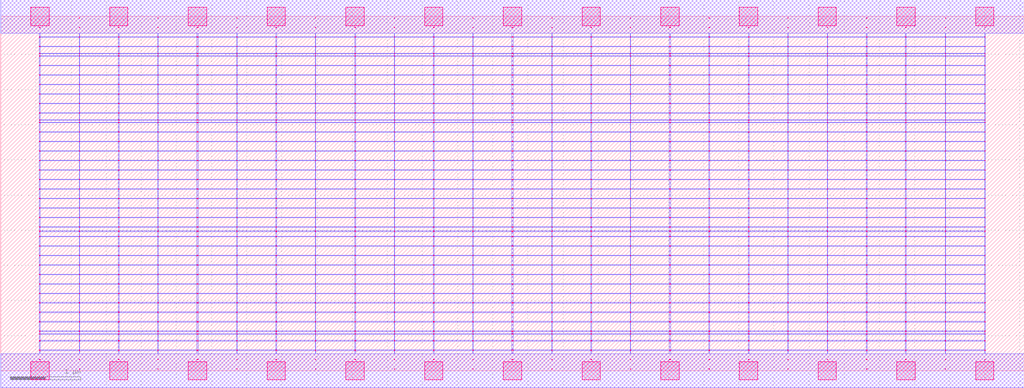
<source format=lef>
MACRO AAOOAI22141_DEBUG
 CLASS CORE ;
 FOREIGN AAOOAI22141_DEBUG 0 0 ;
 SIZE 14.56 BY 5.04 ;
 ORIGIN 0 0 ;
 SYMMETRY X Y R90 ;
 SITE unit ;

 OBS
    LAYER polycont ;
     RECT 7.27100000 2.58300000 7.28900000 2.59100000 ;
     RECT 7.27100000 2.71800000 7.28900000 2.72600000 ;
     RECT 7.27100000 2.85300000 7.28900000 2.86100000 ;
     RECT 7.27100000 2.98800000 7.28900000 2.99600000 ;
     RECT 9.51100000 2.58300000 9.52900000 2.59100000 ;
     RECT 10.07600000 2.58300000 10.08400000 2.59100000 ;
     RECT 10.63100000 2.58300000 10.64900000 2.59100000 ;
     RECT 11.19600000 2.58300000 11.20400000 2.59100000 ;
     RECT 11.75600000 2.58300000 11.76900000 2.59100000 ;
     RECT 12.31600000 2.58300000 12.32400000 2.59100000 ;
     RECT 12.87100000 2.58300000 12.88400000 2.59100000 ;
     RECT 13.43600000 2.58300000 13.44400000 2.59100000 ;
     RECT 13.99600000 2.58300000 14.00900000 2.59100000 ;
     RECT 7.83600000 2.58300000 7.84400000 2.59100000 ;
     RECT 7.83600000 2.71800000 7.84400000 2.72600000 ;
     RECT 8.39100000 2.71800000 8.40900000 2.72600000 ;
     RECT 8.95600000 2.71800000 8.96400000 2.72600000 ;
     RECT 9.51100000 2.71800000 9.52900000 2.72600000 ;
     RECT 10.07600000 2.71800000 10.08400000 2.72600000 ;
     RECT 10.63100000 2.71800000 10.64900000 2.72600000 ;
     RECT 11.19600000 2.71800000 11.20400000 2.72600000 ;
     RECT 11.75600000 2.71800000 11.76900000 2.72600000 ;
     RECT 12.31600000 2.71800000 12.32400000 2.72600000 ;
     RECT 12.87100000 2.71800000 12.88400000 2.72600000 ;
     RECT 13.43600000 2.71800000 13.44400000 2.72600000 ;
     RECT 13.99600000 2.71800000 14.00900000 2.72600000 ;
     RECT 8.39100000 2.58300000 8.40900000 2.59100000 ;
     RECT 7.83600000 2.85300000 7.84400000 2.86100000 ;
     RECT 8.39100000 2.85300000 8.40900000 2.86100000 ;
     RECT 8.95600000 2.85300000 8.96400000 2.86100000 ;
     RECT 9.51100000 2.85300000 9.52900000 2.86100000 ;
     RECT 10.07600000 2.85300000 10.08400000 2.86100000 ;
     RECT 10.63100000 2.85300000 10.64900000 2.86100000 ;
     RECT 11.19600000 2.85300000 11.20400000 2.86100000 ;
     RECT 11.75600000 2.85300000 11.76900000 2.86100000 ;
     RECT 12.31600000 2.85300000 12.32400000 2.86100000 ;
     RECT 12.87100000 2.85300000 12.88400000 2.86100000 ;
     RECT 13.43600000 2.85300000 13.44400000 2.86100000 ;
     RECT 13.99600000 2.85300000 14.00900000 2.86100000 ;
     RECT 8.95600000 2.58300000 8.96400000 2.59100000 ;
     RECT 7.83600000 2.98800000 7.84400000 2.99600000 ;
     RECT 8.39100000 2.98800000 8.40900000 2.99600000 ;
     RECT 8.95600000 2.98800000 8.96400000 2.99600000 ;
     RECT 9.51100000 2.98800000 9.52900000 2.99600000 ;
     RECT 10.07600000 2.98800000 10.08400000 2.99600000 ;
     RECT 10.63100000 2.98800000 10.64900000 2.99600000 ;
     RECT 11.19600000 2.98800000 11.20400000 2.99600000 ;
     RECT 11.75600000 2.98800000 11.76900000 2.99600000 ;
     RECT 12.31600000 2.98800000 12.32400000 2.99600000 ;
     RECT 12.87100000 2.98800000 12.88400000 2.99600000 ;
     RECT 13.43600000 2.98800000 13.44400000 2.99600000 ;
     RECT 13.99600000 2.98800000 14.00900000 2.99600000 ;
     RECT 12.31600000 3.12300000 12.32400000 3.13100000 ;
     RECT 12.31600000 3.25800000 12.32400000 3.26600000 ;
     RECT 12.31600000 3.39300000 12.32400000 3.40100000 ;
     RECT 12.31600000 3.52800000 12.32400000 3.53600000 ;
     RECT 12.31600000 3.56100000 12.32400000 3.56900000 ;
     RECT 12.31600000 3.66300000 12.32400000 3.67100000 ;
     RECT 12.31600000 3.79800000 12.32400000 3.80600000 ;
     RECT 12.31600000 3.93300000 12.32400000 3.94100000 ;
     RECT 12.31600000 4.06800000 12.32400000 4.07600000 ;
     RECT 12.31600000 4.20300000 12.32400000 4.21100000 ;
     RECT 12.31600000 4.33800000 12.32400000 4.34600000 ;
     RECT 12.31600000 4.47300000 12.32400000 4.48100000 ;
     RECT 12.31600000 4.51100000 12.32400000 4.51900000 ;
     RECT 12.31600000 4.60800000 12.32400000 4.61600000 ;
     RECT 12.31600000 4.74300000 12.32400000 4.75100000 ;
     RECT 12.31600000 4.87800000 12.32400000 4.88600000 ;
     RECT 4.47600000 2.71800000 4.48400000 2.72600000 ;
     RECT 5.03600000 2.71800000 5.04900000 2.72600000 ;
     RECT 5.59600000 2.71800000 5.60400000 2.72600000 ;
     RECT 6.15100000 2.71800000 6.16400000 2.72600000 ;
     RECT 6.71600000 2.71800000 6.72400000 2.72600000 ;
     RECT 1.11600000 2.58300000 1.12400000 2.59100000 ;
     RECT 1.67100000 2.58300000 1.68900000 2.59100000 ;
     RECT 0.55100000 2.98800000 0.56400000 2.99600000 ;
     RECT 1.11600000 2.98800000 1.12400000 2.99600000 ;
     RECT 1.67100000 2.98800000 1.68900000 2.99600000 ;
     RECT 2.23600000 2.98800000 2.24400000 2.99600000 ;
     RECT 2.79100000 2.98800000 2.80900000 2.99600000 ;
     RECT 3.35600000 2.98800000 3.36400000 2.99600000 ;
     RECT 3.91100000 2.98800000 3.92900000 2.99600000 ;
     RECT 4.47600000 2.98800000 4.48400000 2.99600000 ;
     RECT 5.03600000 2.98800000 5.04900000 2.99600000 ;
     RECT 5.59600000 2.98800000 5.60400000 2.99600000 ;
     RECT 6.15100000 2.98800000 6.16400000 2.99600000 ;
     RECT 6.71600000 2.98800000 6.72400000 2.99600000 ;
     RECT 2.23600000 2.58300000 2.24400000 2.59100000 ;
     RECT 2.79100000 2.58300000 2.80900000 2.59100000 ;
     RECT 3.35600000 2.58300000 3.36400000 2.59100000 ;
     RECT 3.91100000 2.58300000 3.92900000 2.59100000 ;
     RECT 4.47600000 2.58300000 4.48400000 2.59100000 ;
     RECT 5.03600000 2.58300000 5.04900000 2.59100000 ;
     RECT 5.59600000 2.58300000 5.60400000 2.59100000 ;
     RECT 6.15100000 2.58300000 6.16400000 2.59100000 ;
     RECT 6.71600000 2.58300000 6.72400000 2.59100000 ;
     RECT 0.55100000 2.58300000 0.56400000 2.59100000 ;
     RECT 0.55100000 2.71800000 0.56400000 2.72600000 ;
     RECT 0.55100000 2.85300000 0.56400000 2.86100000 ;
     RECT 1.11600000 2.85300000 1.12400000 2.86100000 ;
     RECT 5.59600000 3.12300000 5.60400000 3.13100000 ;
     RECT 1.67100000 2.85300000 1.68900000 2.86100000 ;
     RECT 5.59600000 3.25800000 5.60400000 3.26600000 ;
     RECT 2.23600000 2.85300000 2.24400000 2.86100000 ;
     RECT 5.59600000 3.39300000 5.60400000 3.40100000 ;
     RECT 2.79100000 2.85300000 2.80900000 2.86100000 ;
     RECT 5.59600000 3.52800000 5.60400000 3.53600000 ;
     RECT 3.35600000 2.85300000 3.36400000 2.86100000 ;
     RECT 5.59600000 3.56100000 5.60400000 3.56900000 ;
     RECT 3.91100000 2.85300000 3.92900000 2.86100000 ;
     RECT 5.59600000 3.66300000 5.60400000 3.67100000 ;
     RECT 4.47600000 2.85300000 4.48400000 2.86100000 ;
     RECT 5.59600000 3.79800000 5.60400000 3.80600000 ;
     RECT 5.03600000 2.85300000 5.04900000 2.86100000 ;
     RECT 5.59600000 3.93300000 5.60400000 3.94100000 ;
     RECT 5.59600000 2.85300000 5.60400000 2.86100000 ;
     RECT 5.59600000 4.06800000 5.60400000 4.07600000 ;
     RECT 6.15100000 2.85300000 6.16400000 2.86100000 ;
     RECT 5.59600000 4.20300000 5.60400000 4.21100000 ;
     RECT 6.71600000 2.85300000 6.72400000 2.86100000 ;
     RECT 5.59600000 4.33800000 5.60400000 4.34600000 ;
     RECT 1.11600000 2.71800000 1.12400000 2.72600000 ;
     RECT 5.59600000 4.47300000 5.60400000 4.48100000 ;
     RECT 1.67100000 2.71800000 1.68900000 2.72600000 ;
     RECT 5.59600000 4.51100000 5.60400000 4.51900000 ;
     RECT 2.23600000 2.71800000 2.24400000 2.72600000 ;
     RECT 5.59600000 4.60800000 5.60400000 4.61600000 ;
     RECT 2.79100000 2.71800000 2.80900000 2.72600000 ;
     RECT 5.59600000 4.74300000 5.60400000 4.75100000 ;
     RECT 3.35600000 2.71800000 3.36400000 2.72600000 ;
     RECT 5.59600000 4.87800000 5.60400000 4.88600000 ;
     RECT 3.91100000 2.71800000 3.92900000 2.72600000 ;
     RECT 7.83600000 0.82800000 7.84400000 0.83600000 ;
     RECT 12.31600000 0.82800000 12.32400000 0.83600000 ;
     RECT 7.83600000 0.96300000 7.84400000 0.97100000 ;
     RECT 12.31600000 0.96300000 12.32400000 0.97100000 ;
     RECT 7.83600000 1.09800000 7.84400000 1.10600000 ;
     RECT 12.31600000 1.09800000 12.32400000 1.10600000 ;
     RECT 7.83600000 1.23300000 7.84400000 1.24100000 ;
     RECT 12.31600000 1.23300000 12.32400000 1.24100000 ;
     RECT 7.83600000 1.36800000 7.84400000 1.37600000 ;
     RECT 12.31600000 1.36800000 12.32400000 1.37600000 ;
     RECT 7.83600000 1.50300000 7.84400000 1.51100000 ;
     RECT 12.31600000 1.50300000 12.32400000 1.51100000 ;
     RECT 7.83600000 1.63800000 7.84400000 1.64600000 ;
     RECT 12.31600000 1.63800000 12.32400000 1.64600000 ;
     RECT 7.83600000 1.77300000 7.84400000 1.78100000 ;
     RECT 12.31600000 1.77300000 12.32400000 1.78100000 ;
     RECT 7.83600000 1.90800000 7.84400000 1.91600000 ;
     RECT 12.31600000 1.90800000 12.32400000 1.91600000 ;
     RECT 7.83600000 1.98100000 7.84400000 1.98900000 ;
     RECT 12.31600000 1.98100000 12.32400000 1.98900000 ;
     RECT 7.83600000 2.04300000 7.84400000 2.05100000 ;
     RECT 12.31600000 2.04300000 12.32400000 2.05100000 ;
     RECT 7.83600000 2.17800000 7.84400000 2.18600000 ;
     RECT 12.31600000 2.17800000 12.32400000 2.18600000 ;
     RECT 7.83600000 2.31300000 7.84400000 2.32100000 ;
     RECT 12.31600000 2.31300000 12.32400000 2.32100000 ;
     RECT 7.83600000 2.44800000 7.84400000 2.45600000 ;
     RECT 12.31600000 2.44800000 12.32400000 2.45600000 ;
     RECT 7.83600000 0.15300000 7.84400000 0.16100000 ;
     RECT 12.31600000 0.15300000 12.32400000 0.16100000 ;
     RECT 7.83600000 0.28800000 7.84400000 0.29600000 ;
     RECT 12.31600000 0.28800000 12.32400000 0.29600000 ;
     RECT 7.83600000 0.42300000 7.84400000 0.43100000 ;
     RECT 12.31600000 0.42300000 12.32400000 0.43100000 ;
     RECT 7.83600000 0.52100000 7.84400000 0.52900000 ;
     RECT 12.31600000 0.52100000 12.32400000 0.52900000 ;
     RECT 7.83600000 0.55800000 7.84400000 0.56600000 ;
     RECT 12.31600000 0.55800000 12.32400000 0.56600000 ;
     RECT 7.83600000 0.69300000 7.84400000 0.70100000 ;
     RECT 12.31600000 0.69300000 12.32400000 0.70100000 ;

    LAYER pdiffc ;
     RECT 0.55100000 3.39300000 0.55900000 3.40100000 ;
     RECT 5.04100000 3.39300000 5.04900000 3.40100000 ;
     RECT 6.15100000 3.39300000 6.15900000 3.40100000 ;
     RECT 11.76100000 3.39300000 11.76900000 3.40100000 ;
     RECT 12.87100000 3.39300000 12.87900000 3.40100000 ;
     RECT 14.00100000 3.39300000 14.00900000 3.40100000 ;
     RECT 0.55100000 3.52800000 0.55900000 3.53600000 ;
     RECT 5.04100000 3.52800000 5.04900000 3.53600000 ;
     RECT 6.15100000 3.52800000 6.15900000 3.53600000 ;
     RECT 11.76100000 3.52800000 11.76900000 3.53600000 ;
     RECT 12.87100000 3.52800000 12.87900000 3.53600000 ;
     RECT 14.00100000 3.52800000 14.00900000 3.53600000 ;
     RECT 0.55100000 3.56100000 0.55900000 3.56900000 ;
     RECT 5.04100000 3.56100000 5.04900000 3.56900000 ;
     RECT 6.15100000 3.56100000 6.15900000 3.56900000 ;
     RECT 11.76100000 3.56100000 11.76900000 3.56900000 ;
     RECT 12.87100000 3.56100000 12.87900000 3.56900000 ;
     RECT 14.00100000 3.56100000 14.00900000 3.56900000 ;
     RECT 0.55100000 3.66300000 0.55900000 3.67100000 ;
     RECT 5.04100000 3.66300000 5.04900000 3.67100000 ;
     RECT 6.15100000 3.66300000 6.15900000 3.67100000 ;
     RECT 11.76100000 3.66300000 11.76900000 3.67100000 ;
     RECT 12.87100000 3.66300000 12.87900000 3.67100000 ;
     RECT 14.00100000 3.66300000 14.00900000 3.67100000 ;
     RECT 0.55100000 3.79800000 0.55900000 3.80600000 ;
     RECT 5.04100000 3.79800000 5.04900000 3.80600000 ;
     RECT 6.15100000 3.79800000 6.15900000 3.80600000 ;
     RECT 11.76100000 3.79800000 11.76900000 3.80600000 ;
     RECT 12.87100000 3.79800000 12.87900000 3.80600000 ;
     RECT 14.00100000 3.79800000 14.00900000 3.80600000 ;
     RECT 0.55100000 3.93300000 0.55900000 3.94100000 ;
     RECT 5.04100000 3.93300000 5.04900000 3.94100000 ;
     RECT 6.15100000 3.93300000 6.15900000 3.94100000 ;
     RECT 11.76100000 3.93300000 11.76900000 3.94100000 ;
     RECT 12.87100000 3.93300000 12.87900000 3.94100000 ;
     RECT 14.00100000 3.93300000 14.00900000 3.94100000 ;
     RECT 0.55100000 4.06800000 0.55900000 4.07600000 ;
     RECT 5.04100000 4.06800000 5.04900000 4.07600000 ;
     RECT 6.15100000 4.06800000 6.15900000 4.07600000 ;
     RECT 11.76100000 4.06800000 11.76900000 4.07600000 ;
     RECT 12.87100000 4.06800000 12.87900000 4.07600000 ;
     RECT 14.00100000 4.06800000 14.00900000 4.07600000 ;
     RECT 0.55100000 4.20300000 0.55900000 4.21100000 ;
     RECT 5.04100000 4.20300000 5.04900000 4.21100000 ;
     RECT 6.15100000 4.20300000 6.15900000 4.21100000 ;
     RECT 11.76100000 4.20300000 11.76900000 4.21100000 ;
     RECT 12.87100000 4.20300000 12.87900000 4.21100000 ;
     RECT 14.00100000 4.20300000 14.00900000 4.21100000 ;
     RECT 0.55100000 4.33800000 0.55900000 4.34600000 ;
     RECT 5.04100000 4.33800000 5.04900000 4.34600000 ;
     RECT 6.15100000 4.33800000 6.15900000 4.34600000 ;
     RECT 11.76100000 4.33800000 11.76900000 4.34600000 ;
     RECT 12.87100000 4.33800000 12.87900000 4.34600000 ;
     RECT 14.00100000 4.33800000 14.00900000 4.34600000 ;
     RECT 0.55100000 4.47300000 0.55900000 4.48100000 ;
     RECT 5.04100000 4.47300000 5.04900000 4.48100000 ;
     RECT 6.15100000 4.47300000 6.15900000 4.48100000 ;
     RECT 11.76100000 4.47300000 11.76900000 4.48100000 ;
     RECT 12.87100000 4.47300000 12.87900000 4.48100000 ;
     RECT 14.00100000 4.47300000 14.00900000 4.48100000 ;
     RECT 0.55100000 4.51100000 0.55900000 4.51900000 ;
     RECT 5.04100000 4.51100000 5.04900000 4.51900000 ;
     RECT 6.15100000 4.51100000 6.15900000 4.51900000 ;
     RECT 11.76100000 4.51100000 11.76900000 4.51900000 ;
     RECT 12.87100000 4.51100000 12.87900000 4.51900000 ;
     RECT 14.00100000 4.51100000 14.00900000 4.51900000 ;
     RECT 0.55100000 4.60800000 0.55900000 4.61600000 ;
     RECT 5.04100000 4.60800000 5.04900000 4.61600000 ;
     RECT 6.15100000 4.60800000 6.15900000 4.61600000 ;
     RECT 11.76100000 4.60800000 11.76900000 4.61600000 ;
     RECT 12.87100000 4.60800000 12.87900000 4.61600000 ;
     RECT 14.00100000 4.60800000 14.00900000 4.61600000 ;

    LAYER ndiffc ;
     RECT 7.27100000 0.42300000 7.28900000 0.43100000 ;
     RECT 7.27100000 0.52100000 7.28900000 0.52900000 ;
     RECT 7.27100000 0.55800000 7.28900000 0.56600000 ;
     RECT 7.27100000 0.69300000 7.28900000 0.70100000 ;
     RECT 7.27100000 0.82800000 7.28900000 0.83600000 ;
     RECT 7.27100000 0.96300000 7.28900000 0.97100000 ;
     RECT 7.27100000 1.09800000 7.28900000 1.10600000 ;
     RECT 7.27100000 1.23300000 7.28900000 1.24100000 ;
     RECT 7.27100000 1.36800000 7.28900000 1.37600000 ;
     RECT 7.27100000 1.50300000 7.28900000 1.51100000 ;
     RECT 7.27100000 1.63800000 7.28900000 1.64600000 ;
     RECT 7.27100000 1.77300000 7.28900000 1.78100000 ;
     RECT 7.27100000 1.90800000 7.28900000 1.91600000 ;
     RECT 7.27100000 1.98100000 7.28900000 1.98900000 ;
     RECT 7.27100000 2.04300000 7.28900000 2.05100000 ;
     RECT 8.39100000 0.55800000 8.40900000 0.56600000 ;
     RECT 9.51100000 0.55800000 9.52900000 0.56600000 ;
     RECT 10.63100000 0.55800000 10.64900000 0.56600000 ;
     RECT 11.75600000 0.55800000 11.76900000 0.56600000 ;
     RECT 12.87100000 0.55800000 12.88400000 0.56600000 ;
     RECT 13.99600000 0.55800000 14.00900000 0.56600000 ;
     RECT 10.63100000 0.42300000 10.64900000 0.43100000 ;
     RECT 8.39100000 0.69300000 8.40900000 0.70100000 ;
     RECT 9.51100000 0.69300000 9.52900000 0.70100000 ;
     RECT 10.63100000 0.69300000 10.64900000 0.70100000 ;
     RECT 11.75600000 0.69300000 11.76900000 0.70100000 ;
     RECT 12.87100000 0.69300000 12.88400000 0.70100000 ;
     RECT 13.99600000 0.69300000 14.00900000 0.70100000 ;
     RECT 11.75600000 0.42300000 11.76900000 0.43100000 ;
     RECT 8.39100000 0.82800000 8.40900000 0.83600000 ;
     RECT 9.51100000 0.82800000 9.52900000 0.83600000 ;
     RECT 10.63100000 0.82800000 10.64900000 0.83600000 ;
     RECT 11.75600000 0.82800000 11.76900000 0.83600000 ;
     RECT 12.87100000 0.82800000 12.88400000 0.83600000 ;
     RECT 13.99600000 0.82800000 14.00900000 0.83600000 ;
     RECT 12.87100000 0.42300000 12.88400000 0.43100000 ;
     RECT 8.39100000 0.96300000 8.40900000 0.97100000 ;
     RECT 9.51100000 0.96300000 9.52900000 0.97100000 ;
     RECT 10.63100000 0.96300000 10.64900000 0.97100000 ;
     RECT 11.75600000 0.96300000 11.76900000 0.97100000 ;
     RECT 12.87100000 0.96300000 12.88400000 0.97100000 ;
     RECT 13.99600000 0.96300000 14.00900000 0.97100000 ;
     RECT 13.99600000 0.42300000 14.00900000 0.43100000 ;
     RECT 8.39100000 1.09800000 8.40900000 1.10600000 ;
     RECT 9.51100000 1.09800000 9.52900000 1.10600000 ;
     RECT 10.63100000 1.09800000 10.64900000 1.10600000 ;
     RECT 11.75600000 1.09800000 11.76900000 1.10600000 ;
     RECT 12.87100000 1.09800000 12.88400000 1.10600000 ;
     RECT 13.99600000 1.09800000 14.00900000 1.10600000 ;
     RECT 8.39100000 0.42300000 8.40900000 0.43100000 ;
     RECT 8.39100000 1.23300000 8.40900000 1.24100000 ;
     RECT 9.51100000 1.23300000 9.52900000 1.24100000 ;
     RECT 10.63100000 1.23300000 10.64900000 1.24100000 ;
     RECT 11.75600000 1.23300000 11.76900000 1.24100000 ;
     RECT 12.87100000 1.23300000 12.88400000 1.24100000 ;
     RECT 13.99600000 1.23300000 14.00900000 1.24100000 ;
     RECT 8.39100000 0.52100000 8.40900000 0.52900000 ;
     RECT 8.39100000 1.36800000 8.40900000 1.37600000 ;
     RECT 9.51100000 1.36800000 9.52900000 1.37600000 ;
     RECT 10.63100000 1.36800000 10.64900000 1.37600000 ;
     RECT 11.75600000 1.36800000 11.76900000 1.37600000 ;
     RECT 12.87100000 1.36800000 12.88400000 1.37600000 ;
     RECT 13.99600000 1.36800000 14.00900000 1.37600000 ;
     RECT 9.51100000 0.52100000 9.52900000 0.52900000 ;
     RECT 8.39100000 1.50300000 8.40900000 1.51100000 ;
     RECT 9.51100000 1.50300000 9.52900000 1.51100000 ;
     RECT 10.63100000 1.50300000 10.64900000 1.51100000 ;
     RECT 11.75600000 1.50300000 11.76900000 1.51100000 ;
     RECT 12.87100000 1.50300000 12.88400000 1.51100000 ;
     RECT 13.99600000 1.50300000 14.00900000 1.51100000 ;
     RECT 10.63100000 0.52100000 10.64900000 0.52900000 ;
     RECT 8.39100000 1.63800000 8.40900000 1.64600000 ;
     RECT 9.51100000 1.63800000 9.52900000 1.64600000 ;
     RECT 10.63100000 1.63800000 10.64900000 1.64600000 ;
     RECT 11.75600000 1.63800000 11.76900000 1.64600000 ;
     RECT 12.87100000 1.63800000 12.88400000 1.64600000 ;
     RECT 13.99600000 1.63800000 14.00900000 1.64600000 ;
     RECT 11.75600000 0.52100000 11.76900000 0.52900000 ;
     RECT 8.39100000 1.77300000 8.40900000 1.78100000 ;
     RECT 9.51100000 1.77300000 9.52900000 1.78100000 ;
     RECT 10.63100000 1.77300000 10.64900000 1.78100000 ;
     RECT 11.75600000 1.77300000 11.76900000 1.78100000 ;
     RECT 12.87100000 1.77300000 12.88400000 1.78100000 ;
     RECT 13.99600000 1.77300000 14.00900000 1.78100000 ;
     RECT 12.87100000 0.52100000 12.88400000 0.52900000 ;
     RECT 8.39100000 1.90800000 8.40900000 1.91600000 ;
     RECT 9.51100000 1.90800000 9.52900000 1.91600000 ;
     RECT 10.63100000 1.90800000 10.64900000 1.91600000 ;
     RECT 11.75600000 1.90800000 11.76900000 1.91600000 ;
     RECT 12.87100000 1.90800000 12.88400000 1.91600000 ;
     RECT 13.99600000 1.90800000 14.00900000 1.91600000 ;
     RECT 13.99600000 0.52100000 14.00900000 0.52900000 ;
     RECT 8.39100000 1.98100000 8.40900000 1.98900000 ;
     RECT 9.51100000 1.98100000 9.52900000 1.98900000 ;
     RECT 10.63100000 1.98100000 10.64900000 1.98900000 ;
     RECT 11.75600000 1.98100000 11.76900000 1.98900000 ;
     RECT 12.87100000 1.98100000 12.88400000 1.98900000 ;
     RECT 13.99600000 1.98100000 14.00900000 1.98900000 ;
     RECT 9.51100000 0.42300000 9.52900000 0.43100000 ;
     RECT 8.39100000 2.04300000 8.40900000 2.05100000 ;
     RECT 9.51100000 2.04300000 9.52900000 2.05100000 ;
     RECT 10.63100000 2.04300000 10.64900000 2.05100000 ;
     RECT 11.75600000 2.04300000 11.76900000 2.05100000 ;
     RECT 12.87100000 2.04300000 12.88400000 2.05100000 ;
     RECT 13.99600000 2.04300000 14.00900000 2.05100000 ;
     RECT 1.67100000 1.36800000 1.68900000 1.37600000 ;
     RECT 2.79100000 1.36800000 2.80900000 1.37600000 ;
     RECT 3.91100000 1.36800000 3.92900000 1.37600000 ;
     RECT 5.03600000 1.36800000 5.04900000 1.37600000 ;
     RECT 6.15100000 1.36800000 6.16400000 1.37600000 ;
     RECT 5.03600000 0.82800000 5.04900000 0.83600000 ;
     RECT 6.15100000 0.82800000 6.16400000 0.83600000 ;
     RECT 2.79100000 0.55800000 2.80900000 0.56600000 ;
     RECT 3.91100000 0.55800000 3.92900000 0.56600000 ;
     RECT 5.03600000 0.55800000 5.04900000 0.56600000 ;
     RECT 6.15100000 0.55800000 6.16400000 0.56600000 ;
     RECT 1.67100000 0.52100000 1.68900000 0.52900000 ;
     RECT 0.55100000 1.50300000 0.56400000 1.51100000 ;
     RECT 1.67100000 1.50300000 1.68900000 1.51100000 ;
     RECT 2.79100000 1.50300000 2.80900000 1.51100000 ;
     RECT 3.91100000 1.50300000 3.92900000 1.51100000 ;
     RECT 5.03600000 1.50300000 5.04900000 1.51100000 ;
     RECT 6.15100000 1.50300000 6.16400000 1.51100000 ;
     RECT 2.79100000 0.52100000 2.80900000 0.52900000 ;
     RECT 3.91100000 0.52100000 3.92900000 0.52900000 ;
     RECT 0.55100000 0.96300000 0.56400000 0.97100000 ;
     RECT 1.67100000 0.96300000 1.68900000 0.97100000 ;
     RECT 2.79100000 0.96300000 2.80900000 0.97100000 ;
     RECT 3.91100000 0.96300000 3.92900000 0.97100000 ;
     RECT 5.03600000 0.96300000 5.04900000 0.97100000 ;
     RECT 0.55100000 1.63800000 0.56400000 1.64600000 ;
     RECT 1.67100000 1.63800000 1.68900000 1.64600000 ;
     RECT 2.79100000 1.63800000 2.80900000 1.64600000 ;
     RECT 3.91100000 1.63800000 3.92900000 1.64600000 ;
     RECT 5.03600000 1.63800000 5.04900000 1.64600000 ;
     RECT 6.15100000 1.63800000 6.16400000 1.64600000 ;
     RECT 6.15100000 0.96300000 6.16400000 0.97100000 ;
     RECT 5.03600000 0.52100000 5.04900000 0.52900000 ;
     RECT 6.15100000 0.52100000 6.16400000 0.52900000 ;
     RECT 1.67100000 0.42300000 1.68900000 0.43100000 ;
     RECT 2.79100000 0.42300000 2.80900000 0.43100000 ;
     RECT 0.55100000 0.69300000 0.56400000 0.70100000 ;
     RECT 1.67100000 0.69300000 1.68900000 0.70100000 ;
     RECT 0.55100000 1.77300000 0.56400000 1.78100000 ;
     RECT 1.67100000 1.77300000 1.68900000 1.78100000 ;
     RECT 2.79100000 1.77300000 2.80900000 1.78100000 ;
     RECT 3.91100000 1.77300000 3.92900000 1.78100000 ;
     RECT 5.03600000 1.77300000 5.04900000 1.78100000 ;
     RECT 6.15100000 1.77300000 6.16400000 1.78100000 ;
     RECT 2.79100000 0.69300000 2.80900000 0.70100000 ;
     RECT 0.55100000 1.09800000 0.56400000 1.10600000 ;
     RECT 1.67100000 1.09800000 1.68900000 1.10600000 ;
     RECT 2.79100000 1.09800000 2.80900000 1.10600000 ;
     RECT 3.91100000 1.09800000 3.92900000 1.10600000 ;
     RECT 5.03600000 1.09800000 5.04900000 1.10600000 ;
     RECT 6.15100000 1.09800000 6.16400000 1.10600000 ;
     RECT 0.55100000 1.90800000 0.56400000 1.91600000 ;
     RECT 1.67100000 1.90800000 1.68900000 1.91600000 ;
     RECT 2.79100000 1.90800000 2.80900000 1.91600000 ;
     RECT 3.91100000 1.90800000 3.92900000 1.91600000 ;
     RECT 5.03600000 1.90800000 5.04900000 1.91600000 ;
     RECT 6.15100000 1.90800000 6.16400000 1.91600000 ;
     RECT 3.91100000 0.69300000 3.92900000 0.70100000 ;
     RECT 5.03600000 0.69300000 5.04900000 0.70100000 ;
     RECT 6.15100000 0.69300000 6.16400000 0.70100000 ;
     RECT 3.91100000 0.42300000 3.92900000 0.43100000 ;
     RECT 5.03600000 0.42300000 5.04900000 0.43100000 ;
     RECT 6.15100000 0.42300000 6.16400000 0.43100000 ;
     RECT 0.55100000 0.42300000 0.56400000 0.43100000 ;
     RECT 0.55100000 1.98100000 0.56400000 1.98900000 ;
     RECT 1.67100000 1.98100000 1.68900000 1.98900000 ;
     RECT 2.79100000 1.98100000 2.80900000 1.98900000 ;
     RECT 3.91100000 1.98100000 3.92900000 1.98900000 ;
     RECT 5.03600000 1.98100000 5.04900000 1.98900000 ;
     RECT 6.15100000 1.98100000 6.16400000 1.98900000 ;
     RECT 0.55100000 1.23300000 0.56400000 1.24100000 ;
     RECT 1.67100000 1.23300000 1.68900000 1.24100000 ;
     RECT 2.79100000 1.23300000 2.80900000 1.24100000 ;
     RECT 3.91100000 1.23300000 3.92900000 1.24100000 ;
     RECT 5.03600000 1.23300000 5.04900000 1.24100000 ;
     RECT 6.15100000 1.23300000 6.16400000 1.24100000 ;
     RECT 0.55100000 0.52100000 0.56400000 0.52900000 ;
     RECT 0.55100000 2.04300000 0.56400000 2.05100000 ;
     RECT 1.67100000 2.04300000 1.68900000 2.05100000 ;
     RECT 2.79100000 2.04300000 2.80900000 2.05100000 ;
     RECT 3.91100000 2.04300000 3.92900000 2.05100000 ;
     RECT 5.03600000 2.04300000 5.04900000 2.05100000 ;
     RECT 6.15100000 2.04300000 6.16400000 2.05100000 ;
     RECT 0.55100000 0.55800000 0.56400000 0.56600000 ;
     RECT 1.67100000 0.55800000 1.68900000 0.56600000 ;
     RECT 0.55100000 0.82800000 0.56400000 0.83600000 ;
     RECT 1.67100000 0.82800000 1.68900000 0.83600000 ;
     RECT 2.79100000 0.82800000 2.80900000 0.83600000 ;
     RECT 3.91100000 0.82800000 3.92900000 0.83600000 ;
     RECT 0.55100000 1.36800000 0.56400000 1.37600000 ;

    LAYER met1 ;
     RECT 0.00000000 -0.24000000 14.56000000 0.24000000 ;
     RECT 7.27100000 0.24000000 7.28900000 0.28800000 ;
     RECT 0.55100000 0.28800000 14.00900000 0.29600000 ;
     RECT 7.27100000 0.29600000 7.28900000 0.42300000 ;
     RECT 0.55100000 0.42300000 14.00900000 0.43100000 ;
     RECT 7.27100000 0.43100000 7.28900000 0.52100000 ;
     RECT 0.55100000 0.52100000 14.00900000 0.52900000 ;
     RECT 7.27100000 0.52900000 7.28900000 0.55800000 ;
     RECT 0.55100000 0.55800000 14.00900000 0.56600000 ;
     RECT 7.27100000 0.56600000 7.28900000 0.69300000 ;
     RECT 0.55100000 0.69300000 14.00900000 0.70100000 ;
     RECT 7.27100000 0.70100000 7.28900000 0.82800000 ;
     RECT 0.55100000 0.82800000 14.00900000 0.83600000 ;
     RECT 7.27100000 0.83600000 7.28900000 0.96300000 ;
     RECT 0.55100000 0.96300000 14.00900000 0.97100000 ;
     RECT 7.27100000 0.97100000 7.28900000 1.09800000 ;
     RECT 0.55100000 1.09800000 14.00900000 1.10600000 ;
     RECT 7.27100000 1.10600000 7.28900000 1.23300000 ;
     RECT 0.55100000 1.23300000 14.00900000 1.24100000 ;
     RECT 7.27100000 1.24100000 7.28900000 1.36800000 ;
     RECT 0.55100000 1.36800000 14.00900000 1.37600000 ;
     RECT 7.27100000 1.37600000 7.28900000 1.50300000 ;
     RECT 0.55100000 1.50300000 14.00900000 1.51100000 ;
     RECT 7.27100000 1.51100000 7.28900000 1.63800000 ;
     RECT 0.55100000 1.63800000 14.00900000 1.64600000 ;
     RECT 7.27100000 1.64600000 7.28900000 1.77300000 ;
     RECT 0.55100000 1.77300000 14.00900000 1.78100000 ;
     RECT 7.27100000 1.78100000 7.28900000 1.90800000 ;
     RECT 0.55100000 1.90800000 14.00900000 1.91600000 ;
     RECT 7.27100000 1.91600000 7.28900000 1.98100000 ;
     RECT 0.55100000 1.98100000 14.00900000 1.98900000 ;
     RECT 7.27100000 1.98900000 7.28900000 2.04300000 ;
     RECT 0.55100000 2.04300000 14.00900000 2.05100000 ;
     RECT 7.27100000 2.05100000 7.28900000 2.17800000 ;
     RECT 0.55100000 2.17800000 14.00900000 2.18600000 ;
     RECT 7.27100000 2.18600000 7.28900000 2.31300000 ;
     RECT 0.55100000 2.31300000 14.00900000 2.32100000 ;
     RECT 7.27100000 2.32100000 7.28900000 2.44800000 ;
     RECT 0.55100000 2.44800000 14.00900000 2.45600000 ;
     RECT 0.55100000 2.45600000 0.56400000 2.58300000 ;
     RECT 1.11600000 2.45600000 1.12400000 2.58300000 ;
     RECT 1.67100000 2.45600000 1.68900000 2.58300000 ;
     RECT 2.23600000 2.45600000 2.24400000 2.58300000 ;
     RECT 2.79100000 2.45600000 2.80900000 2.58300000 ;
     RECT 3.35600000 2.45600000 3.36400000 2.58300000 ;
     RECT 3.91100000 2.45600000 3.92900000 2.58300000 ;
     RECT 4.47600000 2.45600000 4.48400000 2.58300000 ;
     RECT 5.03600000 2.45600000 5.04900000 2.58300000 ;
     RECT 5.59600000 2.45600000 5.60400000 2.58300000 ;
     RECT 6.15100000 2.45600000 6.16400000 2.58300000 ;
     RECT 6.71600000 2.45600000 6.72400000 2.58300000 ;
     RECT 7.27100000 2.45600000 7.28900000 2.58300000 ;
     RECT 7.83600000 2.45600000 7.84400000 2.58300000 ;
     RECT 8.39100000 2.45600000 8.40900000 2.58300000 ;
     RECT 8.95600000 2.45600000 8.96400000 2.58300000 ;
     RECT 9.51100000 2.45600000 9.52900000 2.58300000 ;
     RECT 10.07600000 2.45600000 10.08400000 2.58300000 ;
     RECT 10.63100000 2.45600000 10.64900000 2.58300000 ;
     RECT 11.19600000 2.45600000 11.20400000 2.58300000 ;
     RECT 11.75600000 2.45600000 11.76900000 2.58300000 ;
     RECT 12.31600000 2.45600000 12.32400000 2.58300000 ;
     RECT 12.87100000 2.45600000 12.88400000 2.58300000 ;
     RECT 13.43600000 2.45600000 13.44400000 2.58300000 ;
     RECT 13.99600000 2.45600000 14.00900000 2.58300000 ;
     RECT 0.55100000 2.58300000 14.00900000 2.59100000 ;
     RECT 7.27100000 2.59100000 7.28900000 2.71800000 ;
     RECT 0.55100000 2.71800000 14.00900000 2.72600000 ;
     RECT 7.27100000 2.72600000 7.28900000 2.85300000 ;
     RECT 0.55100000 2.85300000 14.00900000 2.86100000 ;
     RECT 7.27100000 2.86100000 7.28900000 2.98800000 ;
     RECT 0.55100000 2.98800000 14.00900000 2.99600000 ;
     RECT 7.27100000 2.99600000 7.28900000 3.12300000 ;
     RECT 0.55100000 3.12300000 14.00900000 3.13100000 ;
     RECT 7.27100000 3.13100000 7.28900000 3.25800000 ;
     RECT 0.55100000 3.25800000 14.00900000 3.26600000 ;
     RECT 7.27100000 3.26600000 7.28900000 3.39300000 ;
     RECT 0.55100000 3.39300000 14.00900000 3.40100000 ;
     RECT 7.27100000 3.40100000 7.28900000 3.52800000 ;
     RECT 0.55100000 3.52800000 14.00900000 3.53600000 ;
     RECT 7.27100000 3.53600000 7.28900000 3.56100000 ;
     RECT 0.55100000 3.56100000 14.00900000 3.56900000 ;
     RECT 7.27100000 3.56900000 7.28900000 3.66300000 ;
     RECT 0.55100000 3.66300000 14.00900000 3.67100000 ;
     RECT 7.27100000 3.67100000 7.28900000 3.79800000 ;
     RECT 0.55100000 3.79800000 14.00900000 3.80600000 ;
     RECT 7.27100000 3.80600000 7.28900000 3.93300000 ;
     RECT 0.55100000 3.93300000 14.00900000 3.94100000 ;
     RECT 7.27100000 3.94100000 7.28900000 4.06800000 ;
     RECT 0.55100000 4.06800000 14.00900000 4.07600000 ;
     RECT 7.27100000 4.07600000 7.28900000 4.20300000 ;
     RECT 0.55100000 4.20300000 14.00900000 4.21100000 ;
     RECT 7.27100000 4.21100000 7.28900000 4.33800000 ;
     RECT 0.55100000 4.33800000 14.00900000 4.34600000 ;
     RECT 7.27100000 4.34600000 7.28900000 4.47300000 ;
     RECT 0.55100000 4.47300000 14.00900000 4.48100000 ;
     RECT 7.27100000 4.48100000 7.28900000 4.51100000 ;
     RECT 0.55100000 4.51100000 14.00900000 4.51900000 ;
     RECT 7.27100000 4.51900000 7.28900000 4.60800000 ;
     RECT 0.55100000 4.60800000 14.00900000 4.61600000 ;
     RECT 7.27100000 4.61600000 7.28900000 4.74300000 ;
     RECT 0.55100000 4.74300000 14.00900000 4.75100000 ;
     RECT 7.27100000 4.75100000 7.28900000 4.80000000 ;
     RECT 0.00000000 4.80000000 14.56000000 5.28000000 ;
     RECT 7.83600000 3.80600000 7.84400000 3.93300000 ;
     RECT 8.39100000 3.80600000 8.40900000 3.93300000 ;
     RECT 8.95600000 3.80600000 8.96400000 3.93300000 ;
     RECT 9.51100000 3.80600000 9.52900000 3.93300000 ;
     RECT 10.07600000 3.80600000 10.08400000 3.93300000 ;
     RECT 10.63100000 3.80600000 10.64900000 3.93300000 ;
     RECT 11.19600000 3.80600000 11.20400000 3.93300000 ;
     RECT 11.75600000 3.80600000 11.76900000 3.93300000 ;
     RECT 12.31600000 3.80600000 12.32400000 3.93300000 ;
     RECT 12.87100000 3.80600000 12.88400000 3.93300000 ;
     RECT 13.43600000 3.80600000 13.44400000 3.93300000 ;
     RECT 13.99600000 3.80600000 14.00900000 3.93300000 ;
     RECT 11.19600000 3.94100000 11.20400000 4.06800000 ;
     RECT 11.75600000 3.94100000 11.76900000 4.06800000 ;
     RECT 12.31600000 3.94100000 12.32400000 4.06800000 ;
     RECT 12.87100000 3.94100000 12.88400000 4.06800000 ;
     RECT 13.43600000 3.94100000 13.44400000 4.06800000 ;
     RECT 13.99600000 3.94100000 14.00900000 4.06800000 ;
     RECT 11.19600000 4.07600000 11.20400000 4.20300000 ;
     RECT 11.75600000 4.07600000 11.76900000 4.20300000 ;
     RECT 12.31600000 4.07600000 12.32400000 4.20300000 ;
     RECT 12.87100000 4.07600000 12.88400000 4.20300000 ;
     RECT 13.43600000 4.07600000 13.44400000 4.20300000 ;
     RECT 13.99600000 4.07600000 14.00900000 4.20300000 ;
     RECT 11.19600000 4.21100000 11.20400000 4.33800000 ;
     RECT 11.75600000 4.21100000 11.76900000 4.33800000 ;
     RECT 12.31600000 4.21100000 12.32400000 4.33800000 ;
     RECT 12.87100000 4.21100000 12.88400000 4.33800000 ;
     RECT 13.43600000 4.21100000 13.44400000 4.33800000 ;
     RECT 13.99600000 4.21100000 14.00900000 4.33800000 ;
     RECT 11.19600000 4.34600000 11.20400000 4.47300000 ;
     RECT 11.75600000 4.34600000 11.76900000 4.47300000 ;
     RECT 12.31600000 4.34600000 12.32400000 4.47300000 ;
     RECT 12.87100000 4.34600000 12.88400000 4.47300000 ;
     RECT 13.43600000 4.34600000 13.44400000 4.47300000 ;
     RECT 13.99600000 4.34600000 14.00900000 4.47300000 ;
     RECT 11.19600000 4.48100000 11.20400000 4.51100000 ;
     RECT 11.75600000 4.48100000 11.76900000 4.51100000 ;
     RECT 12.31600000 4.48100000 12.32400000 4.51100000 ;
     RECT 12.87100000 4.48100000 12.88400000 4.51100000 ;
     RECT 13.43600000 4.48100000 13.44400000 4.51100000 ;
     RECT 13.99600000 4.48100000 14.00900000 4.51100000 ;
     RECT 11.19600000 4.51900000 11.20400000 4.60800000 ;
     RECT 11.75600000 4.51900000 11.76900000 4.60800000 ;
     RECT 12.31600000 4.51900000 12.32400000 4.60800000 ;
     RECT 12.87100000 4.51900000 12.88400000 4.60800000 ;
     RECT 13.43600000 4.51900000 13.44400000 4.60800000 ;
     RECT 13.99600000 4.51900000 14.00900000 4.60800000 ;
     RECT 11.19600000 4.61600000 11.20400000 4.74300000 ;
     RECT 11.75600000 4.61600000 11.76900000 4.74300000 ;
     RECT 12.31600000 4.61600000 12.32400000 4.74300000 ;
     RECT 12.87100000 4.61600000 12.88400000 4.74300000 ;
     RECT 13.43600000 4.61600000 13.44400000 4.74300000 ;
     RECT 13.99600000 4.61600000 14.00900000 4.74300000 ;
     RECT 11.19600000 4.75100000 11.20400000 4.80000000 ;
     RECT 11.75600000 4.75100000 11.76900000 4.80000000 ;
     RECT 12.31600000 4.75100000 12.32400000 4.80000000 ;
     RECT 12.87100000 4.75100000 12.88400000 4.80000000 ;
     RECT 13.43600000 4.75100000 13.44400000 4.80000000 ;
     RECT 13.99600000 4.75100000 14.00900000 4.80000000 ;
     RECT 7.83600000 4.48100000 7.84400000 4.51100000 ;
     RECT 8.39100000 4.48100000 8.40900000 4.51100000 ;
     RECT 8.95600000 4.48100000 8.96400000 4.51100000 ;
     RECT 9.51100000 4.48100000 9.52900000 4.51100000 ;
     RECT 10.07600000 4.48100000 10.08400000 4.51100000 ;
     RECT 10.63100000 4.48100000 10.64900000 4.51100000 ;
     RECT 7.83600000 4.21100000 7.84400000 4.33800000 ;
     RECT 8.39100000 4.21100000 8.40900000 4.33800000 ;
     RECT 8.95600000 4.21100000 8.96400000 4.33800000 ;
     RECT 9.51100000 4.21100000 9.52900000 4.33800000 ;
     RECT 10.07600000 4.21100000 10.08400000 4.33800000 ;
     RECT 10.63100000 4.21100000 10.64900000 4.33800000 ;
     RECT 7.83600000 4.51900000 7.84400000 4.60800000 ;
     RECT 8.39100000 4.51900000 8.40900000 4.60800000 ;
     RECT 8.95600000 4.51900000 8.96400000 4.60800000 ;
     RECT 9.51100000 4.51900000 9.52900000 4.60800000 ;
     RECT 10.07600000 4.51900000 10.08400000 4.60800000 ;
     RECT 10.63100000 4.51900000 10.64900000 4.60800000 ;
     RECT 7.83600000 4.07600000 7.84400000 4.20300000 ;
     RECT 8.39100000 4.07600000 8.40900000 4.20300000 ;
     RECT 8.95600000 4.07600000 8.96400000 4.20300000 ;
     RECT 9.51100000 4.07600000 9.52900000 4.20300000 ;
     RECT 10.07600000 4.07600000 10.08400000 4.20300000 ;
     RECT 10.63100000 4.07600000 10.64900000 4.20300000 ;
     RECT 7.83600000 4.61600000 7.84400000 4.74300000 ;
     RECT 8.39100000 4.61600000 8.40900000 4.74300000 ;
     RECT 8.95600000 4.61600000 8.96400000 4.74300000 ;
     RECT 9.51100000 4.61600000 9.52900000 4.74300000 ;
     RECT 10.07600000 4.61600000 10.08400000 4.74300000 ;
     RECT 10.63100000 4.61600000 10.64900000 4.74300000 ;
     RECT 7.83600000 4.34600000 7.84400000 4.47300000 ;
     RECT 8.39100000 4.34600000 8.40900000 4.47300000 ;
     RECT 8.95600000 4.34600000 8.96400000 4.47300000 ;
     RECT 9.51100000 4.34600000 9.52900000 4.47300000 ;
     RECT 10.07600000 4.34600000 10.08400000 4.47300000 ;
     RECT 10.63100000 4.34600000 10.64900000 4.47300000 ;
     RECT 7.83600000 4.75100000 7.84400000 4.80000000 ;
     RECT 8.39100000 4.75100000 8.40900000 4.80000000 ;
     RECT 8.95600000 4.75100000 8.96400000 4.80000000 ;
     RECT 9.51100000 4.75100000 9.52900000 4.80000000 ;
     RECT 10.07600000 4.75100000 10.08400000 4.80000000 ;
     RECT 10.63100000 4.75100000 10.64900000 4.80000000 ;
     RECT 7.83600000 3.94100000 7.84400000 4.06800000 ;
     RECT 8.39100000 3.94100000 8.40900000 4.06800000 ;
     RECT 8.95600000 3.94100000 8.96400000 4.06800000 ;
     RECT 9.51100000 3.94100000 9.52900000 4.06800000 ;
     RECT 10.07600000 3.94100000 10.08400000 4.06800000 ;
     RECT 10.63100000 3.94100000 10.64900000 4.06800000 ;
     RECT 7.83600000 2.99600000 7.84400000 3.12300000 ;
     RECT 8.39100000 2.99600000 8.40900000 3.12300000 ;
     RECT 8.95600000 2.99600000 8.96400000 3.12300000 ;
     RECT 9.51100000 2.99600000 9.52900000 3.12300000 ;
     RECT 10.07600000 2.99600000 10.08400000 3.12300000 ;
     RECT 10.63100000 2.99600000 10.64900000 3.12300000 ;
     RECT 7.83600000 2.86100000 7.84400000 2.98800000 ;
     RECT 8.39100000 2.86100000 8.40900000 2.98800000 ;
     RECT 7.83600000 3.13100000 7.84400000 3.25800000 ;
     RECT 8.39100000 3.13100000 8.40900000 3.25800000 ;
     RECT 8.95600000 3.13100000 8.96400000 3.25800000 ;
     RECT 9.51100000 3.13100000 9.52900000 3.25800000 ;
     RECT 10.07600000 3.13100000 10.08400000 3.25800000 ;
     RECT 10.63100000 3.13100000 10.64900000 3.25800000 ;
     RECT 7.83600000 3.26600000 7.84400000 3.39300000 ;
     RECT 8.39100000 3.26600000 8.40900000 3.39300000 ;
     RECT 8.95600000 3.26600000 8.96400000 3.39300000 ;
     RECT 9.51100000 3.26600000 9.52900000 3.39300000 ;
     RECT 10.07600000 3.26600000 10.08400000 3.39300000 ;
     RECT 10.63100000 3.26600000 10.64900000 3.39300000 ;
     RECT 8.95600000 2.86100000 8.96400000 2.98800000 ;
     RECT 9.51100000 2.86100000 9.52900000 2.98800000 ;
     RECT 7.83600000 3.40100000 7.84400000 3.52800000 ;
     RECT 8.39100000 3.40100000 8.40900000 3.52800000 ;
     RECT 8.95600000 3.40100000 8.96400000 3.52800000 ;
     RECT 9.51100000 3.40100000 9.52900000 3.52800000 ;
     RECT 10.07600000 3.40100000 10.08400000 3.52800000 ;
     RECT 10.63100000 3.40100000 10.64900000 3.52800000 ;
     RECT 7.83600000 2.59100000 7.84400000 2.71800000 ;
     RECT 8.39100000 2.59100000 8.40900000 2.71800000 ;
     RECT 7.83600000 3.53600000 7.84400000 3.56100000 ;
     RECT 8.39100000 3.53600000 8.40900000 3.56100000 ;
     RECT 8.95600000 3.53600000 8.96400000 3.56100000 ;
     RECT 9.51100000 3.53600000 9.52900000 3.56100000 ;
     RECT 10.07600000 2.86100000 10.08400000 2.98800000 ;
     RECT 10.63100000 2.86100000 10.64900000 2.98800000 ;
     RECT 10.07600000 3.53600000 10.08400000 3.56100000 ;
     RECT 10.63100000 3.53600000 10.64900000 3.56100000 ;
     RECT 7.83600000 2.72600000 7.84400000 2.85300000 ;
     RECT 8.39100000 2.72600000 8.40900000 2.85300000 ;
     RECT 7.83600000 3.56900000 7.84400000 3.66300000 ;
     RECT 8.39100000 3.56900000 8.40900000 3.66300000 ;
     RECT 8.95600000 3.56900000 8.96400000 3.66300000 ;
     RECT 9.51100000 3.56900000 9.52900000 3.66300000 ;
     RECT 10.07600000 3.56900000 10.08400000 3.66300000 ;
     RECT 10.63100000 3.56900000 10.64900000 3.66300000 ;
     RECT 8.95600000 2.72600000 8.96400000 2.85300000 ;
     RECT 9.51100000 2.72600000 9.52900000 2.85300000 ;
     RECT 7.83600000 3.67100000 7.84400000 3.79800000 ;
     RECT 8.39100000 3.67100000 8.40900000 3.79800000 ;
     RECT 8.95600000 3.67100000 8.96400000 3.79800000 ;
     RECT 9.51100000 3.67100000 9.52900000 3.79800000 ;
     RECT 8.95600000 2.59100000 8.96400000 2.71800000 ;
     RECT 9.51100000 2.59100000 9.52900000 2.71800000 ;
     RECT 10.07600000 3.67100000 10.08400000 3.79800000 ;
     RECT 10.63100000 3.67100000 10.64900000 3.79800000 ;
     RECT 10.07600000 2.72600000 10.08400000 2.85300000 ;
     RECT 10.63100000 2.72600000 10.64900000 2.85300000 ;
     RECT 10.07600000 2.59100000 10.08400000 2.71800000 ;
     RECT 10.63100000 2.59100000 10.64900000 2.71800000 ;
     RECT 12.31600000 3.13100000 12.32400000 3.25800000 ;
     RECT 12.87100000 3.13100000 12.88400000 3.25800000 ;
     RECT 13.43600000 3.13100000 13.44400000 3.25800000 ;
     RECT 13.99600000 3.13100000 14.00900000 3.25800000 ;
     RECT 11.19600000 2.72600000 11.20400000 2.85300000 ;
     RECT 11.75600000 2.72600000 11.76900000 2.85300000 ;
     RECT 12.31600000 2.59100000 12.32400000 2.71800000 ;
     RECT 12.87100000 2.59100000 12.88400000 2.71800000 ;
     RECT 12.87100000 2.99600000 12.88400000 3.12300000 ;
     RECT 11.19600000 3.53600000 11.20400000 3.56100000 ;
     RECT 11.75600000 3.53600000 11.76900000 3.56100000 ;
     RECT 12.31600000 3.53600000 12.32400000 3.56100000 ;
     RECT 12.87100000 3.53600000 12.88400000 3.56100000 ;
     RECT 13.43600000 3.53600000 13.44400000 3.56100000 ;
     RECT 13.99600000 3.53600000 14.00900000 3.56100000 ;
     RECT 13.43600000 2.99600000 13.44400000 3.12300000 ;
     RECT 13.99600000 2.99600000 14.00900000 3.12300000 ;
     RECT 11.19600000 2.59100000 11.20400000 2.71800000 ;
     RECT 12.31600000 2.72600000 12.32400000 2.85300000 ;
     RECT 12.87100000 2.72600000 12.88400000 2.85300000 ;
     RECT 11.75600000 2.59100000 11.76900000 2.71800000 ;
     RECT 13.99600000 2.86100000 14.00900000 2.98800000 ;
     RECT 11.19600000 3.26600000 11.20400000 3.39300000 ;
     RECT 11.75600000 3.26600000 11.76900000 3.39300000 ;
     RECT 12.31600000 3.26600000 12.32400000 3.39300000 ;
     RECT 11.19600000 3.56900000 11.20400000 3.66300000 ;
     RECT 11.75600000 3.56900000 11.76900000 3.66300000 ;
     RECT 12.31600000 3.56900000 12.32400000 3.66300000 ;
     RECT 12.87100000 3.56900000 12.88400000 3.66300000 ;
     RECT 13.43600000 3.56900000 13.44400000 3.66300000 ;
     RECT 13.99600000 3.56900000 14.00900000 3.66300000 ;
     RECT 12.87100000 3.26600000 12.88400000 3.39300000 ;
     RECT 13.43600000 2.72600000 13.44400000 2.85300000 ;
     RECT 13.99600000 2.72600000 14.00900000 2.85300000 ;
     RECT 13.43600000 3.26600000 13.44400000 3.39300000 ;
     RECT 13.99600000 3.26600000 14.00900000 3.39300000 ;
     RECT 13.43600000 2.59100000 13.44400000 2.71800000 ;
     RECT 13.99600000 2.59100000 14.00900000 2.71800000 ;
     RECT 12.87100000 2.86100000 12.88400000 2.98800000 ;
     RECT 13.43600000 2.86100000 13.44400000 2.98800000 ;
     RECT 11.19600000 2.99600000 11.20400000 3.12300000 ;
     RECT 11.19600000 3.67100000 11.20400000 3.79800000 ;
     RECT 11.75600000 3.67100000 11.76900000 3.79800000 ;
     RECT 12.31600000 3.67100000 12.32400000 3.79800000 ;
     RECT 12.87100000 3.67100000 12.88400000 3.79800000 ;
     RECT 11.19600000 2.86100000 11.20400000 2.98800000 ;
     RECT 11.75600000 2.86100000 11.76900000 2.98800000 ;
     RECT 13.43600000 3.67100000 13.44400000 3.79800000 ;
     RECT 13.99600000 3.67100000 14.00900000 3.79800000 ;
     RECT 11.75600000 2.99600000 11.76900000 3.12300000 ;
     RECT 12.31600000 2.99600000 12.32400000 3.12300000 ;
     RECT 11.19600000 3.13100000 11.20400000 3.25800000 ;
     RECT 11.19600000 3.40100000 11.20400000 3.52800000 ;
     RECT 11.75600000 3.40100000 11.76900000 3.52800000 ;
     RECT 12.31600000 3.40100000 12.32400000 3.52800000 ;
     RECT 12.87100000 3.40100000 12.88400000 3.52800000 ;
     RECT 13.43600000 3.40100000 13.44400000 3.52800000 ;
     RECT 13.99600000 3.40100000 14.00900000 3.52800000 ;
     RECT 11.75600000 3.13100000 11.76900000 3.25800000 ;
     RECT 12.31600000 2.86100000 12.32400000 2.98800000 ;
     RECT 3.91100000 3.80600000 3.92900000 3.93300000 ;
     RECT 4.47600000 3.80600000 4.48400000 3.93300000 ;
     RECT 5.03600000 3.80600000 5.04900000 3.93300000 ;
     RECT 5.59600000 3.80600000 5.60400000 3.93300000 ;
     RECT 6.15100000 3.80600000 6.16400000 3.93300000 ;
     RECT 6.71600000 3.80600000 6.72400000 3.93300000 ;
     RECT 0.55100000 3.80600000 0.56400000 3.93300000 ;
     RECT 1.11600000 3.80600000 1.12400000 3.93300000 ;
     RECT 1.67100000 3.80600000 1.68900000 3.93300000 ;
     RECT 2.23600000 3.80600000 2.24400000 3.93300000 ;
     RECT 2.79100000 3.80600000 2.80900000 3.93300000 ;
     RECT 3.35600000 3.80600000 3.36400000 3.93300000 ;
     RECT 3.91100000 4.07600000 3.92900000 4.20300000 ;
     RECT 4.47600000 4.07600000 4.48400000 4.20300000 ;
     RECT 5.03600000 4.07600000 5.04900000 4.20300000 ;
     RECT 5.59600000 4.07600000 5.60400000 4.20300000 ;
     RECT 6.15100000 4.07600000 6.16400000 4.20300000 ;
     RECT 6.71600000 4.07600000 6.72400000 4.20300000 ;
     RECT 3.91100000 4.21100000 3.92900000 4.33800000 ;
     RECT 4.47600000 4.21100000 4.48400000 4.33800000 ;
     RECT 5.03600000 4.21100000 5.04900000 4.33800000 ;
     RECT 5.59600000 4.21100000 5.60400000 4.33800000 ;
     RECT 6.15100000 4.21100000 6.16400000 4.33800000 ;
     RECT 6.71600000 4.21100000 6.72400000 4.33800000 ;
     RECT 3.91100000 4.34600000 3.92900000 4.47300000 ;
     RECT 4.47600000 4.34600000 4.48400000 4.47300000 ;
     RECT 5.03600000 4.34600000 5.04900000 4.47300000 ;
     RECT 5.59600000 4.34600000 5.60400000 4.47300000 ;
     RECT 6.15100000 4.34600000 6.16400000 4.47300000 ;
     RECT 6.71600000 4.34600000 6.72400000 4.47300000 ;
     RECT 3.91100000 4.48100000 3.92900000 4.51100000 ;
     RECT 4.47600000 4.48100000 4.48400000 4.51100000 ;
     RECT 5.03600000 4.48100000 5.04900000 4.51100000 ;
     RECT 5.59600000 4.48100000 5.60400000 4.51100000 ;
     RECT 6.15100000 4.48100000 6.16400000 4.51100000 ;
     RECT 6.71600000 4.48100000 6.72400000 4.51100000 ;
     RECT 3.91100000 4.51900000 3.92900000 4.60800000 ;
     RECT 4.47600000 4.51900000 4.48400000 4.60800000 ;
     RECT 5.03600000 4.51900000 5.04900000 4.60800000 ;
     RECT 5.59600000 4.51900000 5.60400000 4.60800000 ;
     RECT 6.15100000 4.51900000 6.16400000 4.60800000 ;
     RECT 6.71600000 4.51900000 6.72400000 4.60800000 ;
     RECT 3.91100000 4.61600000 3.92900000 4.74300000 ;
     RECT 4.47600000 4.61600000 4.48400000 4.74300000 ;
     RECT 5.03600000 4.61600000 5.04900000 4.74300000 ;
     RECT 5.59600000 4.61600000 5.60400000 4.74300000 ;
     RECT 6.15100000 4.61600000 6.16400000 4.74300000 ;
     RECT 6.71600000 4.61600000 6.72400000 4.74300000 ;
     RECT 3.91100000 4.75100000 3.92900000 4.80000000 ;
     RECT 4.47600000 4.75100000 4.48400000 4.80000000 ;
     RECT 5.03600000 4.75100000 5.04900000 4.80000000 ;
     RECT 5.59600000 4.75100000 5.60400000 4.80000000 ;
     RECT 6.15100000 4.75100000 6.16400000 4.80000000 ;
     RECT 6.71600000 4.75100000 6.72400000 4.80000000 ;
     RECT 3.91100000 3.94100000 3.92900000 4.06800000 ;
     RECT 4.47600000 3.94100000 4.48400000 4.06800000 ;
     RECT 5.03600000 3.94100000 5.04900000 4.06800000 ;
     RECT 5.59600000 3.94100000 5.60400000 4.06800000 ;
     RECT 6.15100000 3.94100000 6.16400000 4.06800000 ;
     RECT 6.71600000 3.94100000 6.72400000 4.06800000 ;
     RECT 0.55100000 4.21100000 0.56400000 4.33800000 ;
     RECT 1.11600000 4.21100000 1.12400000 4.33800000 ;
     RECT 1.67100000 4.21100000 1.68900000 4.33800000 ;
     RECT 2.23600000 4.21100000 2.24400000 4.33800000 ;
     RECT 2.79100000 4.21100000 2.80900000 4.33800000 ;
     RECT 3.35600000 4.21100000 3.36400000 4.33800000 ;
     RECT 0.55100000 4.51900000 0.56400000 4.60800000 ;
     RECT 1.11600000 4.51900000 1.12400000 4.60800000 ;
     RECT 1.67100000 4.51900000 1.68900000 4.60800000 ;
     RECT 2.23600000 4.51900000 2.24400000 4.60800000 ;
     RECT 2.79100000 4.51900000 2.80900000 4.60800000 ;
     RECT 3.35600000 4.51900000 3.36400000 4.60800000 ;
     RECT 0.55100000 4.07600000 0.56400000 4.20300000 ;
     RECT 1.11600000 4.07600000 1.12400000 4.20300000 ;
     RECT 1.67100000 4.07600000 1.68900000 4.20300000 ;
     RECT 2.23600000 4.07600000 2.24400000 4.20300000 ;
     RECT 2.79100000 4.07600000 2.80900000 4.20300000 ;
     RECT 3.35600000 4.07600000 3.36400000 4.20300000 ;
     RECT 0.55100000 4.61600000 0.56400000 4.74300000 ;
     RECT 1.11600000 4.61600000 1.12400000 4.74300000 ;
     RECT 1.67100000 4.61600000 1.68900000 4.74300000 ;
     RECT 2.23600000 4.61600000 2.24400000 4.74300000 ;
     RECT 2.79100000 4.61600000 2.80900000 4.74300000 ;
     RECT 3.35600000 4.61600000 3.36400000 4.74300000 ;
     RECT 0.55100000 4.34600000 0.56400000 4.47300000 ;
     RECT 1.11600000 4.34600000 1.12400000 4.47300000 ;
     RECT 1.67100000 4.34600000 1.68900000 4.47300000 ;
     RECT 2.23600000 4.34600000 2.24400000 4.47300000 ;
     RECT 2.79100000 4.34600000 2.80900000 4.47300000 ;
     RECT 3.35600000 4.34600000 3.36400000 4.47300000 ;
     RECT 0.55100000 4.75100000 0.56400000 4.80000000 ;
     RECT 1.11600000 4.75100000 1.12400000 4.80000000 ;
     RECT 1.67100000 4.75100000 1.68900000 4.80000000 ;
     RECT 2.23600000 4.75100000 2.24400000 4.80000000 ;
     RECT 2.79100000 4.75100000 2.80900000 4.80000000 ;
     RECT 3.35600000 4.75100000 3.36400000 4.80000000 ;
     RECT 0.55100000 3.94100000 0.56400000 4.06800000 ;
     RECT 1.11600000 3.94100000 1.12400000 4.06800000 ;
     RECT 1.67100000 3.94100000 1.68900000 4.06800000 ;
     RECT 2.23600000 3.94100000 2.24400000 4.06800000 ;
     RECT 2.79100000 3.94100000 2.80900000 4.06800000 ;
     RECT 3.35600000 3.94100000 3.36400000 4.06800000 ;
     RECT 0.55100000 4.48100000 0.56400000 4.51100000 ;
     RECT 1.11600000 4.48100000 1.12400000 4.51100000 ;
     RECT 1.67100000 4.48100000 1.68900000 4.51100000 ;
     RECT 2.23600000 4.48100000 2.24400000 4.51100000 ;
     RECT 2.79100000 4.48100000 2.80900000 4.51100000 ;
     RECT 3.35600000 4.48100000 3.36400000 4.51100000 ;
     RECT 0.55100000 2.72600000 0.56400000 2.85300000 ;
     RECT 1.11600000 2.72600000 1.12400000 2.85300000 ;
     RECT 2.79100000 2.99600000 2.80900000 3.12300000 ;
     RECT 3.35600000 2.99600000 3.36400000 3.12300000 ;
     RECT 0.55100000 3.40100000 0.56400000 3.52800000 ;
     RECT 1.11600000 3.40100000 1.12400000 3.52800000 ;
     RECT 0.55100000 2.59100000 0.56400000 2.71800000 ;
     RECT 1.11600000 2.59100000 1.12400000 2.71800000 ;
     RECT 1.67100000 3.40100000 1.68900000 3.52800000 ;
     RECT 2.23600000 3.40100000 2.24400000 3.52800000 ;
     RECT 2.79100000 3.40100000 2.80900000 3.52800000 ;
     RECT 3.35600000 3.40100000 3.36400000 3.52800000 ;
     RECT 2.79100000 2.86100000 2.80900000 2.98800000 ;
     RECT 3.35600000 2.86100000 3.36400000 2.98800000 ;
     RECT 1.67100000 2.72600000 1.68900000 2.85300000 ;
     RECT 2.23600000 2.72600000 2.24400000 2.85300000 ;
     RECT 0.55100000 3.67100000 0.56400000 3.79800000 ;
     RECT 1.11600000 3.67100000 1.12400000 3.79800000 ;
     RECT 1.67100000 3.67100000 1.68900000 3.79800000 ;
     RECT 2.23600000 3.67100000 2.24400000 3.79800000 ;
     RECT 0.55100000 2.99600000 0.56400000 3.12300000 ;
     RECT 1.11600000 2.99600000 1.12400000 3.12300000 ;
     RECT 0.55100000 2.86100000 0.56400000 2.98800000 ;
     RECT 1.11600000 2.86100000 1.12400000 2.98800000 ;
     RECT 1.67100000 2.86100000 1.68900000 2.98800000 ;
     RECT 2.23600000 2.86100000 2.24400000 2.98800000 ;
     RECT 0.55100000 3.13100000 0.56400000 3.25800000 ;
     RECT 1.11600000 3.13100000 1.12400000 3.25800000 ;
     RECT 1.67100000 3.13100000 1.68900000 3.25800000 ;
     RECT 2.23600000 3.13100000 2.24400000 3.25800000 ;
     RECT 2.79100000 3.13100000 2.80900000 3.25800000 ;
     RECT 3.35600000 3.13100000 3.36400000 3.25800000 ;
     RECT 2.79100000 3.67100000 2.80900000 3.79800000 ;
     RECT 3.35600000 3.67100000 3.36400000 3.79800000 ;
     RECT 2.79100000 2.72600000 2.80900000 2.85300000 ;
     RECT 3.35600000 2.72600000 3.36400000 2.85300000 ;
     RECT 0.55100000 3.26600000 0.56400000 3.39300000 ;
     RECT 1.11600000 3.26600000 1.12400000 3.39300000 ;
     RECT 0.55100000 3.56900000 0.56400000 3.66300000 ;
     RECT 1.11600000 3.56900000 1.12400000 3.66300000 ;
     RECT 1.67100000 2.99600000 1.68900000 3.12300000 ;
     RECT 2.23600000 2.99600000 2.24400000 3.12300000 ;
     RECT 1.67100000 2.59100000 1.68900000 2.71800000 ;
     RECT 2.23600000 2.59100000 2.24400000 2.71800000 ;
     RECT 2.79100000 2.59100000 2.80900000 2.71800000 ;
     RECT 3.35600000 2.59100000 3.36400000 2.71800000 ;
     RECT 0.55100000 3.53600000 0.56400000 3.56100000 ;
     RECT 1.11600000 3.53600000 1.12400000 3.56100000 ;
     RECT 1.67100000 3.53600000 1.68900000 3.56100000 ;
     RECT 2.23600000 3.53600000 2.24400000 3.56100000 ;
     RECT 1.67100000 3.26600000 1.68900000 3.39300000 ;
     RECT 2.23600000 3.26600000 2.24400000 3.39300000 ;
     RECT 2.79100000 3.26600000 2.80900000 3.39300000 ;
     RECT 3.35600000 3.26600000 3.36400000 3.39300000 ;
     RECT 2.79100000 3.53600000 2.80900000 3.56100000 ;
     RECT 3.35600000 3.53600000 3.36400000 3.56100000 ;
     RECT 1.67100000 3.56900000 1.68900000 3.66300000 ;
     RECT 2.23600000 3.56900000 2.24400000 3.66300000 ;
     RECT 2.79100000 3.56900000 2.80900000 3.66300000 ;
     RECT 3.35600000 3.56900000 3.36400000 3.66300000 ;
     RECT 6.15100000 2.86100000 6.16400000 2.98800000 ;
     RECT 6.71600000 2.86100000 6.72400000 2.98800000 ;
     RECT 3.91100000 3.53600000 3.92900000 3.56100000 ;
     RECT 4.47600000 3.53600000 4.48400000 3.56100000 ;
     RECT 5.03600000 3.53600000 5.04900000 3.56100000 ;
     RECT 5.59600000 3.53600000 5.60400000 3.56100000 ;
     RECT 6.15100000 3.53600000 6.16400000 3.56100000 ;
     RECT 6.71600000 3.53600000 6.72400000 3.56100000 ;
     RECT 5.03600000 2.59100000 5.04900000 2.71800000 ;
     RECT 5.59600000 2.59100000 5.60400000 2.71800000 ;
     RECT 6.15100000 2.59100000 6.16400000 2.71800000 ;
     RECT 6.71600000 2.59100000 6.72400000 2.71800000 ;
     RECT 6.15100000 2.72600000 6.16400000 2.85300000 ;
     RECT 6.71600000 2.72600000 6.72400000 2.85300000 ;
     RECT 6.15100000 3.26600000 6.16400000 3.39300000 ;
     RECT 6.71600000 3.26600000 6.72400000 3.39300000 ;
     RECT 5.03600000 2.72600000 5.04900000 2.85300000 ;
     RECT 5.59600000 2.72600000 5.60400000 2.85300000 ;
     RECT 3.91100000 3.40100000 3.92900000 3.52800000 ;
     RECT 4.47600000 3.40100000 4.48400000 3.52800000 ;
     RECT 3.91100000 3.56900000 3.92900000 3.66300000 ;
     RECT 4.47600000 3.56900000 4.48400000 3.66300000 ;
     RECT 3.91100000 3.67100000 3.92900000 3.79800000 ;
     RECT 4.47600000 3.67100000 4.48400000 3.79800000 ;
     RECT 5.03600000 3.67100000 5.04900000 3.79800000 ;
     RECT 5.59600000 3.67100000 5.60400000 3.79800000 ;
     RECT 6.15100000 3.67100000 6.16400000 3.79800000 ;
     RECT 6.71600000 3.67100000 6.72400000 3.79800000 ;
     RECT 5.03600000 3.56900000 5.04900000 3.66300000 ;
     RECT 5.59600000 3.56900000 5.60400000 3.66300000 ;
     RECT 3.91100000 2.72600000 3.92900000 2.85300000 ;
     RECT 4.47600000 2.72600000 4.48400000 2.85300000 ;
     RECT 6.15100000 3.56900000 6.16400000 3.66300000 ;
     RECT 6.71600000 3.56900000 6.72400000 3.66300000 ;
     RECT 5.03600000 3.13100000 5.04900000 3.25800000 ;
     RECT 5.59600000 3.13100000 5.60400000 3.25800000 ;
     RECT 6.15100000 3.13100000 6.16400000 3.25800000 ;
     RECT 6.71600000 3.13100000 6.72400000 3.25800000 ;
     RECT 5.03600000 3.40100000 5.04900000 3.52800000 ;
     RECT 5.59600000 3.40100000 5.60400000 3.52800000 ;
     RECT 6.15100000 3.40100000 6.16400000 3.52800000 ;
     RECT 6.71600000 3.40100000 6.72400000 3.52800000 ;
     RECT 3.91100000 2.99600000 3.92900000 3.12300000 ;
     RECT 4.47600000 2.99600000 4.48400000 3.12300000 ;
     RECT 5.03600000 2.99600000 5.04900000 3.12300000 ;
     RECT 5.59600000 2.99600000 5.60400000 3.12300000 ;
     RECT 6.15100000 2.99600000 6.16400000 3.12300000 ;
     RECT 6.71600000 2.99600000 6.72400000 3.12300000 ;
     RECT 3.91100000 2.59100000 3.92900000 2.71800000 ;
     RECT 4.47600000 2.59100000 4.48400000 2.71800000 ;
     RECT 3.91100000 3.26600000 3.92900000 3.39300000 ;
     RECT 4.47600000 3.26600000 4.48400000 3.39300000 ;
     RECT 5.03600000 3.26600000 5.04900000 3.39300000 ;
     RECT 5.59600000 3.26600000 5.60400000 3.39300000 ;
     RECT 3.91100000 3.13100000 3.92900000 3.25800000 ;
     RECT 4.47600000 3.13100000 4.48400000 3.25800000 ;
     RECT 3.91100000 2.86100000 3.92900000 2.98800000 ;
     RECT 4.47600000 2.86100000 4.48400000 2.98800000 ;
     RECT 5.03600000 2.86100000 5.04900000 2.98800000 ;
     RECT 5.59600000 2.86100000 5.60400000 2.98800000 ;
     RECT 0.55100000 1.10600000 0.56400000 1.23300000 ;
     RECT 1.11600000 1.10600000 1.12400000 1.23300000 ;
     RECT 1.67100000 1.10600000 1.68900000 1.23300000 ;
     RECT 2.23600000 1.10600000 2.24400000 1.23300000 ;
     RECT 2.79100000 1.10600000 2.80900000 1.23300000 ;
     RECT 3.35600000 1.10600000 3.36400000 1.23300000 ;
     RECT 3.91100000 1.10600000 3.92900000 1.23300000 ;
     RECT 4.47600000 1.10600000 4.48400000 1.23300000 ;
     RECT 5.03600000 1.10600000 5.04900000 1.23300000 ;
     RECT 5.59600000 1.10600000 5.60400000 1.23300000 ;
     RECT 6.15100000 1.10600000 6.16400000 1.23300000 ;
     RECT 6.71600000 1.10600000 6.72400000 1.23300000 ;
     RECT 3.91100000 1.24100000 3.92900000 1.36800000 ;
     RECT 4.47600000 1.24100000 4.48400000 1.36800000 ;
     RECT 5.03600000 1.24100000 5.04900000 1.36800000 ;
     RECT 5.59600000 1.24100000 5.60400000 1.36800000 ;
     RECT 6.15100000 1.24100000 6.16400000 1.36800000 ;
     RECT 6.71600000 1.24100000 6.72400000 1.36800000 ;
     RECT 3.91100000 1.37600000 3.92900000 1.50300000 ;
     RECT 4.47600000 1.37600000 4.48400000 1.50300000 ;
     RECT 5.03600000 1.37600000 5.04900000 1.50300000 ;
     RECT 5.59600000 1.37600000 5.60400000 1.50300000 ;
     RECT 6.15100000 1.37600000 6.16400000 1.50300000 ;
     RECT 6.71600000 1.37600000 6.72400000 1.50300000 ;
     RECT 3.91100000 1.51100000 3.92900000 1.63800000 ;
     RECT 4.47600000 1.51100000 4.48400000 1.63800000 ;
     RECT 5.03600000 1.51100000 5.04900000 1.63800000 ;
     RECT 5.59600000 1.51100000 5.60400000 1.63800000 ;
     RECT 6.15100000 1.51100000 6.16400000 1.63800000 ;
     RECT 6.71600000 1.51100000 6.72400000 1.63800000 ;
     RECT 3.91100000 1.64600000 3.92900000 1.77300000 ;
     RECT 4.47600000 1.64600000 4.48400000 1.77300000 ;
     RECT 5.03600000 1.64600000 5.04900000 1.77300000 ;
     RECT 5.59600000 1.64600000 5.60400000 1.77300000 ;
     RECT 6.15100000 1.64600000 6.16400000 1.77300000 ;
     RECT 6.71600000 1.64600000 6.72400000 1.77300000 ;
     RECT 3.91100000 1.78100000 3.92900000 1.90800000 ;
     RECT 4.47600000 1.78100000 4.48400000 1.90800000 ;
     RECT 5.03600000 1.78100000 5.04900000 1.90800000 ;
     RECT 5.59600000 1.78100000 5.60400000 1.90800000 ;
     RECT 6.15100000 1.78100000 6.16400000 1.90800000 ;
     RECT 6.71600000 1.78100000 6.72400000 1.90800000 ;
     RECT 3.91100000 1.91600000 3.92900000 1.98100000 ;
     RECT 4.47600000 1.91600000 4.48400000 1.98100000 ;
     RECT 5.03600000 1.91600000 5.04900000 1.98100000 ;
     RECT 5.59600000 1.91600000 5.60400000 1.98100000 ;
     RECT 6.15100000 1.91600000 6.16400000 1.98100000 ;
     RECT 6.71600000 1.91600000 6.72400000 1.98100000 ;
     RECT 3.91100000 1.98900000 3.92900000 2.04300000 ;
     RECT 4.47600000 1.98900000 4.48400000 2.04300000 ;
     RECT 5.03600000 1.98900000 5.04900000 2.04300000 ;
     RECT 5.59600000 1.98900000 5.60400000 2.04300000 ;
     RECT 6.15100000 1.98900000 6.16400000 2.04300000 ;
     RECT 6.71600000 1.98900000 6.72400000 2.04300000 ;
     RECT 3.91100000 2.05100000 3.92900000 2.17800000 ;
     RECT 4.47600000 2.05100000 4.48400000 2.17800000 ;
     RECT 5.03600000 2.05100000 5.04900000 2.17800000 ;
     RECT 5.59600000 2.05100000 5.60400000 2.17800000 ;
     RECT 6.15100000 2.05100000 6.16400000 2.17800000 ;
     RECT 6.71600000 2.05100000 6.72400000 2.17800000 ;
     RECT 3.91100000 2.18600000 3.92900000 2.31300000 ;
     RECT 4.47600000 2.18600000 4.48400000 2.31300000 ;
     RECT 5.03600000 2.18600000 5.04900000 2.31300000 ;
     RECT 5.59600000 2.18600000 5.60400000 2.31300000 ;
     RECT 6.15100000 2.18600000 6.16400000 2.31300000 ;
     RECT 6.71600000 2.18600000 6.72400000 2.31300000 ;
     RECT 3.91100000 2.32100000 3.92900000 2.44800000 ;
     RECT 4.47600000 2.32100000 4.48400000 2.44800000 ;
     RECT 5.03600000 2.32100000 5.04900000 2.44800000 ;
     RECT 5.59600000 2.32100000 5.60400000 2.44800000 ;
     RECT 6.15100000 2.32100000 6.16400000 2.44800000 ;
     RECT 6.71600000 2.32100000 6.72400000 2.44800000 ;
     RECT 0.55100000 1.91600000 0.56400000 1.98100000 ;
     RECT 1.11600000 1.91600000 1.12400000 1.98100000 ;
     RECT 1.67100000 1.91600000 1.68900000 1.98100000 ;
     RECT 2.23600000 1.91600000 2.24400000 1.98100000 ;
     RECT 2.79100000 1.91600000 2.80900000 1.98100000 ;
     RECT 3.35600000 1.91600000 3.36400000 1.98100000 ;
     RECT 0.55100000 1.37600000 0.56400000 1.50300000 ;
     RECT 1.11600000 1.37600000 1.12400000 1.50300000 ;
     RECT 1.67100000 1.37600000 1.68900000 1.50300000 ;
     RECT 2.23600000 1.37600000 2.24400000 1.50300000 ;
     RECT 2.79100000 1.37600000 2.80900000 1.50300000 ;
     RECT 3.35600000 1.37600000 3.36400000 1.50300000 ;
     RECT 0.55100000 1.98900000 0.56400000 2.04300000 ;
     RECT 1.11600000 1.98900000 1.12400000 2.04300000 ;
     RECT 1.67100000 1.98900000 1.68900000 2.04300000 ;
     RECT 2.23600000 1.98900000 2.24400000 2.04300000 ;
     RECT 2.79100000 1.98900000 2.80900000 2.04300000 ;
     RECT 3.35600000 1.98900000 3.36400000 2.04300000 ;
     RECT 0.55100000 1.64600000 0.56400000 1.77300000 ;
     RECT 1.11600000 1.64600000 1.12400000 1.77300000 ;
     RECT 1.67100000 1.64600000 1.68900000 1.77300000 ;
     RECT 2.23600000 1.64600000 2.24400000 1.77300000 ;
     RECT 2.79100000 1.64600000 2.80900000 1.77300000 ;
     RECT 3.35600000 1.64600000 3.36400000 1.77300000 ;
     RECT 0.55100000 2.05100000 0.56400000 2.17800000 ;
     RECT 1.11600000 2.05100000 1.12400000 2.17800000 ;
     RECT 1.67100000 2.05100000 1.68900000 2.17800000 ;
     RECT 2.23600000 2.05100000 2.24400000 2.17800000 ;
     RECT 2.79100000 2.05100000 2.80900000 2.17800000 ;
     RECT 3.35600000 2.05100000 3.36400000 2.17800000 ;
     RECT 0.55100000 1.24100000 0.56400000 1.36800000 ;
     RECT 1.11600000 1.24100000 1.12400000 1.36800000 ;
     RECT 1.67100000 1.24100000 1.68900000 1.36800000 ;
     RECT 2.23600000 1.24100000 2.24400000 1.36800000 ;
     RECT 2.79100000 1.24100000 2.80900000 1.36800000 ;
     RECT 3.35600000 1.24100000 3.36400000 1.36800000 ;
     RECT 0.55100000 2.18600000 0.56400000 2.31300000 ;
     RECT 1.11600000 2.18600000 1.12400000 2.31300000 ;
     RECT 1.67100000 2.18600000 1.68900000 2.31300000 ;
     RECT 2.23600000 2.18600000 2.24400000 2.31300000 ;
     RECT 2.79100000 2.18600000 2.80900000 2.31300000 ;
     RECT 3.35600000 2.18600000 3.36400000 2.31300000 ;
     RECT 0.55100000 1.78100000 0.56400000 1.90800000 ;
     RECT 1.11600000 1.78100000 1.12400000 1.90800000 ;
     RECT 1.67100000 1.78100000 1.68900000 1.90800000 ;
     RECT 2.23600000 1.78100000 2.24400000 1.90800000 ;
     RECT 2.79100000 1.78100000 2.80900000 1.90800000 ;
     RECT 3.35600000 1.78100000 3.36400000 1.90800000 ;
     RECT 0.55100000 2.32100000 0.56400000 2.44800000 ;
     RECT 1.11600000 2.32100000 1.12400000 2.44800000 ;
     RECT 1.67100000 2.32100000 1.68900000 2.44800000 ;
     RECT 2.23600000 2.32100000 2.24400000 2.44800000 ;
     RECT 2.79100000 2.32100000 2.80900000 2.44800000 ;
     RECT 3.35600000 2.32100000 3.36400000 2.44800000 ;
     RECT 0.55100000 1.51100000 0.56400000 1.63800000 ;
     RECT 1.11600000 1.51100000 1.12400000 1.63800000 ;
     RECT 1.67100000 1.51100000 1.68900000 1.63800000 ;
     RECT 2.23600000 1.51100000 2.24400000 1.63800000 ;
     RECT 2.79100000 1.51100000 2.80900000 1.63800000 ;
     RECT 3.35600000 1.51100000 3.36400000 1.63800000 ;
     RECT 1.67100000 0.24000000 1.68900000 0.28800000 ;
     RECT 2.23600000 0.24000000 2.24400000 0.28800000 ;
     RECT 2.79100000 0.97100000 2.80900000 1.09800000 ;
     RECT 3.35600000 0.97100000 3.36400000 1.09800000 ;
     RECT 0.55100000 0.43100000 0.56400000 0.52100000 ;
     RECT 1.11600000 0.43100000 1.12400000 0.52100000 ;
     RECT 2.79100000 0.43100000 2.80900000 0.52100000 ;
     RECT 3.35600000 0.43100000 3.36400000 0.52100000 ;
     RECT 1.67100000 0.43100000 1.68900000 0.52100000 ;
     RECT 2.23600000 0.43100000 2.24400000 0.52100000 ;
     RECT 0.55100000 0.29600000 0.56400000 0.42300000 ;
     RECT 1.11600000 0.29600000 1.12400000 0.42300000 ;
     RECT 1.67100000 0.29600000 1.68900000 0.42300000 ;
     RECT 2.23600000 0.29600000 2.24400000 0.42300000 ;
     RECT 2.79100000 0.29600000 2.80900000 0.42300000 ;
     RECT 3.35600000 0.29600000 3.36400000 0.42300000 ;
     RECT 2.79100000 0.24000000 2.80900000 0.28800000 ;
     RECT 3.35600000 0.24000000 3.36400000 0.28800000 ;
     RECT 0.55100000 0.52900000 0.56400000 0.55800000 ;
     RECT 1.11600000 0.52900000 1.12400000 0.55800000 ;
     RECT 1.67100000 0.52900000 1.68900000 0.55800000 ;
     RECT 2.23600000 0.52900000 2.24400000 0.55800000 ;
     RECT 2.79100000 0.52900000 2.80900000 0.55800000 ;
     RECT 3.35600000 0.52900000 3.36400000 0.55800000 ;
     RECT 0.55100000 0.56600000 0.56400000 0.69300000 ;
     RECT 1.11600000 0.56600000 1.12400000 0.69300000 ;
     RECT 1.67100000 0.56600000 1.68900000 0.69300000 ;
     RECT 2.23600000 0.56600000 2.24400000 0.69300000 ;
     RECT 2.79100000 0.56600000 2.80900000 0.69300000 ;
     RECT 3.35600000 0.56600000 3.36400000 0.69300000 ;
     RECT 0.55100000 0.70100000 0.56400000 0.82800000 ;
     RECT 1.11600000 0.70100000 1.12400000 0.82800000 ;
     RECT 1.67100000 0.70100000 1.68900000 0.82800000 ;
     RECT 2.23600000 0.70100000 2.24400000 0.82800000 ;
     RECT 2.79100000 0.70100000 2.80900000 0.82800000 ;
     RECT 3.35600000 0.70100000 3.36400000 0.82800000 ;
     RECT 0.55100000 0.83600000 0.56400000 0.96300000 ;
     RECT 1.11600000 0.83600000 1.12400000 0.96300000 ;
     RECT 1.67100000 0.83600000 1.68900000 0.96300000 ;
     RECT 2.23600000 0.83600000 2.24400000 0.96300000 ;
     RECT 2.79100000 0.83600000 2.80900000 0.96300000 ;
     RECT 3.35600000 0.83600000 3.36400000 0.96300000 ;
     RECT 0.55100000 0.24000000 0.56400000 0.28800000 ;
     RECT 1.11600000 0.24000000 1.12400000 0.28800000 ;
     RECT 0.55100000 0.97100000 0.56400000 1.09800000 ;
     RECT 1.11600000 0.97100000 1.12400000 1.09800000 ;
     RECT 1.67100000 0.97100000 1.68900000 1.09800000 ;
     RECT 2.23600000 0.97100000 2.24400000 1.09800000 ;
     RECT 3.91100000 0.24000000 3.92900000 0.28800000 ;
     RECT 4.47600000 0.24000000 4.48400000 0.28800000 ;
     RECT 3.91100000 0.97100000 3.92900000 1.09800000 ;
     RECT 4.47600000 0.97100000 4.48400000 1.09800000 ;
     RECT 5.03600000 0.97100000 5.04900000 1.09800000 ;
     RECT 5.59600000 0.97100000 5.60400000 1.09800000 ;
     RECT 5.03600000 0.29600000 5.04900000 0.42300000 ;
     RECT 5.59600000 0.29600000 5.60400000 0.42300000 ;
     RECT 3.91100000 0.56600000 3.92900000 0.69300000 ;
     RECT 4.47600000 0.56600000 4.48400000 0.69300000 ;
     RECT 5.03600000 0.56600000 5.04900000 0.69300000 ;
     RECT 5.59600000 0.56600000 5.60400000 0.69300000 ;
     RECT 6.15100000 0.56600000 6.16400000 0.69300000 ;
     RECT 6.71600000 0.56600000 6.72400000 0.69300000 ;
     RECT 5.03600000 0.24000000 5.04900000 0.28800000 ;
     RECT 5.59600000 0.24000000 5.60400000 0.28800000 ;
     RECT 5.03600000 0.43100000 5.04900000 0.52100000 ;
     RECT 5.59600000 0.43100000 5.60400000 0.52100000 ;
     RECT 6.15100000 0.43100000 6.16400000 0.52100000 ;
     RECT 6.71600000 0.43100000 6.72400000 0.52100000 ;
     RECT 3.91100000 0.43100000 3.92900000 0.52100000 ;
     RECT 4.47600000 0.43100000 4.48400000 0.52100000 ;
     RECT 3.91100000 0.70100000 3.92900000 0.82800000 ;
     RECT 4.47600000 0.70100000 4.48400000 0.82800000 ;
     RECT 5.03600000 0.70100000 5.04900000 0.82800000 ;
     RECT 5.59600000 0.70100000 5.60400000 0.82800000 ;
     RECT 6.15100000 0.70100000 6.16400000 0.82800000 ;
     RECT 6.71600000 0.70100000 6.72400000 0.82800000 ;
     RECT 6.15100000 0.24000000 6.16400000 0.28800000 ;
     RECT 6.71600000 0.24000000 6.72400000 0.28800000 ;
     RECT 6.15100000 0.97100000 6.16400000 1.09800000 ;
     RECT 6.71600000 0.97100000 6.72400000 1.09800000 ;
     RECT 6.15100000 0.29600000 6.16400000 0.42300000 ;
     RECT 6.71600000 0.29600000 6.72400000 0.42300000 ;
     RECT 3.91100000 0.29600000 3.92900000 0.42300000 ;
     RECT 4.47600000 0.29600000 4.48400000 0.42300000 ;
     RECT 3.91100000 0.83600000 3.92900000 0.96300000 ;
     RECT 4.47600000 0.83600000 4.48400000 0.96300000 ;
     RECT 5.03600000 0.83600000 5.04900000 0.96300000 ;
     RECT 5.59600000 0.83600000 5.60400000 0.96300000 ;
     RECT 6.15100000 0.83600000 6.16400000 0.96300000 ;
     RECT 6.71600000 0.83600000 6.72400000 0.96300000 ;
     RECT 3.91100000 0.52900000 3.92900000 0.55800000 ;
     RECT 4.47600000 0.52900000 4.48400000 0.55800000 ;
     RECT 5.03600000 0.52900000 5.04900000 0.55800000 ;
     RECT 5.59600000 0.52900000 5.60400000 0.55800000 ;
     RECT 6.15100000 0.52900000 6.16400000 0.55800000 ;
     RECT 6.71600000 0.52900000 6.72400000 0.55800000 ;
     RECT 7.83600000 1.10600000 7.84400000 1.23300000 ;
     RECT 8.39100000 1.10600000 8.40900000 1.23300000 ;
     RECT 8.95600000 1.10600000 8.96400000 1.23300000 ;
     RECT 9.51100000 1.10600000 9.52900000 1.23300000 ;
     RECT 10.07600000 1.10600000 10.08400000 1.23300000 ;
     RECT 10.63100000 1.10600000 10.64900000 1.23300000 ;
     RECT 11.19600000 1.10600000 11.20400000 1.23300000 ;
     RECT 11.75600000 1.10600000 11.76900000 1.23300000 ;
     RECT 12.31600000 1.10600000 12.32400000 1.23300000 ;
     RECT 12.87100000 1.10600000 12.88400000 1.23300000 ;
     RECT 13.43600000 1.10600000 13.44400000 1.23300000 ;
     RECT 13.99600000 1.10600000 14.00900000 1.23300000 ;
     RECT 11.19600000 1.91600000 11.20400000 1.98100000 ;
     RECT 11.75600000 1.91600000 11.76900000 1.98100000 ;
     RECT 12.31600000 1.91600000 12.32400000 1.98100000 ;
     RECT 12.87100000 1.91600000 12.88400000 1.98100000 ;
     RECT 13.43600000 1.91600000 13.44400000 1.98100000 ;
     RECT 13.99600000 1.91600000 14.00900000 1.98100000 ;
     RECT 11.19600000 1.64600000 11.20400000 1.77300000 ;
     RECT 11.75600000 1.64600000 11.76900000 1.77300000 ;
     RECT 11.19600000 1.98900000 11.20400000 2.04300000 ;
     RECT 11.75600000 1.98900000 11.76900000 2.04300000 ;
     RECT 12.31600000 1.98900000 12.32400000 2.04300000 ;
     RECT 12.87100000 1.98900000 12.88400000 2.04300000 ;
     RECT 13.43600000 1.98900000 13.44400000 2.04300000 ;
     RECT 13.99600000 1.98900000 14.00900000 2.04300000 ;
     RECT 12.31600000 1.64600000 12.32400000 1.77300000 ;
     RECT 12.87100000 1.64600000 12.88400000 1.77300000 ;
     RECT 13.43600000 1.64600000 13.44400000 1.77300000 ;
     RECT 13.99600000 1.64600000 14.00900000 1.77300000 ;
     RECT 11.19600000 1.78100000 11.20400000 1.90800000 ;
     RECT 11.75600000 1.78100000 11.76900000 1.90800000 ;
     RECT 12.31600000 1.78100000 12.32400000 1.90800000 ;
     RECT 12.87100000 1.78100000 12.88400000 1.90800000 ;
     RECT 13.43600000 1.78100000 13.44400000 1.90800000 ;
     RECT 13.99600000 1.78100000 14.00900000 1.90800000 ;
     RECT 11.19600000 2.05100000 11.20400000 2.17800000 ;
     RECT 11.75600000 2.05100000 11.76900000 2.17800000 ;
     RECT 12.31600000 2.05100000 12.32400000 2.17800000 ;
     RECT 12.87100000 2.05100000 12.88400000 2.17800000 ;
     RECT 13.43600000 2.05100000 13.44400000 2.17800000 ;
     RECT 13.99600000 2.05100000 14.00900000 2.17800000 ;
     RECT 11.19600000 2.18600000 11.20400000 2.31300000 ;
     RECT 11.75600000 2.18600000 11.76900000 2.31300000 ;
     RECT 12.31600000 2.18600000 12.32400000 2.31300000 ;
     RECT 12.87100000 2.18600000 12.88400000 2.31300000 ;
     RECT 13.43600000 2.18600000 13.44400000 2.31300000 ;
     RECT 13.99600000 2.18600000 14.00900000 2.31300000 ;
     RECT 11.19600000 1.24100000 11.20400000 1.36800000 ;
     RECT 11.75600000 1.24100000 11.76900000 1.36800000 ;
     RECT 12.31600000 1.24100000 12.32400000 1.36800000 ;
     RECT 12.87100000 1.24100000 12.88400000 1.36800000 ;
     RECT 13.43600000 1.24100000 13.44400000 1.36800000 ;
     RECT 13.99600000 1.24100000 14.00900000 1.36800000 ;
     RECT 11.19600000 2.32100000 11.20400000 2.44800000 ;
     RECT 11.75600000 2.32100000 11.76900000 2.44800000 ;
     RECT 12.31600000 2.32100000 12.32400000 2.44800000 ;
     RECT 12.87100000 2.32100000 12.88400000 2.44800000 ;
     RECT 13.43600000 2.32100000 13.44400000 2.44800000 ;
     RECT 13.99600000 2.32100000 14.00900000 2.44800000 ;
     RECT 11.19600000 1.37600000 11.20400000 1.50300000 ;
     RECT 11.75600000 1.37600000 11.76900000 1.50300000 ;
     RECT 12.31600000 1.37600000 12.32400000 1.50300000 ;
     RECT 12.87100000 1.37600000 12.88400000 1.50300000 ;
     RECT 13.43600000 1.37600000 13.44400000 1.50300000 ;
     RECT 13.99600000 1.37600000 14.00900000 1.50300000 ;
     RECT 11.19600000 1.51100000 11.20400000 1.63800000 ;
     RECT 11.75600000 1.51100000 11.76900000 1.63800000 ;
     RECT 12.31600000 1.51100000 12.32400000 1.63800000 ;
     RECT 12.87100000 1.51100000 12.88400000 1.63800000 ;
     RECT 13.43600000 1.51100000 13.44400000 1.63800000 ;
     RECT 13.99600000 1.51100000 14.00900000 1.63800000 ;
     RECT 8.39100000 2.18600000 8.40900000 2.31300000 ;
     RECT 8.95600000 2.18600000 8.96400000 2.31300000 ;
     RECT 9.51100000 2.18600000 9.52900000 2.31300000 ;
     RECT 10.07600000 2.18600000 10.08400000 2.31300000 ;
     RECT 10.63100000 2.18600000 10.64900000 2.31300000 ;
     RECT 10.07600000 1.91600000 10.08400000 1.98100000 ;
     RECT 10.63100000 1.91600000 10.64900000 1.98100000 ;
     RECT 10.63100000 1.78100000 10.64900000 1.90800000 ;
     RECT 10.63100000 1.64600000 10.64900000 1.77300000 ;
     RECT 7.83600000 1.78100000 7.84400000 1.90800000 ;
     RECT 8.39100000 1.78100000 8.40900000 1.90800000 ;
     RECT 10.07600000 1.24100000 10.08400000 1.36800000 ;
     RECT 10.63100000 1.24100000 10.64900000 1.36800000 ;
     RECT 8.95600000 1.78100000 8.96400000 1.90800000 ;
     RECT 9.51100000 1.78100000 9.52900000 1.90800000 ;
     RECT 10.07600000 1.78100000 10.08400000 1.90800000 ;
     RECT 7.83600000 1.91600000 7.84400000 1.98100000 ;
     RECT 7.83600000 1.98900000 7.84400000 2.04300000 ;
     RECT 8.39100000 1.98900000 8.40900000 2.04300000 ;
     RECT 7.83600000 2.32100000 7.84400000 2.44800000 ;
     RECT 8.39100000 2.32100000 8.40900000 2.44800000 ;
     RECT 8.95600000 2.32100000 8.96400000 2.44800000 ;
     RECT 9.51100000 2.32100000 9.52900000 2.44800000 ;
     RECT 10.07600000 2.32100000 10.08400000 2.44800000 ;
     RECT 10.63100000 2.32100000 10.64900000 2.44800000 ;
     RECT 8.95600000 1.98900000 8.96400000 2.04300000 ;
     RECT 7.83600000 2.05100000 7.84400000 2.17800000 ;
     RECT 8.39100000 2.05100000 8.40900000 2.17800000 ;
     RECT 8.95600000 2.05100000 8.96400000 2.17800000 ;
     RECT 9.51100000 2.05100000 9.52900000 2.17800000 ;
     RECT 10.07600000 2.05100000 10.08400000 2.17800000 ;
     RECT 7.83600000 1.37600000 7.84400000 1.50300000 ;
     RECT 8.39100000 1.37600000 8.40900000 1.50300000 ;
     RECT 8.95600000 1.37600000 8.96400000 1.50300000 ;
     RECT 9.51100000 1.37600000 9.52900000 1.50300000 ;
     RECT 10.07600000 1.37600000 10.08400000 1.50300000 ;
     RECT 10.63100000 1.37600000 10.64900000 1.50300000 ;
     RECT 10.63100000 2.05100000 10.64900000 2.17800000 ;
     RECT 9.51100000 1.98900000 9.52900000 2.04300000 ;
     RECT 10.07600000 1.98900000 10.08400000 2.04300000 ;
     RECT 10.63100000 1.98900000 10.64900000 2.04300000 ;
     RECT 8.39100000 1.91600000 8.40900000 1.98100000 ;
     RECT 8.95600000 1.91600000 8.96400000 1.98100000 ;
     RECT 7.83600000 1.51100000 7.84400000 1.63800000 ;
     RECT 8.39100000 1.51100000 8.40900000 1.63800000 ;
     RECT 8.95600000 1.51100000 8.96400000 1.63800000 ;
     RECT 9.51100000 1.51100000 9.52900000 1.63800000 ;
     RECT 10.07600000 1.51100000 10.08400000 1.63800000 ;
     RECT 10.63100000 1.51100000 10.64900000 1.63800000 ;
     RECT 9.51100000 1.91600000 9.52900000 1.98100000 ;
     RECT 7.83600000 1.24100000 7.84400000 1.36800000 ;
     RECT 8.39100000 1.24100000 8.40900000 1.36800000 ;
     RECT 8.95600000 1.24100000 8.96400000 1.36800000 ;
     RECT 9.51100000 1.24100000 9.52900000 1.36800000 ;
     RECT 7.83600000 2.18600000 7.84400000 2.31300000 ;
     RECT 7.83600000 1.64600000 7.84400000 1.77300000 ;
     RECT 8.39100000 1.64600000 8.40900000 1.77300000 ;
     RECT 8.95600000 1.64600000 8.96400000 1.77300000 ;
     RECT 9.51100000 1.64600000 9.52900000 1.77300000 ;
     RECT 10.07600000 1.64600000 10.08400000 1.77300000 ;
     RECT 9.51100000 0.70100000 9.52900000 0.82800000 ;
     RECT 10.07600000 0.70100000 10.08400000 0.82800000 ;
     RECT 10.63100000 0.70100000 10.64900000 0.82800000 ;
     RECT 7.83600000 0.24000000 7.84400000 0.28800000 ;
     RECT 8.39100000 0.24000000 8.40900000 0.28800000 ;
     RECT 7.83600000 0.43100000 7.84400000 0.52100000 ;
     RECT 8.39100000 0.43100000 8.40900000 0.52100000 ;
     RECT 8.95600000 0.43100000 8.96400000 0.52100000 ;
     RECT 9.51100000 0.43100000 9.52900000 0.52100000 ;
     RECT 7.83600000 0.56600000 7.84400000 0.69300000 ;
     RECT 8.39100000 0.56600000 8.40900000 0.69300000 ;
     RECT 10.07600000 0.43100000 10.08400000 0.52100000 ;
     RECT 10.63100000 0.43100000 10.64900000 0.52100000 ;
     RECT 8.95600000 0.29600000 8.96400000 0.42300000 ;
     RECT 9.51100000 0.29600000 9.52900000 0.42300000 ;
     RECT 8.95600000 0.24000000 8.96400000 0.28800000 ;
     RECT 9.51100000 0.24000000 9.52900000 0.28800000 ;
     RECT 10.07600000 0.24000000 10.08400000 0.28800000 ;
     RECT 10.63100000 0.24000000 10.64900000 0.28800000 ;
     RECT 7.83600000 0.52900000 7.84400000 0.55800000 ;
     RECT 8.39100000 0.52900000 8.40900000 0.55800000 ;
     RECT 8.95600000 0.52900000 8.96400000 0.55800000 ;
     RECT 9.51100000 0.52900000 9.52900000 0.55800000 ;
     RECT 10.07600000 0.29600000 10.08400000 0.42300000 ;
     RECT 10.63100000 0.29600000 10.64900000 0.42300000 ;
     RECT 7.83600000 0.70100000 7.84400000 0.82800000 ;
     RECT 8.39100000 0.70100000 8.40900000 0.82800000 ;
     RECT 8.95600000 0.56600000 8.96400000 0.69300000 ;
     RECT 9.51100000 0.56600000 9.52900000 0.69300000 ;
     RECT 10.07600000 0.56600000 10.08400000 0.69300000 ;
     RECT 10.63100000 0.56600000 10.64900000 0.69300000 ;
     RECT 7.83600000 0.97100000 7.84400000 1.09800000 ;
     RECT 8.39100000 0.97100000 8.40900000 1.09800000 ;
     RECT 8.95600000 0.97100000 8.96400000 1.09800000 ;
     RECT 9.51100000 0.97100000 9.52900000 1.09800000 ;
     RECT 10.07600000 0.52900000 10.08400000 0.55800000 ;
     RECT 10.63100000 0.52900000 10.64900000 0.55800000 ;
     RECT 7.83600000 0.83600000 7.84400000 0.96300000 ;
     RECT 8.39100000 0.83600000 8.40900000 0.96300000 ;
     RECT 8.95600000 0.83600000 8.96400000 0.96300000 ;
     RECT 9.51100000 0.83600000 9.52900000 0.96300000 ;
     RECT 10.07600000 0.83600000 10.08400000 0.96300000 ;
     RECT 10.63100000 0.83600000 10.64900000 0.96300000 ;
     RECT 10.07600000 0.97100000 10.08400000 1.09800000 ;
     RECT 10.63100000 0.97100000 10.64900000 1.09800000 ;
     RECT 7.83600000 0.29600000 7.84400000 0.42300000 ;
     RECT 8.39100000 0.29600000 8.40900000 0.42300000 ;
     RECT 8.95600000 0.70100000 8.96400000 0.82800000 ;
     RECT 11.75600000 0.43100000 11.76900000 0.52100000 ;
     RECT 12.31600000 0.43100000 12.32400000 0.52100000 ;
     RECT 12.87100000 0.43100000 12.88400000 0.52100000 ;
     RECT 13.43600000 0.70100000 13.44400000 0.82800000 ;
     RECT 13.99600000 0.70100000 14.00900000 0.82800000 ;
     RECT 12.31600000 0.29600000 12.32400000 0.42300000 ;
     RECT 12.87100000 0.29600000 12.88400000 0.42300000 ;
     RECT 13.43600000 0.29600000 13.44400000 0.42300000 ;
     RECT 13.99600000 0.29600000 14.00900000 0.42300000 ;
     RECT 11.19600000 0.29600000 11.20400000 0.42300000 ;
     RECT 11.75600000 0.29600000 11.76900000 0.42300000 ;
     RECT 13.43600000 0.43100000 13.44400000 0.52100000 ;
     RECT 13.99600000 0.43100000 14.00900000 0.52100000 ;
     RECT 11.19600000 0.56600000 11.20400000 0.69300000 ;
     RECT 11.75600000 0.56600000 11.76900000 0.69300000 ;
     RECT 12.31600000 0.52900000 12.32400000 0.55800000 ;
     RECT 12.87100000 0.52900000 12.88400000 0.55800000 ;
     RECT 13.43600000 0.52900000 13.44400000 0.55800000 ;
     RECT 13.99600000 0.52900000 14.00900000 0.55800000 ;
     RECT 12.31600000 0.56600000 12.32400000 0.69300000 ;
     RECT 12.87100000 0.56600000 12.88400000 0.69300000 ;
     RECT 13.43600000 0.56600000 13.44400000 0.69300000 ;
     RECT 13.99600000 0.56600000 14.00900000 0.69300000 ;
     RECT 11.19600000 0.24000000 11.20400000 0.28800000 ;
     RECT 11.75600000 0.24000000 11.76900000 0.28800000 ;
     RECT 11.19600000 0.97100000 11.20400000 1.09800000 ;
     RECT 11.75600000 0.97100000 11.76900000 1.09800000 ;
     RECT 12.31600000 0.97100000 12.32400000 1.09800000 ;
     RECT 12.87100000 0.97100000 12.88400000 1.09800000 ;
     RECT 11.19600000 0.70100000 11.20400000 0.82800000 ;
     RECT 11.75600000 0.70100000 11.76900000 0.82800000 ;
     RECT 12.31600000 0.70100000 12.32400000 0.82800000 ;
     RECT 12.87100000 0.70100000 12.88400000 0.82800000 ;
     RECT 13.43600000 0.97100000 13.44400000 1.09800000 ;
     RECT 13.99600000 0.97100000 14.00900000 1.09800000 ;
     RECT 12.31600000 0.24000000 12.32400000 0.28800000 ;
     RECT 12.87100000 0.24000000 12.88400000 0.28800000 ;
     RECT 11.19600000 0.83600000 11.20400000 0.96300000 ;
     RECT 11.75600000 0.83600000 11.76900000 0.96300000 ;
     RECT 12.31600000 0.83600000 12.32400000 0.96300000 ;
     RECT 12.87100000 0.83600000 12.88400000 0.96300000 ;
     RECT 13.43600000 0.83600000 13.44400000 0.96300000 ;
     RECT 13.99600000 0.83600000 14.00900000 0.96300000 ;
     RECT 13.43600000 0.24000000 13.44400000 0.28800000 ;
     RECT 13.99600000 0.24000000 14.00900000 0.28800000 ;
     RECT 11.19600000 0.52900000 11.20400000 0.55800000 ;
     RECT 11.75600000 0.52900000 11.76900000 0.55800000 ;
     RECT 11.19600000 0.43100000 11.20400000 0.52100000 ;

    LAYER via1 ;
     RECT 7.15000000 -0.13000000 7.41000000 0.13000000 ;
     RECT 7.27100000 0.15300000 7.28900000 0.16100000 ;
     RECT 7.27100000 0.28800000 7.28900000 0.29600000 ;
     RECT 7.27100000 0.42300000 7.28900000 0.43100000 ;
     RECT 7.27100000 0.52100000 7.28900000 0.52900000 ;
     RECT 7.27100000 0.55800000 7.28900000 0.56600000 ;
     RECT 7.27100000 0.69300000 7.28900000 0.70100000 ;
     RECT 7.27100000 0.82800000 7.28900000 0.83600000 ;
     RECT 7.27100000 0.96300000 7.28900000 0.97100000 ;
     RECT 7.27100000 1.09800000 7.28900000 1.10600000 ;
     RECT 7.27100000 1.23300000 7.28900000 1.24100000 ;
     RECT 7.27100000 1.36800000 7.28900000 1.37600000 ;
     RECT 7.27100000 1.50300000 7.28900000 1.51100000 ;
     RECT 7.27100000 1.63800000 7.28900000 1.64600000 ;
     RECT 7.27100000 1.77300000 7.28900000 1.78100000 ;
     RECT 7.27100000 1.90800000 7.28900000 1.91600000 ;
     RECT 7.27100000 1.98100000 7.28900000 1.98900000 ;
     RECT 7.27100000 2.04300000 7.28900000 2.05100000 ;
     RECT 7.27100000 2.17800000 7.28900000 2.18600000 ;
     RECT 7.27100000 2.31300000 7.28900000 2.32100000 ;
     RECT 7.27100000 2.44800000 7.28900000 2.45600000 ;
     RECT 7.27100000 2.58300000 7.28900000 2.59100000 ;
     RECT 7.27100000 2.71800000 7.28900000 2.72600000 ;
     RECT 7.27100000 2.85300000 7.28900000 2.86100000 ;
     RECT 7.27100000 2.98800000 7.28900000 2.99600000 ;
     RECT 7.27100000 3.12300000 7.28900000 3.13100000 ;
     RECT 7.27100000 3.25800000 7.28900000 3.26600000 ;
     RECT 7.27100000 3.39300000 7.28900000 3.40100000 ;
     RECT 7.27100000 3.52800000 7.28900000 3.53600000 ;
     RECT 7.27100000 3.56100000 7.28900000 3.56900000 ;
     RECT 7.27100000 3.66300000 7.28900000 3.67100000 ;
     RECT 7.27100000 3.79800000 7.28900000 3.80600000 ;
     RECT 7.27100000 3.93300000 7.28900000 3.94100000 ;
     RECT 7.27100000 4.06800000 7.28900000 4.07600000 ;
     RECT 7.27100000 4.20300000 7.28900000 4.21100000 ;
     RECT 7.27100000 4.33800000 7.28900000 4.34600000 ;
     RECT 7.27100000 4.47300000 7.28900000 4.48100000 ;
     RECT 7.27100000 4.51100000 7.28900000 4.51900000 ;
     RECT 7.27100000 4.60800000 7.28900000 4.61600000 ;
     RECT 7.27100000 4.74300000 7.28900000 4.75100000 ;
     RECT 7.27100000 4.87800000 7.28900000 4.88600000 ;
     RECT 7.15000000 4.91000000 7.41000000 5.17000000 ;
     RECT 10.51000000 4.91000000 10.77000000 5.17000000 ;
     RECT 11.75600000 3.93300000 11.76900000 3.94100000 ;
     RECT 12.31600000 3.93300000 12.32400000 3.94100000 ;
     RECT 12.87100000 3.93300000 12.88400000 3.94100000 ;
     RECT 13.43600000 3.93300000 13.44400000 3.94100000 ;
     RECT 13.99600000 3.93300000 14.00900000 3.94100000 ;
     RECT 11.19600000 4.06800000 11.20400000 4.07600000 ;
     RECT 11.75600000 4.06800000 11.76900000 4.07600000 ;
     RECT 12.31600000 4.06800000 12.32400000 4.07600000 ;
     RECT 12.87100000 4.06800000 12.88400000 4.07600000 ;
     RECT 13.43600000 4.06800000 13.44400000 4.07600000 ;
     RECT 13.99600000 4.06800000 14.00900000 4.07600000 ;
     RECT 11.19600000 4.20300000 11.20400000 4.21100000 ;
     RECT 11.75600000 4.20300000 11.76900000 4.21100000 ;
     RECT 12.31600000 4.20300000 12.32400000 4.21100000 ;
     RECT 12.87100000 4.20300000 12.88400000 4.21100000 ;
     RECT 13.43600000 4.20300000 13.44400000 4.21100000 ;
     RECT 13.99600000 4.20300000 14.00900000 4.21100000 ;
     RECT 11.19600000 4.33800000 11.20400000 4.34600000 ;
     RECT 11.75600000 4.33800000 11.76900000 4.34600000 ;
     RECT 12.31600000 4.33800000 12.32400000 4.34600000 ;
     RECT 12.87100000 4.33800000 12.88400000 4.34600000 ;
     RECT 13.43600000 4.33800000 13.44400000 4.34600000 ;
     RECT 13.99600000 4.33800000 14.00900000 4.34600000 ;
     RECT 11.19600000 4.47300000 11.20400000 4.48100000 ;
     RECT 11.75600000 4.47300000 11.76900000 4.48100000 ;
     RECT 12.31600000 4.47300000 12.32400000 4.48100000 ;
     RECT 12.87100000 4.47300000 12.88400000 4.48100000 ;
     RECT 13.43600000 4.47300000 13.44400000 4.48100000 ;
     RECT 13.99600000 4.47300000 14.00900000 4.48100000 ;
     RECT 11.19600000 4.51100000 11.20400000 4.51900000 ;
     RECT 11.75600000 4.51100000 11.76900000 4.51900000 ;
     RECT 12.31600000 4.51100000 12.32400000 4.51900000 ;
     RECT 12.87100000 4.51100000 12.88400000 4.51900000 ;
     RECT 13.43600000 4.51100000 13.44400000 4.51900000 ;
     RECT 13.99600000 4.51100000 14.00900000 4.51900000 ;
     RECT 11.19600000 4.60800000 11.20400000 4.61600000 ;
     RECT 11.75600000 4.60800000 11.76900000 4.61600000 ;
     RECT 12.31600000 4.60800000 12.32400000 4.61600000 ;
     RECT 12.87100000 4.60800000 12.88400000 4.61600000 ;
     RECT 13.43600000 4.60800000 13.44400000 4.61600000 ;
     RECT 13.99600000 4.60800000 14.00900000 4.61600000 ;
     RECT 11.19600000 4.74300000 11.20400000 4.75100000 ;
     RECT 11.75600000 4.74300000 11.76900000 4.75100000 ;
     RECT 12.31600000 4.74300000 12.32400000 4.75100000 ;
     RECT 12.87100000 4.74300000 12.88400000 4.75100000 ;
     RECT 13.43600000 4.74300000 13.44400000 4.75100000 ;
     RECT 13.99600000 4.74300000 14.00900000 4.75100000 ;
     RECT 11.19600000 4.87800000 11.20400000 4.88600000 ;
     RECT 11.75600000 4.87800000 11.76900000 4.88600000 ;
     RECT 12.31600000 4.87800000 12.32400000 4.88600000 ;
     RECT 12.87100000 4.87800000 12.88400000 4.88600000 ;
     RECT 13.43600000 4.87800000 13.44400000 4.88600000 ;
     RECT 13.99600000 4.87800000 14.00900000 4.88600000 ;
     RECT 11.19600000 5.01300000 11.20400000 5.02100000 ;
     RECT 12.31600000 5.01300000 12.32400000 5.02100000 ;
     RECT 13.43600000 5.01300000 13.44400000 5.02100000 ;
     RECT 11.19600000 3.93300000 11.20400000 3.94100000 ;
     RECT 11.63000000 4.91000000 11.89000000 5.17000000 ;
     RECT 12.75000000 4.91000000 13.01000000 5.17000000 ;
     RECT 13.87000000 4.91000000 14.13000000 5.17000000 ;
     RECT 8.39100000 4.51100000 8.40900000 4.51900000 ;
     RECT 8.95600000 4.51100000 8.96400000 4.51900000 ;
     RECT 9.51100000 4.51100000 9.52900000 4.51900000 ;
     RECT 10.07600000 4.51100000 10.08400000 4.51900000 ;
     RECT 10.63100000 4.51100000 10.64900000 4.51900000 ;
     RECT 7.83600000 4.06800000 7.84400000 4.07600000 ;
     RECT 8.39100000 4.06800000 8.40900000 4.07600000 ;
     RECT 8.95600000 4.06800000 8.96400000 4.07600000 ;
     RECT 9.51100000 4.06800000 9.52900000 4.07600000 ;
     RECT 10.07600000 4.06800000 10.08400000 4.07600000 ;
     RECT 10.63100000 4.06800000 10.64900000 4.07600000 ;
     RECT 7.83600000 4.60800000 7.84400000 4.61600000 ;
     RECT 8.39100000 4.60800000 8.40900000 4.61600000 ;
     RECT 8.95600000 4.60800000 8.96400000 4.61600000 ;
     RECT 9.51100000 4.60800000 9.52900000 4.61600000 ;
     RECT 10.07600000 4.60800000 10.08400000 4.61600000 ;
     RECT 10.63100000 4.60800000 10.64900000 4.61600000 ;
     RECT 7.83600000 4.33800000 7.84400000 4.34600000 ;
     RECT 8.39100000 4.33800000 8.40900000 4.34600000 ;
     RECT 8.95600000 4.33800000 8.96400000 4.34600000 ;
     RECT 9.51100000 4.33800000 9.52900000 4.34600000 ;
     RECT 10.07600000 4.33800000 10.08400000 4.34600000 ;
     RECT 10.63100000 4.33800000 10.64900000 4.34600000 ;
     RECT 7.83600000 4.74300000 7.84400000 4.75100000 ;
     RECT 8.39100000 4.74300000 8.40900000 4.75100000 ;
     RECT 8.95600000 4.74300000 8.96400000 4.75100000 ;
     RECT 9.51100000 4.74300000 9.52900000 4.75100000 ;
     RECT 10.07600000 4.74300000 10.08400000 4.75100000 ;
     RECT 10.63100000 4.74300000 10.64900000 4.75100000 ;
     RECT 7.83600000 3.93300000 7.84400000 3.94100000 ;
     RECT 8.39100000 3.93300000 8.40900000 3.94100000 ;
     RECT 8.95600000 3.93300000 8.96400000 3.94100000 ;
     RECT 9.51100000 3.93300000 9.52900000 3.94100000 ;
     RECT 10.07600000 3.93300000 10.08400000 3.94100000 ;
     RECT 10.63100000 3.93300000 10.64900000 3.94100000 ;
     RECT 7.83600000 4.87800000 7.84400000 4.88600000 ;
     RECT 8.39100000 4.87800000 8.40900000 4.88600000 ;
     RECT 8.95600000 4.87800000 8.96400000 4.88600000 ;
     RECT 9.51100000 4.87800000 9.52900000 4.88600000 ;
     RECT 10.07600000 4.87800000 10.08400000 4.88600000 ;
     RECT 10.63100000 4.87800000 10.64900000 4.88600000 ;
     RECT 7.83600000 4.47300000 7.84400000 4.48100000 ;
     RECT 8.39100000 4.47300000 8.40900000 4.48100000 ;
     RECT 8.95600000 4.47300000 8.96400000 4.48100000 ;
     RECT 9.51100000 4.47300000 9.52900000 4.48100000 ;
     RECT 10.07600000 4.47300000 10.08400000 4.48100000 ;
     RECT 10.63100000 4.47300000 10.64900000 4.48100000 ;
     RECT 7.83600000 5.01300000 7.84400000 5.02100000 ;
     RECT 8.95600000 5.01300000 8.96400000 5.02100000 ;
     RECT 10.07600000 5.01300000 10.08400000 5.02100000 ;
     RECT 7.83600000 4.20300000 7.84400000 4.21100000 ;
     RECT 8.39100000 4.20300000 8.40900000 4.21100000 ;
     RECT 8.95600000 4.20300000 8.96400000 4.21100000 ;
     RECT 8.27000000 4.91000000 8.53000000 5.17000000 ;
     RECT 9.39000000 4.91000000 9.65000000 5.17000000 ;
     RECT 9.51100000 4.20300000 9.52900000 4.21100000 ;
     RECT 10.07600000 4.20300000 10.08400000 4.21100000 ;
     RECT 10.63100000 4.20300000 10.64900000 4.21100000 ;
     RECT 7.83600000 4.51100000 7.84400000 4.51900000 ;
     RECT 10.63100000 3.79800000 10.64900000 3.80600000 ;
     RECT 8.39100000 2.58300000 8.40900000 2.59100000 ;
     RECT 8.95600000 2.71800000 8.96400000 2.72600000 ;
     RECT 7.83600000 2.85300000 7.84400000 2.86100000 ;
     RECT 8.39100000 2.85300000 8.40900000 2.86100000 ;
     RECT 8.95600000 2.85300000 8.96400000 2.86100000 ;
     RECT 9.51100000 2.85300000 9.52900000 2.86100000 ;
     RECT 10.07600000 2.85300000 10.08400000 2.86100000 ;
     RECT 10.63100000 2.85300000 10.64900000 2.86100000 ;
     RECT 8.95600000 2.58300000 8.96400000 2.59100000 ;
     RECT 7.83600000 2.98800000 7.84400000 2.99600000 ;
     RECT 8.39100000 2.98800000 8.40900000 2.99600000 ;
     RECT 8.95600000 2.98800000 8.96400000 2.99600000 ;
     RECT 9.51100000 2.98800000 9.52900000 2.99600000 ;
     RECT 10.07600000 2.98800000 10.08400000 2.99600000 ;
     RECT 9.51100000 2.71800000 9.52900000 2.72600000 ;
     RECT 10.63100000 2.98800000 10.64900000 2.99600000 ;
     RECT 9.51100000 2.58300000 9.52900000 2.59100000 ;
     RECT 7.83600000 3.12300000 7.84400000 3.13100000 ;
     RECT 8.39100000 3.12300000 8.40900000 3.13100000 ;
     RECT 8.95600000 3.12300000 8.96400000 3.13100000 ;
     RECT 9.51100000 3.12300000 9.52900000 3.13100000 ;
     RECT 10.07600000 3.12300000 10.08400000 3.13100000 ;
     RECT 10.63100000 3.12300000 10.64900000 3.13100000 ;
     RECT 10.07600000 2.58300000 10.08400000 2.59100000 ;
     RECT 7.83600000 3.25800000 7.84400000 3.26600000 ;
     RECT 8.39100000 3.25800000 8.40900000 3.26600000 ;
     RECT 7.83600000 2.58300000 7.84400000 2.59100000 ;
     RECT 10.07600000 2.71800000 10.08400000 2.72600000 ;
     RECT 8.95600000 3.25800000 8.96400000 3.26600000 ;
     RECT 9.51100000 3.25800000 9.52900000 3.26600000 ;
     RECT 10.07600000 3.25800000 10.08400000 3.26600000 ;
     RECT 10.63100000 3.25800000 10.64900000 3.26600000 ;
     RECT 10.63100000 2.58300000 10.64900000 2.59100000 ;
     RECT 7.83600000 3.39300000 7.84400000 3.40100000 ;
     RECT 8.39100000 3.39300000 8.40900000 3.40100000 ;
     RECT 8.95600000 3.39300000 8.96400000 3.40100000 ;
     RECT 9.51100000 3.39300000 9.52900000 3.40100000 ;
     RECT 10.07600000 3.39300000 10.08400000 3.40100000 ;
     RECT 10.63100000 3.39300000 10.64900000 3.40100000 ;
     RECT 7.83600000 3.52800000 7.84400000 3.53600000 ;
     RECT 10.63100000 2.71800000 10.64900000 2.72600000 ;
     RECT 7.83600000 2.71800000 7.84400000 2.72600000 ;
     RECT 8.39100000 3.52800000 8.40900000 3.53600000 ;
     RECT 8.95600000 3.52800000 8.96400000 3.53600000 ;
     RECT 9.51100000 3.52800000 9.52900000 3.53600000 ;
     RECT 10.07600000 3.52800000 10.08400000 3.53600000 ;
     RECT 10.63100000 3.52800000 10.64900000 3.53600000 ;
     RECT 7.83600000 3.56100000 7.84400000 3.56900000 ;
     RECT 8.39100000 3.56100000 8.40900000 3.56900000 ;
     RECT 8.95600000 3.56100000 8.96400000 3.56900000 ;
     RECT 9.51100000 3.56100000 9.52900000 3.56900000 ;
     RECT 10.07600000 3.56100000 10.08400000 3.56900000 ;
     RECT 10.63100000 3.56100000 10.64900000 3.56900000 ;
     RECT 7.83600000 3.66300000 7.84400000 3.67100000 ;
     RECT 8.39100000 2.71800000 8.40900000 2.72600000 ;
     RECT 8.39100000 3.66300000 8.40900000 3.67100000 ;
     RECT 8.95600000 3.66300000 8.96400000 3.67100000 ;
     RECT 9.51100000 3.66300000 9.52900000 3.67100000 ;
     RECT 10.07600000 3.66300000 10.08400000 3.67100000 ;
     RECT 10.63100000 3.66300000 10.64900000 3.67100000 ;
     RECT 7.83600000 3.79800000 7.84400000 3.80600000 ;
     RECT 8.39100000 3.79800000 8.40900000 3.80600000 ;
     RECT 8.95600000 3.79800000 8.96400000 3.80600000 ;
     RECT 9.51100000 3.79800000 9.52900000 3.80600000 ;
     RECT 10.07600000 3.79800000 10.08400000 3.80600000 ;
     RECT 13.99600000 3.79800000 14.00900000 3.80600000 ;
     RECT 13.43600000 2.58300000 13.44400000 2.59100000 ;
     RECT 13.99600000 2.98800000 14.00900000 2.99600000 ;
     RECT 12.31600000 2.85300000 12.32400000 2.86100000 ;
     RECT 12.87100000 2.85300000 12.88400000 2.86100000 ;
     RECT 13.43600000 2.85300000 13.44400000 2.86100000 ;
     RECT 13.99600000 2.85300000 14.00900000 2.86100000 ;
     RECT 11.19600000 3.39300000 11.20400000 3.40100000 ;
     RECT 11.75600000 3.39300000 11.76900000 3.40100000 ;
     RECT 12.31600000 3.39300000 12.32400000 3.40100000 ;
     RECT 12.87100000 3.39300000 12.88400000 3.40100000 ;
     RECT 13.43600000 3.39300000 13.44400000 3.40100000 ;
     RECT 13.99600000 3.39300000 14.00900000 3.40100000 ;
     RECT 11.19600000 2.58300000 11.20400000 2.59100000 ;
     RECT 13.99600000 2.58300000 14.00900000 2.59100000 ;
     RECT 12.87100000 2.71800000 12.88400000 2.72600000 ;
     RECT 13.43600000 2.71800000 13.44400000 2.72600000 ;
     RECT 13.99600000 2.71800000 14.00900000 2.72600000 ;
     RECT 11.19600000 3.12300000 11.20400000 3.13100000 ;
     RECT 11.75600000 3.12300000 11.76900000 3.13100000 ;
     RECT 12.31600000 3.12300000 12.32400000 3.13100000 ;
     RECT 11.19600000 3.52800000 11.20400000 3.53600000 ;
     RECT 11.75600000 3.52800000 11.76900000 3.53600000 ;
     RECT 12.31600000 3.52800000 12.32400000 3.53600000 ;
     RECT 12.87100000 3.52800000 12.88400000 3.53600000 ;
     RECT 13.43600000 3.52800000 13.44400000 3.53600000 ;
     RECT 13.99600000 3.52800000 14.00900000 3.53600000 ;
     RECT 11.75600000 2.58300000 11.76900000 2.59100000 ;
     RECT 12.87100000 3.12300000 12.88400000 3.13100000 ;
     RECT 13.43600000 3.12300000 13.44400000 3.13100000 ;
     RECT 13.99600000 3.12300000 14.00900000 3.13100000 ;
     RECT 11.75600000 2.71800000 11.76900000 2.72600000 ;
     RECT 12.31600000 2.71800000 12.32400000 2.72600000 ;
     RECT 11.19600000 2.85300000 11.20400000 2.86100000 ;
     RECT 11.19600000 3.56100000 11.20400000 3.56900000 ;
     RECT 11.75600000 3.56100000 11.76900000 3.56900000 ;
     RECT 12.31600000 3.56100000 12.32400000 3.56900000 ;
     RECT 12.87100000 3.56100000 12.88400000 3.56900000 ;
     RECT 13.43600000 3.56100000 13.44400000 3.56900000 ;
     RECT 13.99600000 3.56100000 14.00900000 3.56900000 ;
     RECT 12.31600000 2.58300000 12.32400000 2.59100000 ;
     RECT 11.75600000 2.85300000 11.76900000 2.86100000 ;
     RECT 11.19600000 2.98800000 11.20400000 2.99600000 ;
     RECT 11.75600000 2.98800000 11.76900000 2.99600000 ;
     RECT 12.31600000 2.98800000 12.32400000 2.99600000 ;
     RECT 11.19600000 3.25800000 11.20400000 3.26600000 ;
     RECT 11.75600000 3.25800000 11.76900000 3.26600000 ;
     RECT 11.19600000 3.66300000 11.20400000 3.67100000 ;
     RECT 11.75600000 3.66300000 11.76900000 3.67100000 ;
     RECT 12.31600000 3.66300000 12.32400000 3.67100000 ;
     RECT 12.87100000 3.66300000 12.88400000 3.67100000 ;
     RECT 13.43600000 3.66300000 13.44400000 3.67100000 ;
     RECT 13.99600000 3.66300000 14.00900000 3.67100000 ;
     RECT 12.87100000 2.58300000 12.88400000 2.59100000 ;
     RECT 12.31600000 3.25800000 12.32400000 3.26600000 ;
     RECT 12.87100000 3.25800000 12.88400000 3.26600000 ;
     RECT 13.43600000 3.25800000 13.44400000 3.26600000 ;
     RECT 13.99600000 3.25800000 14.00900000 3.26600000 ;
     RECT 12.87100000 2.98800000 12.88400000 2.99600000 ;
     RECT 11.19600000 2.71800000 11.20400000 2.72600000 ;
     RECT 13.43600000 2.98800000 13.44400000 2.99600000 ;
     RECT 11.19600000 3.79800000 11.20400000 3.80600000 ;
     RECT 11.75600000 3.79800000 11.76900000 3.80600000 ;
     RECT 12.31600000 3.79800000 12.32400000 3.80600000 ;
     RECT 12.87100000 3.79800000 12.88400000 3.80600000 ;
     RECT 13.43600000 3.79800000 13.44400000 3.80600000 ;
     RECT 3.79000000 4.91000000 4.05000000 5.17000000 ;
     RECT 4.47600000 3.93300000 4.48400000 3.94100000 ;
     RECT 5.03600000 3.93300000 5.04900000 3.94100000 ;
     RECT 5.59600000 3.93300000 5.60400000 3.94100000 ;
     RECT 6.15100000 3.93300000 6.16400000 3.94100000 ;
     RECT 6.71600000 3.93300000 6.72400000 3.94100000 ;
     RECT 3.91100000 4.06800000 3.92900000 4.07600000 ;
     RECT 4.47600000 4.06800000 4.48400000 4.07600000 ;
     RECT 5.03600000 4.06800000 5.04900000 4.07600000 ;
     RECT 5.59600000 4.06800000 5.60400000 4.07600000 ;
     RECT 6.15100000 4.06800000 6.16400000 4.07600000 ;
     RECT 6.71600000 4.06800000 6.72400000 4.07600000 ;
     RECT 3.91100000 4.20300000 3.92900000 4.21100000 ;
     RECT 4.47600000 4.20300000 4.48400000 4.21100000 ;
     RECT 5.03600000 4.20300000 5.04900000 4.21100000 ;
     RECT 5.59600000 4.20300000 5.60400000 4.21100000 ;
     RECT 6.15100000 4.20300000 6.16400000 4.21100000 ;
     RECT 6.71600000 4.20300000 6.72400000 4.21100000 ;
     RECT 3.91100000 4.33800000 3.92900000 4.34600000 ;
     RECT 4.47600000 4.33800000 4.48400000 4.34600000 ;
     RECT 5.03600000 4.33800000 5.04900000 4.34600000 ;
     RECT 5.59600000 4.33800000 5.60400000 4.34600000 ;
     RECT 6.15100000 4.33800000 6.16400000 4.34600000 ;
     RECT 6.71600000 4.33800000 6.72400000 4.34600000 ;
     RECT 3.91100000 4.47300000 3.92900000 4.48100000 ;
     RECT 4.47600000 4.47300000 4.48400000 4.48100000 ;
     RECT 5.03600000 4.47300000 5.04900000 4.48100000 ;
     RECT 5.59600000 4.47300000 5.60400000 4.48100000 ;
     RECT 6.15100000 4.47300000 6.16400000 4.48100000 ;
     RECT 6.71600000 4.47300000 6.72400000 4.48100000 ;
     RECT 3.91100000 4.51100000 3.92900000 4.51900000 ;
     RECT 4.47600000 4.51100000 4.48400000 4.51900000 ;
     RECT 5.03600000 4.51100000 5.04900000 4.51900000 ;
     RECT 5.59600000 4.51100000 5.60400000 4.51900000 ;
     RECT 6.15100000 4.51100000 6.16400000 4.51900000 ;
     RECT 6.71600000 4.51100000 6.72400000 4.51900000 ;
     RECT 3.91100000 4.60800000 3.92900000 4.61600000 ;
     RECT 4.47600000 4.60800000 4.48400000 4.61600000 ;
     RECT 5.03600000 4.60800000 5.04900000 4.61600000 ;
     RECT 5.59600000 4.60800000 5.60400000 4.61600000 ;
     RECT 6.15100000 4.60800000 6.16400000 4.61600000 ;
     RECT 6.71600000 4.60800000 6.72400000 4.61600000 ;
     RECT 3.91100000 4.74300000 3.92900000 4.75100000 ;
     RECT 4.47600000 4.74300000 4.48400000 4.75100000 ;
     RECT 5.03600000 4.74300000 5.04900000 4.75100000 ;
     RECT 5.59600000 4.74300000 5.60400000 4.75100000 ;
     RECT 6.15100000 4.74300000 6.16400000 4.75100000 ;
     RECT 6.71600000 4.74300000 6.72400000 4.75100000 ;
     RECT 3.91100000 4.87800000 3.92900000 4.88600000 ;
     RECT 4.47600000 4.87800000 4.48400000 4.88600000 ;
     RECT 5.03600000 4.87800000 5.04900000 4.88600000 ;
     RECT 5.59600000 4.87800000 5.60400000 4.88600000 ;
     RECT 6.15100000 4.87800000 6.16400000 4.88600000 ;
     RECT 6.71600000 4.87800000 6.72400000 4.88600000 ;
     RECT 4.47600000 5.01300000 4.48400000 5.02100000 ;
     RECT 5.59600000 5.01300000 5.60400000 5.02100000 ;
     RECT 6.71600000 5.01300000 6.72400000 5.02100000 ;
     RECT 3.91100000 3.93300000 3.92900000 3.94100000 ;
     RECT 4.91000000 4.91000000 5.17000000 5.17000000 ;
     RECT 6.03000000 4.91000000 6.29000000 5.17000000 ;
     RECT 0.55100000 4.51100000 0.56400000 4.51900000 ;
     RECT 1.11600000 4.51100000 1.12400000 4.51900000 ;
     RECT 1.67100000 4.51100000 1.68900000 4.51900000 ;
     RECT 2.23600000 4.51100000 2.24400000 4.51900000 ;
     RECT 2.79100000 4.51100000 2.80900000 4.51900000 ;
     RECT 3.35600000 4.51100000 3.36400000 4.51900000 ;
     RECT 0.55100000 4.06800000 0.56400000 4.07600000 ;
     RECT 1.11600000 4.06800000 1.12400000 4.07600000 ;
     RECT 1.67100000 4.06800000 1.68900000 4.07600000 ;
     RECT 2.23600000 4.06800000 2.24400000 4.07600000 ;
     RECT 2.79100000 4.06800000 2.80900000 4.07600000 ;
     RECT 3.35600000 4.06800000 3.36400000 4.07600000 ;
     RECT 0.55100000 4.60800000 0.56400000 4.61600000 ;
     RECT 1.11600000 4.60800000 1.12400000 4.61600000 ;
     RECT 1.67100000 4.60800000 1.68900000 4.61600000 ;
     RECT 2.23600000 4.60800000 2.24400000 4.61600000 ;
     RECT 2.79100000 4.60800000 2.80900000 4.61600000 ;
     RECT 3.35600000 4.60800000 3.36400000 4.61600000 ;
     RECT 0.55100000 4.33800000 0.56400000 4.34600000 ;
     RECT 1.11600000 4.33800000 1.12400000 4.34600000 ;
     RECT 1.67100000 4.33800000 1.68900000 4.34600000 ;
     RECT 2.23600000 4.33800000 2.24400000 4.34600000 ;
     RECT 2.79100000 4.33800000 2.80900000 4.34600000 ;
     RECT 3.35600000 4.33800000 3.36400000 4.34600000 ;
     RECT 0.55100000 4.74300000 0.56400000 4.75100000 ;
     RECT 1.11600000 4.74300000 1.12400000 4.75100000 ;
     RECT 1.67100000 4.74300000 1.68900000 4.75100000 ;
     RECT 2.23600000 4.74300000 2.24400000 4.75100000 ;
     RECT 2.79100000 4.74300000 2.80900000 4.75100000 ;
     RECT 3.35600000 4.74300000 3.36400000 4.75100000 ;
     RECT 0.55100000 3.93300000 0.56400000 3.94100000 ;
     RECT 1.11600000 3.93300000 1.12400000 3.94100000 ;
     RECT 1.67100000 3.93300000 1.68900000 3.94100000 ;
     RECT 2.23600000 3.93300000 2.24400000 3.94100000 ;
     RECT 2.79100000 3.93300000 2.80900000 3.94100000 ;
     RECT 3.35600000 3.93300000 3.36400000 3.94100000 ;
     RECT 0.55100000 4.87800000 0.56400000 4.88600000 ;
     RECT 1.11600000 4.87800000 1.12400000 4.88600000 ;
     RECT 1.67100000 4.87800000 1.68900000 4.88600000 ;
     RECT 2.23600000 4.87800000 2.24400000 4.88600000 ;
     RECT 2.79100000 4.87800000 2.80900000 4.88600000 ;
     RECT 3.35600000 4.87800000 3.36400000 4.88600000 ;
     RECT 0.55100000 4.47300000 0.56400000 4.48100000 ;
     RECT 1.11600000 4.47300000 1.12400000 4.48100000 ;
     RECT 1.67100000 4.47300000 1.68900000 4.48100000 ;
     RECT 2.23600000 4.47300000 2.24400000 4.48100000 ;
     RECT 2.79100000 4.47300000 2.80900000 4.48100000 ;
     RECT 3.35600000 4.47300000 3.36400000 4.48100000 ;
     RECT 1.11600000 5.01300000 1.12400000 5.02100000 ;
     RECT 2.23600000 5.01300000 2.24400000 5.02100000 ;
     RECT 3.35600000 5.01300000 3.36400000 5.02100000 ;
     RECT 0.55100000 4.20300000 0.56400000 4.21100000 ;
     RECT 1.11600000 4.20300000 1.12400000 4.21100000 ;
     RECT 1.67100000 4.20300000 1.68900000 4.21100000 ;
     RECT 0.43000000 4.91000000 0.69000000 5.17000000 ;
     RECT 1.55000000 4.91000000 1.81000000 5.17000000 ;
     RECT 2.67000000 4.91000000 2.93000000 5.17000000 ;
     RECT 2.23600000 4.20300000 2.24400000 4.21100000 ;
     RECT 2.79100000 4.20300000 2.80900000 4.21100000 ;
     RECT 3.35600000 4.20300000 3.36400000 4.21100000 ;
     RECT 1.11600000 3.52800000 1.12400000 3.53600000 ;
     RECT 1.67100000 3.52800000 1.68900000 3.53600000 ;
     RECT 2.23600000 3.52800000 2.24400000 3.53600000 ;
     RECT 2.79100000 3.52800000 2.80900000 3.53600000 ;
     RECT 2.23600000 2.85300000 2.24400000 2.86100000 ;
     RECT 2.79100000 2.85300000 2.80900000 2.86100000 ;
     RECT 3.35600000 2.85300000 3.36400000 2.86100000 ;
     RECT 0.55100000 3.66300000 0.56400000 3.67100000 ;
     RECT 1.11600000 3.66300000 1.12400000 3.67100000 ;
     RECT 1.67100000 3.66300000 1.68900000 3.67100000 ;
     RECT 2.23600000 3.66300000 2.24400000 3.67100000 ;
     RECT 2.79100000 3.66300000 2.80900000 3.67100000 ;
     RECT 3.35600000 3.66300000 3.36400000 3.67100000 ;
     RECT 3.35600000 3.52800000 3.36400000 3.53600000 ;
     RECT 2.79100000 2.98800000 2.80900000 2.99600000 ;
     RECT 1.11600000 2.85300000 1.12400000 2.86100000 ;
     RECT 0.55100000 3.12300000 0.56400000 3.13100000 ;
     RECT 1.11600000 3.12300000 1.12400000 3.13100000 ;
     RECT 1.67100000 3.12300000 1.68900000 3.13100000 ;
     RECT 2.23600000 3.12300000 2.24400000 3.13100000 ;
     RECT 0.55100000 3.56100000 0.56400000 3.56900000 ;
     RECT 1.11600000 3.56100000 1.12400000 3.56900000 ;
     RECT 1.67100000 3.56100000 1.68900000 3.56900000 ;
     RECT 2.23600000 3.56100000 2.24400000 3.56900000 ;
     RECT 2.79100000 3.56100000 2.80900000 3.56900000 ;
     RECT 1.11600000 2.71800000 1.12400000 2.72600000 ;
     RECT 1.67100000 2.71800000 1.68900000 2.72600000 ;
     RECT 2.23600000 2.71800000 2.24400000 2.72600000 ;
     RECT 0.55100000 3.25800000 0.56400000 3.26600000 ;
     RECT 1.11600000 3.25800000 1.12400000 3.26600000 ;
     RECT 3.35600000 3.56100000 3.36400000 3.56900000 ;
     RECT 3.35600000 2.98800000 3.36400000 2.99600000 ;
     RECT 1.67100000 2.58300000 1.68900000 2.59100000 ;
     RECT 0.55100000 2.98800000 0.56400000 2.99600000 ;
     RECT 1.11600000 2.98800000 1.12400000 2.99600000 ;
     RECT 1.67100000 2.98800000 1.68900000 2.99600000 ;
     RECT 0.55100000 3.39300000 0.56400000 3.40100000 ;
     RECT 1.11600000 3.39300000 1.12400000 3.40100000 ;
     RECT 1.67100000 3.39300000 1.68900000 3.40100000 ;
     RECT 2.23600000 3.39300000 2.24400000 3.40100000 ;
     RECT 2.79100000 3.39300000 2.80900000 3.40100000 ;
     RECT 3.35600000 3.39300000 3.36400000 3.40100000 ;
     RECT 1.67100000 3.25800000 1.68900000 3.26600000 ;
     RECT 2.23600000 3.25800000 2.24400000 3.26600000 ;
     RECT 2.79100000 3.25800000 2.80900000 3.26600000 ;
     RECT 0.55100000 3.79800000 0.56400000 3.80600000 ;
     RECT 1.11600000 3.79800000 1.12400000 3.80600000 ;
     RECT 1.67100000 3.79800000 1.68900000 3.80600000 ;
     RECT 2.23600000 3.79800000 2.24400000 3.80600000 ;
     RECT 2.79100000 3.79800000 2.80900000 3.80600000 ;
     RECT 3.35600000 3.79800000 3.36400000 3.80600000 ;
     RECT 0.55100000 2.58300000 0.56400000 2.59100000 ;
     RECT 2.79100000 3.12300000 2.80900000 3.13100000 ;
     RECT 3.35600000 3.12300000 3.36400000 3.13100000 ;
     RECT 1.67100000 2.85300000 1.68900000 2.86100000 ;
     RECT 0.55100000 2.71800000 0.56400000 2.72600000 ;
     RECT 0.55100000 2.85300000 0.56400000 2.86100000 ;
     RECT 3.35600000 3.25800000 3.36400000 3.26600000 ;
     RECT 1.11600000 2.58300000 1.12400000 2.59100000 ;
     RECT 2.23600000 2.98800000 2.24400000 2.99600000 ;
     RECT 2.23600000 2.58300000 2.24400000 2.59100000 ;
     RECT 2.79100000 2.58300000 2.80900000 2.59100000 ;
     RECT 3.35600000 2.58300000 3.36400000 2.59100000 ;
     RECT 0.55100000 3.52800000 0.56400000 3.53600000 ;
     RECT 2.79100000 2.71800000 2.80900000 2.72600000 ;
     RECT 3.35600000 2.71800000 3.36400000 2.72600000 ;
     RECT 6.71600000 3.56100000 6.72400000 3.56900000 ;
     RECT 4.47600000 2.98800000 4.48400000 2.99600000 ;
     RECT 6.15100000 2.98800000 6.16400000 2.99600000 ;
     RECT 5.59600000 3.66300000 5.60400000 3.67100000 ;
     RECT 6.15100000 3.66300000 6.16400000 3.67100000 ;
     RECT 6.71600000 3.66300000 6.72400000 3.67100000 ;
     RECT 4.47600000 2.85300000 4.48400000 2.86100000 ;
     RECT 5.03600000 2.85300000 5.04900000 2.86100000 ;
     RECT 5.59600000 2.85300000 5.60400000 2.86100000 ;
     RECT 6.15100000 2.85300000 6.16400000 2.86100000 ;
     RECT 6.71600000 2.85300000 6.72400000 2.86100000 ;
     RECT 3.91100000 3.12300000 3.92900000 3.13100000 ;
     RECT 4.47600000 3.12300000 4.48400000 3.13100000 ;
     RECT 5.03600000 3.12300000 5.04900000 3.13100000 ;
     RECT 5.59600000 3.12300000 5.60400000 3.13100000 ;
     RECT 6.15100000 3.12300000 6.16400000 3.13100000 ;
     RECT 6.71600000 3.12300000 6.72400000 3.13100000 ;
     RECT 6.71600000 2.98800000 6.72400000 2.99600000 ;
     RECT 5.03600000 2.98800000 5.04900000 2.99600000 ;
     RECT 5.59600000 2.98800000 5.60400000 2.99600000 ;
     RECT 6.15100000 2.71800000 6.16400000 2.72600000 ;
     RECT 3.91100000 2.58300000 3.92900000 2.59100000 ;
     RECT 3.91100000 3.39300000 3.92900000 3.40100000 ;
     RECT 4.47600000 3.52800000 4.48400000 3.53600000 ;
     RECT 5.03600000 3.52800000 5.04900000 3.53600000 ;
     RECT 5.59600000 3.52800000 5.60400000 3.53600000 ;
     RECT 6.15100000 3.52800000 6.16400000 3.53600000 ;
     RECT 6.71600000 3.52800000 6.72400000 3.53600000 ;
     RECT 4.47600000 2.58300000 4.48400000 2.59100000 ;
     RECT 5.03600000 2.58300000 5.04900000 2.59100000 ;
     RECT 5.59600000 2.58300000 5.60400000 2.59100000 ;
     RECT 3.91100000 3.56100000 3.92900000 3.56900000 ;
     RECT 4.47600000 3.56100000 4.48400000 3.56900000 ;
     RECT 3.91100000 2.85300000 3.92900000 2.86100000 ;
     RECT 6.15100000 2.58300000 6.16400000 2.59100000 ;
     RECT 6.71600000 2.58300000 6.72400000 2.59100000 ;
     RECT 4.47600000 3.39300000 4.48400000 3.40100000 ;
     RECT 3.91100000 3.79800000 3.92900000 3.80600000 ;
     RECT 4.47600000 3.79800000 4.48400000 3.80600000 ;
     RECT 5.03600000 3.79800000 5.04900000 3.80600000 ;
     RECT 5.59600000 3.79800000 5.60400000 3.80600000 ;
     RECT 5.03600000 3.39300000 5.04900000 3.40100000 ;
     RECT 5.59600000 3.39300000 5.60400000 3.40100000 ;
     RECT 6.15100000 3.39300000 6.16400000 3.40100000 ;
     RECT 3.91100000 3.66300000 3.92900000 3.67100000 ;
     RECT 4.47600000 3.66300000 4.48400000 3.67100000 ;
     RECT 5.03600000 3.66300000 5.04900000 3.67100000 ;
     RECT 6.15100000 3.79800000 6.16400000 3.80600000 ;
     RECT 6.71600000 3.79800000 6.72400000 3.80600000 ;
     RECT 6.71600000 3.39300000 6.72400000 3.40100000 ;
     RECT 3.91100000 3.25800000 3.92900000 3.26600000 ;
     RECT 4.47600000 3.25800000 4.48400000 3.26600000 ;
     RECT 5.03600000 3.25800000 5.04900000 3.26600000 ;
     RECT 3.91100000 3.52800000 3.92900000 3.53600000 ;
     RECT 6.71600000 2.71800000 6.72400000 2.72600000 ;
     RECT 5.03600000 2.71800000 5.04900000 2.72600000 ;
     RECT 5.59600000 2.71800000 5.60400000 2.72600000 ;
     RECT 3.91100000 2.98800000 3.92900000 2.99600000 ;
     RECT 5.03600000 3.56100000 5.04900000 3.56900000 ;
     RECT 5.59600000 3.25800000 5.60400000 3.26600000 ;
     RECT 6.15100000 3.25800000 6.16400000 3.26600000 ;
     RECT 6.71600000 3.25800000 6.72400000 3.26600000 ;
     RECT 5.59600000 3.56100000 5.60400000 3.56900000 ;
     RECT 6.15100000 3.56100000 6.16400000 3.56900000 ;
     RECT 3.91100000 2.71800000 3.92900000 2.72600000 ;
     RECT 4.47600000 2.71800000 4.48400000 2.72600000 ;
     RECT 3.79000000 -0.13000000 4.05000000 0.13000000 ;
     RECT 3.91100000 1.23300000 3.92900000 1.24100000 ;
     RECT 4.47600000 1.23300000 4.48400000 1.24100000 ;
     RECT 5.03600000 1.23300000 5.04900000 1.24100000 ;
     RECT 5.59600000 1.23300000 5.60400000 1.24100000 ;
     RECT 6.15100000 1.23300000 6.16400000 1.24100000 ;
     RECT 6.71600000 1.23300000 6.72400000 1.24100000 ;
     RECT 3.91100000 1.36800000 3.92900000 1.37600000 ;
     RECT 4.47600000 1.36800000 4.48400000 1.37600000 ;
     RECT 5.03600000 1.36800000 5.04900000 1.37600000 ;
     RECT 5.59600000 1.36800000 5.60400000 1.37600000 ;
     RECT 6.15100000 1.36800000 6.16400000 1.37600000 ;
     RECT 6.71600000 1.36800000 6.72400000 1.37600000 ;
     RECT 3.91100000 1.50300000 3.92900000 1.51100000 ;
     RECT 4.47600000 1.50300000 4.48400000 1.51100000 ;
     RECT 5.03600000 1.50300000 5.04900000 1.51100000 ;
     RECT 5.59600000 1.50300000 5.60400000 1.51100000 ;
     RECT 6.15100000 1.50300000 6.16400000 1.51100000 ;
     RECT 6.71600000 1.50300000 6.72400000 1.51100000 ;
     RECT 3.91100000 1.63800000 3.92900000 1.64600000 ;
     RECT 4.47600000 1.63800000 4.48400000 1.64600000 ;
     RECT 5.03600000 1.63800000 5.04900000 1.64600000 ;
     RECT 5.59600000 1.63800000 5.60400000 1.64600000 ;
     RECT 6.15100000 1.63800000 6.16400000 1.64600000 ;
     RECT 6.71600000 1.63800000 6.72400000 1.64600000 ;
     RECT 3.91100000 1.77300000 3.92900000 1.78100000 ;
     RECT 4.47600000 1.77300000 4.48400000 1.78100000 ;
     RECT 5.03600000 1.77300000 5.04900000 1.78100000 ;
     RECT 5.59600000 1.77300000 5.60400000 1.78100000 ;
     RECT 6.15100000 1.77300000 6.16400000 1.78100000 ;
     RECT 6.71600000 1.77300000 6.72400000 1.78100000 ;
     RECT 3.91100000 1.90800000 3.92900000 1.91600000 ;
     RECT 4.47600000 1.90800000 4.48400000 1.91600000 ;
     RECT 5.03600000 1.90800000 5.04900000 1.91600000 ;
     RECT 5.59600000 1.90800000 5.60400000 1.91600000 ;
     RECT 6.15100000 1.90800000 6.16400000 1.91600000 ;
     RECT 6.71600000 1.90800000 6.72400000 1.91600000 ;
     RECT 3.91100000 1.98100000 3.92900000 1.98900000 ;
     RECT 4.47600000 1.98100000 4.48400000 1.98900000 ;
     RECT 5.03600000 1.98100000 5.04900000 1.98900000 ;
     RECT 5.59600000 1.98100000 5.60400000 1.98900000 ;
     RECT 6.15100000 1.98100000 6.16400000 1.98900000 ;
     RECT 6.71600000 1.98100000 6.72400000 1.98900000 ;
     RECT 3.91100000 2.04300000 3.92900000 2.05100000 ;
     RECT 4.47600000 2.04300000 4.48400000 2.05100000 ;
     RECT 5.03600000 2.04300000 5.04900000 2.05100000 ;
     RECT 5.59600000 2.04300000 5.60400000 2.05100000 ;
     RECT 6.15100000 2.04300000 6.16400000 2.05100000 ;
     RECT 6.71600000 2.04300000 6.72400000 2.05100000 ;
     RECT 3.91100000 2.17800000 3.92900000 2.18600000 ;
     RECT 4.47600000 2.17800000 4.48400000 2.18600000 ;
     RECT 5.03600000 2.17800000 5.04900000 2.18600000 ;
     RECT 5.59600000 2.17800000 5.60400000 2.18600000 ;
     RECT 6.15100000 2.17800000 6.16400000 2.18600000 ;
     RECT 6.71600000 2.17800000 6.72400000 2.18600000 ;
     RECT 3.91100000 2.31300000 3.92900000 2.32100000 ;
     RECT 4.47600000 2.31300000 4.48400000 2.32100000 ;
     RECT 5.03600000 2.31300000 5.04900000 2.32100000 ;
     RECT 5.59600000 2.31300000 5.60400000 2.32100000 ;
     RECT 6.15100000 2.31300000 6.16400000 2.32100000 ;
     RECT 6.71600000 2.31300000 6.72400000 2.32100000 ;
     RECT 3.91100000 2.44800000 3.92900000 2.45600000 ;
     RECT 4.47600000 2.44800000 4.48400000 2.45600000 ;
     RECT 5.03600000 2.44800000 5.04900000 2.45600000 ;
     RECT 5.59600000 2.44800000 5.60400000 2.45600000 ;
     RECT 6.15100000 2.44800000 6.16400000 2.45600000 ;
     RECT 6.71600000 2.44800000 6.72400000 2.45600000 ;
     RECT 0.55100000 1.36800000 0.56400000 1.37600000 ;
     RECT 1.11600000 1.36800000 1.12400000 1.37600000 ;
     RECT 1.67100000 1.36800000 1.68900000 1.37600000 ;
     RECT 2.23600000 1.36800000 2.24400000 1.37600000 ;
     RECT 2.79100000 1.36800000 2.80900000 1.37600000 ;
     RECT 3.35600000 1.36800000 3.36400000 1.37600000 ;
     RECT 0.55100000 1.98100000 0.56400000 1.98900000 ;
     RECT 1.11600000 1.98100000 1.12400000 1.98900000 ;
     RECT 1.67100000 1.98100000 1.68900000 1.98900000 ;
     RECT 2.23600000 1.98100000 2.24400000 1.98900000 ;
     RECT 2.79100000 1.98100000 2.80900000 1.98900000 ;
     RECT 3.35600000 1.98100000 3.36400000 1.98900000 ;
     RECT 0.55100000 1.63800000 0.56400000 1.64600000 ;
     RECT 1.11600000 1.63800000 1.12400000 1.64600000 ;
     RECT 1.67100000 1.63800000 1.68900000 1.64600000 ;
     RECT 2.23600000 1.63800000 2.24400000 1.64600000 ;
     RECT 2.79100000 1.63800000 2.80900000 1.64600000 ;
     RECT 3.35600000 1.63800000 3.36400000 1.64600000 ;
     RECT 0.55100000 2.04300000 0.56400000 2.05100000 ;
     RECT 1.11600000 2.04300000 1.12400000 2.05100000 ;
     RECT 1.67100000 2.04300000 1.68900000 2.05100000 ;
     RECT 2.23600000 2.04300000 2.24400000 2.05100000 ;
     RECT 2.79100000 2.04300000 2.80900000 2.05100000 ;
     RECT 3.35600000 2.04300000 3.36400000 2.05100000 ;
     RECT 0.55100000 1.23300000 0.56400000 1.24100000 ;
     RECT 1.11600000 1.23300000 1.12400000 1.24100000 ;
     RECT 1.67100000 1.23300000 1.68900000 1.24100000 ;
     RECT 2.23600000 1.23300000 2.24400000 1.24100000 ;
     RECT 2.79100000 1.23300000 2.80900000 1.24100000 ;
     RECT 3.35600000 1.23300000 3.36400000 1.24100000 ;
     RECT 0.55100000 2.17800000 0.56400000 2.18600000 ;
     RECT 1.11600000 2.17800000 1.12400000 2.18600000 ;
     RECT 1.67100000 2.17800000 1.68900000 2.18600000 ;
     RECT 2.23600000 2.17800000 2.24400000 2.18600000 ;
     RECT 2.79100000 2.17800000 2.80900000 2.18600000 ;
     RECT 3.35600000 2.17800000 3.36400000 2.18600000 ;
     RECT 0.55100000 1.77300000 0.56400000 1.78100000 ;
     RECT 1.11600000 1.77300000 1.12400000 1.78100000 ;
     RECT 1.67100000 1.77300000 1.68900000 1.78100000 ;
     RECT 2.23600000 1.77300000 2.24400000 1.78100000 ;
     RECT 2.79100000 1.77300000 2.80900000 1.78100000 ;
     RECT 3.35600000 1.77300000 3.36400000 1.78100000 ;
     RECT 0.55100000 2.31300000 0.56400000 2.32100000 ;
     RECT 1.11600000 2.31300000 1.12400000 2.32100000 ;
     RECT 1.67100000 2.31300000 1.68900000 2.32100000 ;
     RECT 2.23600000 2.31300000 2.24400000 2.32100000 ;
     RECT 2.79100000 2.31300000 2.80900000 2.32100000 ;
     RECT 3.35600000 2.31300000 3.36400000 2.32100000 ;
     RECT 0.55100000 1.50300000 0.56400000 1.51100000 ;
     RECT 1.11600000 1.50300000 1.12400000 1.51100000 ;
     RECT 1.67100000 1.50300000 1.68900000 1.51100000 ;
     RECT 2.23600000 1.50300000 2.24400000 1.51100000 ;
     RECT 2.79100000 1.50300000 2.80900000 1.51100000 ;
     RECT 3.35600000 1.50300000 3.36400000 1.51100000 ;
     RECT 0.55100000 2.44800000 0.56400000 2.45600000 ;
     RECT 1.11600000 2.44800000 1.12400000 2.45600000 ;
     RECT 1.67100000 2.44800000 1.68900000 2.45600000 ;
     RECT 2.23600000 2.44800000 2.24400000 2.45600000 ;
     RECT 2.79100000 2.44800000 2.80900000 2.45600000 ;
     RECT 3.35600000 2.44800000 3.36400000 2.45600000 ;
     RECT 0.55100000 1.90800000 0.56400000 1.91600000 ;
     RECT 1.11600000 1.90800000 1.12400000 1.91600000 ;
     RECT 1.67100000 1.90800000 1.68900000 1.91600000 ;
     RECT 2.23600000 1.90800000 2.24400000 1.91600000 ;
     RECT 2.79100000 1.90800000 2.80900000 1.91600000 ;
     RECT 3.35600000 1.90800000 3.36400000 1.91600000 ;
     RECT 2.79100000 0.42300000 2.80900000 0.43100000 ;
     RECT 3.35600000 0.42300000 3.36400000 0.43100000 ;
     RECT 0.55100000 0.52100000 0.56400000 0.52900000 ;
     RECT 1.11600000 0.52100000 1.12400000 0.52900000 ;
     RECT 1.67100000 0.52100000 1.68900000 0.52900000 ;
     RECT 2.23600000 0.52100000 2.24400000 0.52900000 ;
     RECT 0.55100000 0.15300000 0.56400000 0.16100000 ;
     RECT 2.79100000 0.52100000 2.80900000 0.52900000 ;
     RECT 3.35600000 0.52100000 3.36400000 0.52900000 ;
     RECT 0.55100000 0.55800000 0.56400000 0.56600000 ;
     RECT 1.11600000 0.55800000 1.12400000 0.56600000 ;
     RECT 2.79100000 0.15300000 2.80900000 0.16100000 ;
     RECT 1.67100000 0.55800000 1.68900000 0.56600000 ;
     RECT 2.23600000 0.55800000 2.24400000 0.56600000 ;
     RECT 2.79100000 0.55800000 2.80900000 0.56600000 ;
     RECT 3.35600000 0.55800000 3.36400000 0.56600000 ;
     RECT 0.55100000 0.69300000 0.56400000 0.70100000 ;
     RECT 1.11600000 0.69300000 1.12400000 0.70100000 ;
     RECT 1.67100000 0.69300000 1.68900000 0.70100000 ;
     RECT 2.23600000 0.69300000 2.24400000 0.70100000 ;
     RECT 1.11600000 0.15300000 1.12400000 0.16100000 ;
     RECT 2.79100000 0.69300000 2.80900000 0.70100000 ;
     RECT 3.35600000 0.69300000 3.36400000 0.70100000 ;
     RECT 0.43000000 -0.13000000 0.69000000 0.13000000 ;
     RECT 3.35600000 0.15300000 3.36400000 0.16100000 ;
     RECT 0.55100000 0.82800000 0.56400000 0.83600000 ;
     RECT 1.11600000 0.82800000 1.12400000 0.83600000 ;
     RECT 1.67100000 0.82800000 1.68900000 0.83600000 ;
     RECT 2.23600000 0.82800000 2.24400000 0.83600000 ;
     RECT 2.79100000 0.82800000 2.80900000 0.83600000 ;
     RECT 3.35600000 0.82800000 3.36400000 0.83600000 ;
     RECT 1.55000000 -0.13000000 1.81000000 0.13000000 ;
     RECT 0.55100000 0.96300000 0.56400000 0.97100000 ;
     RECT 1.11600000 0.96300000 1.12400000 0.97100000 ;
     RECT 1.67100000 0.15300000 1.68900000 0.16100000 ;
     RECT 1.67100000 0.96300000 1.68900000 0.97100000 ;
     RECT 2.23600000 0.96300000 2.24400000 0.97100000 ;
     RECT 2.79100000 0.96300000 2.80900000 0.97100000 ;
     RECT 3.35600000 0.96300000 3.36400000 0.97100000 ;
     RECT 2.67000000 -0.13000000 2.93000000 0.13000000 ;
     RECT 0.55100000 1.09800000 0.56400000 1.10600000 ;
     RECT 1.11600000 0.01800000 1.12400000 0.02600000 ;
     RECT 1.11600000 1.09800000 1.12400000 1.10600000 ;
     RECT 1.67100000 1.09800000 1.68900000 1.10600000 ;
     RECT 2.23600000 1.09800000 2.24400000 1.10600000 ;
     RECT 2.79100000 1.09800000 2.80900000 1.10600000 ;
     RECT 3.35600000 1.09800000 3.36400000 1.10600000 ;
     RECT 2.23600000 0.15300000 2.24400000 0.16100000 ;
     RECT 2.23600000 0.42300000 2.24400000 0.43100000 ;
     RECT 2.23600000 0.01800000 2.24400000 0.02600000 ;
     RECT 0.55100000 0.28800000 0.56400000 0.29600000 ;
     RECT 1.11600000 0.28800000 1.12400000 0.29600000 ;
     RECT 1.67100000 0.28800000 1.68900000 0.29600000 ;
     RECT 2.23600000 0.28800000 2.24400000 0.29600000 ;
     RECT 2.79100000 0.28800000 2.80900000 0.29600000 ;
     RECT 3.35600000 0.28800000 3.36400000 0.29600000 ;
     RECT 3.35600000 0.01800000 3.36400000 0.02600000 ;
     RECT 0.55100000 0.42300000 0.56400000 0.43100000 ;
     RECT 1.11600000 0.42300000 1.12400000 0.43100000 ;
     RECT 1.67100000 0.42300000 1.68900000 0.43100000 ;
     RECT 5.59600000 0.42300000 5.60400000 0.43100000 ;
     RECT 4.91000000 -0.13000000 5.17000000 0.13000000 ;
     RECT 3.91100000 0.82800000 3.92900000 0.83600000 ;
     RECT 4.47600000 0.82800000 4.48400000 0.83600000 ;
     RECT 5.03600000 0.82800000 5.04900000 0.83600000 ;
     RECT 5.59600000 0.82800000 5.60400000 0.83600000 ;
     RECT 6.15100000 0.82800000 6.16400000 0.83600000 ;
     RECT 6.71600000 0.82800000 6.72400000 0.83600000 ;
     RECT 6.15100000 0.42300000 6.16400000 0.43100000 ;
     RECT 3.91100000 0.55800000 3.92900000 0.56600000 ;
     RECT 4.47600000 0.55800000 4.48400000 0.56600000 ;
     RECT 5.03600000 0.55800000 5.04900000 0.56600000 ;
     RECT 5.59600000 0.55800000 5.60400000 0.56600000 ;
     RECT 6.15100000 0.55800000 6.16400000 0.56600000 ;
     RECT 6.03000000 -0.13000000 6.29000000 0.13000000 ;
     RECT 6.71600000 0.55800000 6.72400000 0.56600000 ;
     RECT 3.91100000 0.96300000 3.92900000 0.97100000 ;
     RECT 4.47600000 0.96300000 4.48400000 0.97100000 ;
     RECT 5.03600000 0.96300000 5.04900000 0.97100000 ;
     RECT 5.59600000 0.96300000 5.60400000 0.97100000 ;
     RECT 6.15100000 0.96300000 6.16400000 0.97100000 ;
     RECT 6.71600000 0.96300000 6.72400000 0.97100000 ;
     RECT 6.71600000 0.01800000 6.72400000 0.02600000 ;
     RECT 6.71600000 0.42300000 6.72400000 0.43100000 ;
     RECT 3.91100000 0.15300000 3.92900000 0.16100000 ;
     RECT 3.91100000 0.52100000 3.92900000 0.52900000 ;
     RECT 4.47600000 0.52100000 4.48400000 0.52900000 ;
     RECT 5.03600000 0.52100000 5.04900000 0.52900000 ;
     RECT 5.59600000 0.52100000 5.60400000 0.52900000 ;
     RECT 6.15100000 0.52100000 6.16400000 0.52900000 ;
     RECT 3.91100000 1.09800000 3.92900000 1.10600000 ;
     RECT 4.47600000 1.09800000 4.48400000 1.10600000 ;
     RECT 5.03600000 1.09800000 5.04900000 1.10600000 ;
     RECT 5.59600000 1.09800000 5.60400000 1.10600000 ;
     RECT 6.15100000 1.09800000 6.16400000 1.10600000 ;
     RECT 6.71600000 1.09800000 6.72400000 1.10600000 ;
     RECT 3.91100000 0.69300000 3.92900000 0.70100000 ;
     RECT 4.47600000 0.15300000 4.48400000 0.16100000 ;
     RECT 5.03600000 0.15300000 5.04900000 0.16100000 ;
     RECT 5.59600000 0.15300000 5.60400000 0.16100000 ;
     RECT 6.15100000 0.15300000 6.16400000 0.16100000 ;
     RECT 6.71600000 0.15300000 6.72400000 0.16100000 ;
     RECT 4.47600000 0.69300000 4.48400000 0.70100000 ;
     RECT 5.03600000 0.69300000 5.04900000 0.70100000 ;
     RECT 5.59600000 0.69300000 5.60400000 0.70100000 ;
     RECT 6.15100000 0.69300000 6.16400000 0.70100000 ;
     RECT 6.71600000 0.69300000 6.72400000 0.70100000 ;
     RECT 6.71600000 0.52100000 6.72400000 0.52900000 ;
     RECT 5.59600000 0.01800000 5.60400000 0.02600000 ;
     RECT 3.91100000 0.28800000 3.92900000 0.29600000 ;
     RECT 4.47600000 0.28800000 4.48400000 0.29600000 ;
     RECT 5.03600000 0.28800000 5.04900000 0.29600000 ;
     RECT 5.59600000 0.28800000 5.60400000 0.29600000 ;
     RECT 6.15100000 0.28800000 6.16400000 0.29600000 ;
     RECT 6.71600000 0.28800000 6.72400000 0.29600000 ;
     RECT 4.47600000 0.01800000 4.48400000 0.02600000 ;
     RECT 3.91100000 0.42300000 3.92900000 0.43100000 ;
     RECT 4.47600000 0.42300000 4.48400000 0.43100000 ;
     RECT 5.03600000 0.42300000 5.04900000 0.43100000 ;
     RECT 10.51000000 -0.13000000 10.77000000 0.13000000 ;
     RECT 11.75600000 1.36800000 11.76900000 1.37600000 ;
     RECT 12.31600000 1.36800000 12.32400000 1.37600000 ;
     RECT 12.87100000 1.36800000 12.88400000 1.37600000 ;
     RECT 13.43600000 1.36800000 13.44400000 1.37600000 ;
     RECT 13.99600000 1.36800000 14.00900000 1.37600000 ;
     RECT 11.19600000 1.50300000 11.20400000 1.51100000 ;
     RECT 11.75600000 1.50300000 11.76900000 1.51100000 ;
     RECT 12.31600000 1.50300000 12.32400000 1.51100000 ;
     RECT 12.87100000 1.50300000 12.88400000 1.51100000 ;
     RECT 13.43600000 1.50300000 13.44400000 1.51100000 ;
     RECT 13.99600000 1.50300000 14.00900000 1.51100000 ;
     RECT 11.19600000 1.63800000 11.20400000 1.64600000 ;
     RECT 11.75600000 1.63800000 11.76900000 1.64600000 ;
     RECT 12.31600000 1.63800000 12.32400000 1.64600000 ;
     RECT 12.87100000 1.63800000 12.88400000 1.64600000 ;
     RECT 13.43600000 1.63800000 13.44400000 1.64600000 ;
     RECT 13.99600000 1.63800000 14.00900000 1.64600000 ;
     RECT 11.19600000 1.77300000 11.20400000 1.78100000 ;
     RECT 11.75600000 1.77300000 11.76900000 1.78100000 ;
     RECT 12.31600000 1.77300000 12.32400000 1.78100000 ;
     RECT 12.87100000 1.77300000 12.88400000 1.78100000 ;
     RECT 13.43600000 1.77300000 13.44400000 1.78100000 ;
     RECT 13.99600000 1.77300000 14.00900000 1.78100000 ;
     RECT 11.19600000 1.36800000 11.20400000 1.37600000 ;
     RECT 11.19600000 1.90800000 11.20400000 1.91600000 ;
     RECT 11.75600000 1.90800000 11.76900000 1.91600000 ;
     RECT 12.31600000 1.90800000 12.32400000 1.91600000 ;
     RECT 12.87100000 1.90800000 12.88400000 1.91600000 ;
     RECT 13.43600000 1.90800000 13.44400000 1.91600000 ;
     RECT 13.99600000 1.90800000 14.00900000 1.91600000 ;
     RECT 11.19600000 1.98100000 11.20400000 1.98900000 ;
     RECT 11.75600000 1.98100000 11.76900000 1.98900000 ;
     RECT 12.31600000 1.98100000 12.32400000 1.98900000 ;
     RECT 12.87100000 1.98100000 12.88400000 1.98900000 ;
     RECT 13.43600000 1.98100000 13.44400000 1.98900000 ;
     RECT 13.99600000 1.98100000 14.00900000 1.98900000 ;
     RECT 11.19600000 2.04300000 11.20400000 2.05100000 ;
     RECT 11.75600000 2.04300000 11.76900000 2.05100000 ;
     RECT 12.31600000 2.04300000 12.32400000 2.05100000 ;
     RECT 12.87100000 2.04300000 12.88400000 2.05100000 ;
     RECT 13.43600000 2.04300000 13.44400000 2.05100000 ;
     RECT 13.99600000 2.04300000 14.00900000 2.05100000 ;
     RECT 11.19600000 2.17800000 11.20400000 2.18600000 ;
     RECT 11.75600000 2.17800000 11.76900000 2.18600000 ;
     RECT 12.31600000 2.17800000 12.32400000 2.18600000 ;
     RECT 12.87100000 2.17800000 12.88400000 2.18600000 ;
     RECT 13.43600000 2.17800000 13.44400000 2.18600000 ;
     RECT 13.99600000 2.17800000 14.00900000 2.18600000 ;
     RECT 11.19600000 2.31300000 11.20400000 2.32100000 ;
     RECT 11.75600000 2.31300000 11.76900000 2.32100000 ;
     RECT 12.31600000 2.31300000 12.32400000 2.32100000 ;
     RECT 12.87100000 2.31300000 12.88400000 2.32100000 ;
     RECT 13.43600000 2.31300000 13.44400000 2.32100000 ;
     RECT 13.99600000 2.31300000 14.00900000 2.32100000 ;
     RECT 11.19600000 1.23300000 11.20400000 1.24100000 ;
     RECT 11.75600000 1.23300000 11.76900000 1.24100000 ;
     RECT 12.31600000 1.23300000 12.32400000 1.24100000 ;
     RECT 12.87100000 1.23300000 12.88400000 1.24100000 ;
     RECT 11.19600000 2.44800000 11.20400000 2.45600000 ;
     RECT 11.75600000 2.44800000 11.76900000 2.45600000 ;
     RECT 12.31600000 2.44800000 12.32400000 2.45600000 ;
     RECT 12.87100000 2.44800000 12.88400000 2.45600000 ;
     RECT 13.43600000 2.44800000 13.44400000 2.45600000 ;
     RECT 13.99600000 2.44800000 14.00900000 2.45600000 ;
     RECT 13.43600000 1.23300000 13.44400000 1.24100000 ;
     RECT 13.99600000 1.23300000 14.00900000 1.24100000 ;
     RECT 7.83600000 2.04300000 7.84400000 2.05100000 ;
     RECT 8.39100000 2.04300000 8.40900000 2.05100000 ;
     RECT 8.95600000 2.04300000 8.96400000 2.05100000 ;
     RECT 9.51100000 2.04300000 9.52900000 2.05100000 ;
     RECT 10.07600000 2.04300000 10.08400000 2.05100000 ;
     RECT 10.63100000 2.04300000 10.64900000 2.05100000 ;
     RECT 8.39100000 1.63800000 8.40900000 1.64600000 ;
     RECT 8.95600000 1.63800000 8.96400000 1.64600000 ;
     RECT 9.51100000 1.63800000 9.52900000 1.64600000 ;
     RECT 10.07600000 1.63800000 10.08400000 1.64600000 ;
     RECT 10.63100000 1.63800000 10.64900000 1.64600000 ;
     RECT 7.83600000 1.50300000 7.84400000 1.51100000 ;
     RECT 7.83600000 2.17800000 7.84400000 2.18600000 ;
     RECT 8.39100000 2.17800000 8.40900000 2.18600000 ;
     RECT 8.95600000 2.17800000 8.96400000 2.18600000 ;
     RECT 9.51100000 2.17800000 9.52900000 2.18600000 ;
     RECT 10.07600000 2.17800000 10.08400000 2.18600000 ;
     RECT 10.63100000 2.17800000 10.64900000 2.18600000 ;
     RECT 7.83600000 1.90800000 7.84400000 1.91600000 ;
     RECT 8.39100000 1.90800000 8.40900000 1.91600000 ;
     RECT 8.95600000 1.90800000 8.96400000 1.91600000 ;
     RECT 9.51100000 1.90800000 9.52900000 1.91600000 ;
     RECT 10.07600000 1.90800000 10.08400000 1.91600000 ;
     RECT 10.63100000 1.90800000 10.64900000 1.91600000 ;
     RECT 7.83600000 2.31300000 7.84400000 2.32100000 ;
     RECT 8.39100000 2.31300000 8.40900000 2.32100000 ;
     RECT 8.95600000 2.31300000 8.96400000 2.32100000 ;
     RECT 9.51100000 2.31300000 9.52900000 2.32100000 ;
     RECT 10.07600000 2.31300000 10.08400000 2.32100000 ;
     RECT 10.63100000 2.31300000 10.64900000 2.32100000 ;
     RECT 8.39100000 1.50300000 8.40900000 1.51100000 ;
     RECT 8.95600000 1.50300000 8.96400000 1.51100000 ;
     RECT 9.51100000 1.50300000 9.52900000 1.51100000 ;
     RECT 10.07600000 1.50300000 10.08400000 1.51100000 ;
     RECT 10.63100000 1.50300000 10.64900000 1.51100000 ;
     RECT 7.83600000 1.77300000 7.84400000 1.78100000 ;
     RECT 7.83600000 1.23300000 7.84400000 1.24100000 ;
     RECT 8.39100000 1.23300000 8.40900000 1.24100000 ;
     RECT 8.95600000 1.23300000 8.96400000 1.24100000 ;
     RECT 9.51100000 1.23300000 9.52900000 1.24100000 ;
     RECT 10.07600000 1.23300000 10.08400000 1.24100000 ;
     RECT 10.63100000 1.23300000 10.64900000 1.24100000 ;
     RECT 7.83600000 1.98100000 7.84400000 1.98900000 ;
     RECT 8.39100000 1.98100000 8.40900000 1.98900000 ;
     RECT 8.95600000 1.98100000 8.96400000 1.98900000 ;
     RECT 9.51100000 1.98100000 9.52900000 1.98900000 ;
     RECT 7.83600000 2.44800000 7.84400000 2.45600000 ;
     RECT 8.39100000 2.44800000 8.40900000 2.45600000 ;
     RECT 8.95600000 2.44800000 8.96400000 2.45600000 ;
     RECT 9.51100000 2.44800000 9.52900000 2.45600000 ;
     RECT 10.07600000 2.44800000 10.08400000 2.45600000 ;
     RECT 10.63100000 2.44800000 10.64900000 2.45600000 ;
     RECT 10.07600000 1.98100000 10.08400000 1.98900000 ;
     RECT 10.63100000 1.98100000 10.64900000 1.98900000 ;
     RECT 8.39100000 1.77300000 8.40900000 1.78100000 ;
     RECT 8.95600000 1.77300000 8.96400000 1.78100000 ;
     RECT 9.51100000 1.77300000 9.52900000 1.78100000 ;
     RECT 10.07600000 1.77300000 10.08400000 1.78100000 ;
     RECT 10.63100000 1.77300000 10.64900000 1.78100000 ;
     RECT 7.83600000 1.63800000 7.84400000 1.64600000 ;
     RECT 7.83600000 1.36800000 7.84400000 1.37600000 ;
     RECT 8.39100000 1.36800000 8.40900000 1.37600000 ;
     RECT 8.95600000 1.36800000 8.96400000 1.37600000 ;
     RECT 9.51100000 1.36800000 9.52900000 1.37600000 ;
     RECT 10.07600000 1.36800000 10.08400000 1.37600000 ;
     RECT 10.63100000 1.36800000 10.64900000 1.37600000 ;
     RECT 7.83600000 0.96300000 7.84400000 0.97100000 ;
     RECT 8.39100000 0.96300000 8.40900000 0.97100000 ;
     RECT 8.95600000 0.96300000 8.96400000 0.97100000 ;
     RECT 9.51100000 0.96300000 9.52900000 0.97100000 ;
     RECT 10.07600000 0.96300000 10.08400000 0.97100000 ;
     RECT 10.63100000 0.96300000 10.64900000 0.97100000 ;
     RECT 8.39100000 0.15300000 8.40900000 0.16100000 ;
     RECT 8.95600000 0.15300000 8.96400000 0.16100000 ;
     RECT 9.51100000 0.15300000 9.52900000 0.16100000 ;
     RECT 7.83600000 0.55800000 7.84400000 0.56600000 ;
     RECT 8.39100000 0.55800000 8.40900000 0.56600000 ;
     RECT 8.39100000 0.69300000 8.40900000 0.70100000 ;
     RECT 8.95600000 0.69300000 8.96400000 0.70100000 ;
     RECT 9.51100000 0.69300000 9.52900000 0.70100000 ;
     RECT 10.07600000 0.69300000 10.08400000 0.70100000 ;
     RECT 10.63100000 0.69300000 10.64900000 0.70100000 ;
     RECT 10.07600000 0.01800000 10.08400000 0.02600000 ;
     RECT 7.83600000 0.42300000 7.84400000 0.43100000 ;
     RECT 9.51100000 0.42300000 9.52900000 0.43100000 ;
     RECT 9.39000000 -0.13000000 9.65000000 0.13000000 ;
     RECT 10.07600000 0.42300000 10.08400000 0.43100000 ;
     RECT 8.95600000 0.01800000 8.96400000 0.02600000 ;
     RECT 7.83600000 0.15300000 7.84400000 0.16100000 ;
     RECT 8.95600000 0.55800000 8.96400000 0.56600000 ;
     RECT 9.51100000 0.55800000 9.52900000 0.56600000 ;
     RECT 10.07600000 0.55800000 10.08400000 0.56600000 ;
     RECT 10.07600000 0.52100000 10.08400000 0.52900000 ;
     RECT 10.63100000 0.52100000 10.64900000 0.52900000 ;
     RECT 8.95600000 0.28800000 8.96400000 0.29600000 ;
     RECT 7.83600000 0.28800000 7.84400000 0.29600000 ;
     RECT 7.83600000 0.01800000 7.84400000 0.02600000 ;
     RECT 8.27000000 -0.13000000 8.53000000 0.13000000 ;
     RECT 7.83600000 0.82800000 7.84400000 0.83600000 ;
     RECT 8.39100000 0.82800000 8.40900000 0.83600000 ;
     RECT 8.95600000 0.82800000 8.96400000 0.83600000 ;
     RECT 9.51100000 0.82800000 9.52900000 0.83600000 ;
     RECT 10.07600000 0.82800000 10.08400000 0.83600000 ;
     RECT 10.63100000 0.82800000 10.64900000 0.83600000 ;
     RECT 10.63100000 0.42300000 10.64900000 0.43100000 ;
     RECT 8.39100000 0.42300000 8.40900000 0.43100000 ;
     RECT 8.95600000 0.42300000 8.96400000 0.43100000 ;
     RECT 9.51100000 0.28800000 9.52900000 0.29600000 ;
     RECT 10.07600000 0.28800000 10.08400000 0.29600000 ;
     RECT 10.63100000 0.28800000 10.64900000 0.29600000 ;
     RECT 7.83600000 1.09800000 7.84400000 1.10600000 ;
     RECT 8.39100000 1.09800000 8.40900000 1.10600000 ;
     RECT 8.95600000 1.09800000 8.96400000 1.10600000 ;
     RECT 9.51100000 1.09800000 9.52900000 1.10600000 ;
     RECT 10.07600000 1.09800000 10.08400000 1.10600000 ;
     RECT 10.63100000 1.09800000 10.64900000 1.10600000 ;
     RECT 10.63100000 0.55800000 10.64900000 0.56600000 ;
     RECT 10.07600000 0.15300000 10.08400000 0.16100000 ;
     RECT 10.63100000 0.15300000 10.64900000 0.16100000 ;
     RECT 7.83600000 0.69300000 7.84400000 0.70100000 ;
     RECT 8.39100000 0.28800000 8.40900000 0.29600000 ;
     RECT 7.83600000 0.52100000 7.84400000 0.52900000 ;
     RECT 8.39100000 0.52100000 8.40900000 0.52900000 ;
     RECT 8.95600000 0.52100000 8.96400000 0.52900000 ;
     RECT 9.51100000 0.52100000 9.52900000 0.52900000 ;
     RECT 13.99600000 0.52100000 14.00900000 0.52900000 ;
     RECT 11.19600000 0.69300000 11.20400000 0.70100000 ;
     RECT 11.75600000 0.69300000 11.76900000 0.70100000 ;
     RECT 11.75600000 0.82800000 11.76900000 0.83600000 ;
     RECT 12.31600000 0.82800000 12.32400000 0.83600000 ;
     RECT 12.87100000 0.82800000 12.88400000 0.83600000 ;
     RECT 13.43600000 0.82800000 13.44400000 0.83600000 ;
     RECT 13.99600000 0.82800000 14.00900000 0.83600000 ;
     RECT 12.31600000 0.69300000 12.32400000 0.70100000 ;
     RECT 12.87100000 0.69300000 12.88400000 0.70100000 ;
     RECT 11.63000000 -0.13000000 11.89000000 0.13000000 ;
     RECT 12.75000000 -0.13000000 13.01000000 0.13000000 ;
     RECT 13.87000000 -0.13000000 14.13000000 0.13000000 ;
     RECT 11.19600000 0.96300000 11.20400000 0.97100000 ;
     RECT 11.75600000 0.96300000 11.76900000 0.97100000 ;
     RECT 13.43600000 0.69300000 13.44400000 0.70100000 ;
     RECT 13.99600000 0.69300000 14.00900000 0.70100000 ;
     RECT 11.19600000 0.28800000 11.20400000 0.29600000 ;
     RECT 13.99600000 0.15300000 14.00900000 0.16100000 ;
     RECT 11.19600000 0.82800000 11.20400000 0.83600000 ;
     RECT 13.43600000 0.15300000 13.44400000 0.16100000 ;
     RECT 11.19600000 0.01800000 11.20400000 0.02600000 ;
     RECT 11.19600000 0.42300000 11.20400000 0.43100000 ;
     RECT 11.75600000 0.42300000 11.76900000 0.43100000 ;
     RECT 11.19600000 1.09800000 11.20400000 1.10600000 ;
     RECT 11.75600000 1.09800000 11.76900000 1.10600000 ;
     RECT 12.31600000 1.09800000 12.32400000 1.10600000 ;
     RECT 12.31600000 0.42300000 12.32400000 0.43100000 ;
     RECT 13.43600000 0.42300000 13.44400000 0.43100000 ;
     RECT 13.99600000 0.42300000 14.00900000 0.43100000 ;
     RECT 12.31600000 0.01800000 12.32400000 0.02600000 ;
     RECT 12.31600000 0.96300000 12.32400000 0.97100000 ;
     RECT 12.87100000 0.96300000 12.88400000 0.97100000 ;
     RECT 13.43600000 0.96300000 13.44400000 0.97100000 ;
     RECT 13.99600000 0.96300000 14.00900000 0.97100000 ;
     RECT 13.43600000 0.01800000 13.44400000 0.02600000 ;
     RECT 12.87100000 0.42300000 12.88400000 0.43100000 ;
     RECT 11.19600000 0.52100000 11.20400000 0.52900000 ;
     RECT 11.75600000 0.52100000 11.76900000 0.52900000 ;
     RECT 12.87100000 1.09800000 12.88400000 1.10600000 ;
     RECT 13.43600000 1.09800000 13.44400000 1.10600000 ;
     RECT 13.99600000 1.09800000 14.00900000 1.10600000 ;
     RECT 11.19600000 0.55800000 11.20400000 0.56600000 ;
     RECT 11.75600000 0.55800000 11.76900000 0.56600000 ;
     RECT 12.31600000 0.55800000 12.32400000 0.56600000 ;
     RECT 12.87100000 0.55800000 12.88400000 0.56600000 ;
     RECT 13.43600000 0.55800000 13.44400000 0.56600000 ;
     RECT 13.99600000 0.55800000 14.00900000 0.56600000 ;
     RECT 11.75600000 0.28800000 11.76900000 0.29600000 ;
     RECT 12.31600000 0.28800000 12.32400000 0.29600000 ;
     RECT 11.19600000 0.15300000 11.20400000 0.16100000 ;
     RECT 11.75600000 0.15300000 11.76900000 0.16100000 ;
     RECT 12.31600000 0.15300000 12.32400000 0.16100000 ;
     RECT 12.87100000 0.15300000 12.88400000 0.16100000 ;
     RECT 12.87100000 0.28800000 12.88400000 0.29600000 ;
     RECT 13.43600000 0.28800000 13.44400000 0.29600000 ;
     RECT 13.99600000 0.28800000 14.00900000 0.29600000 ;
     RECT 12.31600000 0.52100000 12.32400000 0.52900000 ;
     RECT 12.87100000 0.52100000 12.88400000 0.52900000 ;
     RECT 13.43600000 0.52100000 13.44400000 0.52900000 ;

    LAYER met2 ;
     RECT 0.00000000 -0.24000000 14.56000000 0.24000000 ;
     RECT 7.27100000 0.24000000 7.28900000 0.28800000 ;
     RECT 0.55100000 0.28800000 14.00900000 0.29600000 ;
     RECT 7.27100000 0.29600000 7.28900000 0.42300000 ;
     RECT 0.55100000 0.42300000 14.00900000 0.43100000 ;
     RECT 7.27100000 0.43100000 7.28900000 0.52100000 ;
     RECT 0.55100000 0.52100000 14.00900000 0.52900000 ;
     RECT 7.27100000 0.52900000 7.28900000 0.55800000 ;
     RECT 0.55100000 0.55800000 14.00900000 0.56600000 ;
     RECT 7.27100000 0.56600000 7.28900000 0.69300000 ;
     RECT 0.55100000 0.69300000 14.00900000 0.70100000 ;
     RECT 7.27100000 0.70100000 7.28900000 0.82800000 ;
     RECT 0.55100000 0.82800000 14.00900000 0.83600000 ;
     RECT 7.27100000 0.83600000 7.28900000 0.96300000 ;
     RECT 0.55100000 0.96300000 14.00900000 0.97100000 ;
     RECT 7.27100000 0.97100000 7.28900000 1.09800000 ;
     RECT 0.55100000 1.09800000 14.00900000 1.10600000 ;
     RECT 7.27100000 1.10600000 7.28900000 1.23300000 ;
     RECT 0.55100000 1.23300000 14.00900000 1.24100000 ;
     RECT 7.27100000 1.24100000 7.28900000 1.36800000 ;
     RECT 0.55100000 1.36800000 14.00900000 1.37600000 ;
     RECT 7.27100000 1.37600000 7.28900000 1.50300000 ;
     RECT 0.55100000 1.50300000 14.00900000 1.51100000 ;
     RECT 7.27100000 1.51100000 7.28900000 1.63800000 ;
     RECT 0.55100000 1.63800000 14.00900000 1.64600000 ;
     RECT 7.27100000 1.64600000 7.28900000 1.77300000 ;
     RECT 0.55100000 1.77300000 14.00900000 1.78100000 ;
     RECT 7.27100000 1.78100000 7.28900000 1.90800000 ;
     RECT 0.55100000 1.90800000 14.00900000 1.91600000 ;
     RECT 7.27100000 1.91600000 7.28900000 1.98100000 ;
     RECT 0.55100000 1.98100000 14.00900000 1.98900000 ;
     RECT 7.27100000 1.98900000 7.28900000 2.04300000 ;
     RECT 0.55100000 2.04300000 14.00900000 2.05100000 ;
     RECT 7.27100000 2.05100000 7.28900000 2.17800000 ;
     RECT 0.55100000 2.17800000 14.00900000 2.18600000 ;
     RECT 7.27100000 2.18600000 7.28900000 2.31300000 ;
     RECT 0.55100000 2.31300000 14.00900000 2.32100000 ;
     RECT 7.27100000 2.32100000 7.28900000 2.44800000 ;
     RECT 0.55100000 2.44800000 14.00900000 2.45600000 ;
     RECT 0.55100000 2.45600000 0.56400000 2.58300000 ;
     RECT 1.11600000 2.45600000 1.12400000 2.58300000 ;
     RECT 1.67100000 2.45600000 1.68900000 2.58300000 ;
     RECT 2.23600000 2.45600000 2.24400000 2.58300000 ;
     RECT 2.79100000 2.45600000 2.80900000 2.58300000 ;
     RECT 3.35600000 2.45600000 3.36400000 2.58300000 ;
     RECT 3.91100000 2.45600000 3.92900000 2.58300000 ;
     RECT 4.47600000 2.45600000 4.48400000 2.58300000 ;
     RECT 5.03600000 2.45600000 5.04900000 2.58300000 ;
     RECT 5.59600000 2.45600000 5.60400000 2.58300000 ;
     RECT 6.15100000 2.45600000 6.16400000 2.58300000 ;
     RECT 6.71600000 2.45600000 6.72400000 2.58300000 ;
     RECT 7.27100000 2.45600000 7.28900000 2.58300000 ;
     RECT 7.83600000 2.45600000 7.84400000 2.58300000 ;
     RECT 8.39100000 2.45600000 8.40900000 2.58300000 ;
     RECT 8.95600000 2.45600000 8.96400000 2.58300000 ;
     RECT 9.51100000 2.45600000 9.52900000 2.58300000 ;
     RECT 10.07600000 2.45600000 10.08400000 2.58300000 ;
     RECT 10.63100000 2.45600000 10.64900000 2.58300000 ;
     RECT 11.19600000 2.45600000 11.20400000 2.58300000 ;
     RECT 11.75600000 2.45600000 11.76900000 2.58300000 ;
     RECT 12.31600000 2.45600000 12.32400000 2.58300000 ;
     RECT 12.87100000 2.45600000 12.88400000 2.58300000 ;
     RECT 13.43600000 2.45600000 13.44400000 2.58300000 ;
     RECT 13.99600000 2.45600000 14.00900000 2.58300000 ;
     RECT 0.55100000 2.58300000 14.00900000 2.59100000 ;
     RECT 7.27100000 2.59100000 7.28900000 2.71800000 ;
     RECT 0.55100000 2.71800000 14.00900000 2.72600000 ;
     RECT 7.27100000 2.72600000 7.28900000 2.85300000 ;
     RECT 0.55100000 2.85300000 14.00900000 2.86100000 ;
     RECT 7.27100000 2.86100000 7.28900000 2.98800000 ;
     RECT 0.55100000 2.98800000 14.00900000 2.99600000 ;
     RECT 7.27100000 2.99600000 7.28900000 3.12300000 ;
     RECT 0.55100000 3.12300000 14.00900000 3.13100000 ;
     RECT 7.27100000 3.13100000 7.28900000 3.25800000 ;
     RECT 0.55100000 3.25800000 14.00900000 3.26600000 ;
     RECT 7.27100000 3.26600000 7.28900000 3.39300000 ;
     RECT 0.55100000 3.39300000 14.00900000 3.40100000 ;
     RECT 7.27100000 3.40100000 7.28900000 3.52800000 ;
     RECT 0.55100000 3.52800000 14.00900000 3.53600000 ;
     RECT 7.27100000 3.53600000 7.28900000 3.56100000 ;
     RECT 0.55100000 3.56100000 14.00900000 3.56900000 ;
     RECT 7.27100000 3.56900000 7.28900000 3.66300000 ;
     RECT 0.55100000 3.66300000 14.00900000 3.67100000 ;
     RECT 7.27100000 3.67100000 7.28900000 3.79800000 ;
     RECT 0.55100000 3.79800000 14.00900000 3.80600000 ;
     RECT 7.27100000 3.80600000 7.28900000 3.93300000 ;
     RECT 0.55100000 3.93300000 14.00900000 3.94100000 ;
     RECT 7.27100000 3.94100000 7.28900000 4.06800000 ;
     RECT 0.55100000 4.06800000 14.00900000 4.07600000 ;
     RECT 7.27100000 4.07600000 7.28900000 4.20300000 ;
     RECT 0.55100000 4.20300000 14.00900000 4.21100000 ;
     RECT 7.27100000 4.21100000 7.28900000 4.33800000 ;
     RECT 0.55100000 4.33800000 14.00900000 4.34600000 ;
     RECT 7.27100000 4.34600000 7.28900000 4.47300000 ;
     RECT 0.55100000 4.47300000 14.00900000 4.48100000 ;
     RECT 7.27100000 4.48100000 7.28900000 4.51100000 ;
     RECT 0.55100000 4.51100000 14.00900000 4.51900000 ;
     RECT 7.27100000 4.51900000 7.28900000 4.60800000 ;
     RECT 0.55100000 4.60800000 14.00900000 4.61600000 ;
     RECT 7.27100000 4.61600000 7.28900000 4.74300000 ;
     RECT 0.55100000 4.74300000 14.00900000 4.75100000 ;
     RECT 7.27100000 4.75100000 7.28900000 4.80000000 ;
     RECT 0.00000000 4.80000000 14.56000000 5.28000000 ;
     RECT 7.83600000 3.80600000 7.84400000 3.93300000 ;
     RECT 8.39100000 3.80600000 8.40900000 3.93300000 ;
     RECT 8.95600000 3.80600000 8.96400000 3.93300000 ;
     RECT 9.51100000 3.80600000 9.52900000 3.93300000 ;
     RECT 10.07600000 3.80600000 10.08400000 3.93300000 ;
     RECT 10.63100000 3.80600000 10.64900000 3.93300000 ;
     RECT 11.19600000 3.80600000 11.20400000 3.93300000 ;
     RECT 11.75600000 3.80600000 11.76900000 3.93300000 ;
     RECT 12.31600000 3.80600000 12.32400000 3.93300000 ;
     RECT 12.87100000 3.80600000 12.88400000 3.93300000 ;
     RECT 13.43600000 3.80600000 13.44400000 3.93300000 ;
     RECT 13.99600000 3.80600000 14.00900000 3.93300000 ;
     RECT 11.19600000 3.94100000 11.20400000 4.06800000 ;
     RECT 11.75600000 3.94100000 11.76900000 4.06800000 ;
     RECT 12.31600000 3.94100000 12.32400000 4.06800000 ;
     RECT 12.87100000 3.94100000 12.88400000 4.06800000 ;
     RECT 13.43600000 3.94100000 13.44400000 4.06800000 ;
     RECT 13.99600000 3.94100000 14.00900000 4.06800000 ;
     RECT 11.19600000 4.07600000 11.20400000 4.20300000 ;
     RECT 11.75600000 4.07600000 11.76900000 4.20300000 ;
     RECT 12.31600000 4.07600000 12.32400000 4.20300000 ;
     RECT 12.87100000 4.07600000 12.88400000 4.20300000 ;
     RECT 13.43600000 4.07600000 13.44400000 4.20300000 ;
     RECT 13.99600000 4.07600000 14.00900000 4.20300000 ;
     RECT 11.19600000 4.21100000 11.20400000 4.33800000 ;
     RECT 11.75600000 4.21100000 11.76900000 4.33800000 ;
     RECT 12.31600000 4.21100000 12.32400000 4.33800000 ;
     RECT 12.87100000 4.21100000 12.88400000 4.33800000 ;
     RECT 13.43600000 4.21100000 13.44400000 4.33800000 ;
     RECT 13.99600000 4.21100000 14.00900000 4.33800000 ;
     RECT 11.19600000 4.34600000 11.20400000 4.47300000 ;
     RECT 11.75600000 4.34600000 11.76900000 4.47300000 ;
     RECT 12.31600000 4.34600000 12.32400000 4.47300000 ;
     RECT 12.87100000 4.34600000 12.88400000 4.47300000 ;
     RECT 13.43600000 4.34600000 13.44400000 4.47300000 ;
     RECT 13.99600000 4.34600000 14.00900000 4.47300000 ;
     RECT 11.19600000 4.48100000 11.20400000 4.51100000 ;
     RECT 11.75600000 4.48100000 11.76900000 4.51100000 ;
     RECT 12.31600000 4.48100000 12.32400000 4.51100000 ;
     RECT 12.87100000 4.48100000 12.88400000 4.51100000 ;
     RECT 13.43600000 4.48100000 13.44400000 4.51100000 ;
     RECT 13.99600000 4.48100000 14.00900000 4.51100000 ;
     RECT 11.19600000 4.51900000 11.20400000 4.60800000 ;
     RECT 11.75600000 4.51900000 11.76900000 4.60800000 ;
     RECT 12.31600000 4.51900000 12.32400000 4.60800000 ;
     RECT 12.87100000 4.51900000 12.88400000 4.60800000 ;
     RECT 13.43600000 4.51900000 13.44400000 4.60800000 ;
     RECT 13.99600000 4.51900000 14.00900000 4.60800000 ;
     RECT 11.19600000 4.61600000 11.20400000 4.74300000 ;
     RECT 11.75600000 4.61600000 11.76900000 4.74300000 ;
     RECT 12.31600000 4.61600000 12.32400000 4.74300000 ;
     RECT 12.87100000 4.61600000 12.88400000 4.74300000 ;
     RECT 13.43600000 4.61600000 13.44400000 4.74300000 ;
     RECT 13.99600000 4.61600000 14.00900000 4.74300000 ;
     RECT 11.19600000 4.75100000 11.20400000 4.80000000 ;
     RECT 11.75600000 4.75100000 11.76900000 4.80000000 ;
     RECT 12.31600000 4.75100000 12.32400000 4.80000000 ;
     RECT 12.87100000 4.75100000 12.88400000 4.80000000 ;
     RECT 13.43600000 4.75100000 13.44400000 4.80000000 ;
     RECT 13.99600000 4.75100000 14.00900000 4.80000000 ;
     RECT 7.83600000 4.48100000 7.84400000 4.51100000 ;
     RECT 8.39100000 4.48100000 8.40900000 4.51100000 ;
     RECT 8.95600000 4.48100000 8.96400000 4.51100000 ;
     RECT 9.51100000 4.48100000 9.52900000 4.51100000 ;
     RECT 10.07600000 4.48100000 10.08400000 4.51100000 ;
     RECT 10.63100000 4.48100000 10.64900000 4.51100000 ;
     RECT 7.83600000 4.21100000 7.84400000 4.33800000 ;
     RECT 8.39100000 4.21100000 8.40900000 4.33800000 ;
     RECT 8.95600000 4.21100000 8.96400000 4.33800000 ;
     RECT 9.51100000 4.21100000 9.52900000 4.33800000 ;
     RECT 10.07600000 4.21100000 10.08400000 4.33800000 ;
     RECT 10.63100000 4.21100000 10.64900000 4.33800000 ;
     RECT 7.83600000 4.51900000 7.84400000 4.60800000 ;
     RECT 8.39100000 4.51900000 8.40900000 4.60800000 ;
     RECT 8.95600000 4.51900000 8.96400000 4.60800000 ;
     RECT 9.51100000 4.51900000 9.52900000 4.60800000 ;
     RECT 10.07600000 4.51900000 10.08400000 4.60800000 ;
     RECT 10.63100000 4.51900000 10.64900000 4.60800000 ;
     RECT 7.83600000 4.07600000 7.84400000 4.20300000 ;
     RECT 8.39100000 4.07600000 8.40900000 4.20300000 ;
     RECT 8.95600000 4.07600000 8.96400000 4.20300000 ;
     RECT 9.51100000 4.07600000 9.52900000 4.20300000 ;
     RECT 10.07600000 4.07600000 10.08400000 4.20300000 ;
     RECT 10.63100000 4.07600000 10.64900000 4.20300000 ;
     RECT 7.83600000 4.61600000 7.84400000 4.74300000 ;
     RECT 8.39100000 4.61600000 8.40900000 4.74300000 ;
     RECT 8.95600000 4.61600000 8.96400000 4.74300000 ;
     RECT 9.51100000 4.61600000 9.52900000 4.74300000 ;
     RECT 10.07600000 4.61600000 10.08400000 4.74300000 ;
     RECT 10.63100000 4.61600000 10.64900000 4.74300000 ;
     RECT 7.83600000 4.34600000 7.84400000 4.47300000 ;
     RECT 8.39100000 4.34600000 8.40900000 4.47300000 ;
     RECT 8.95600000 4.34600000 8.96400000 4.47300000 ;
     RECT 9.51100000 4.34600000 9.52900000 4.47300000 ;
     RECT 10.07600000 4.34600000 10.08400000 4.47300000 ;
     RECT 10.63100000 4.34600000 10.64900000 4.47300000 ;
     RECT 7.83600000 4.75100000 7.84400000 4.80000000 ;
     RECT 8.39100000 4.75100000 8.40900000 4.80000000 ;
     RECT 8.95600000 4.75100000 8.96400000 4.80000000 ;
     RECT 9.51100000 4.75100000 9.52900000 4.80000000 ;
     RECT 10.07600000 4.75100000 10.08400000 4.80000000 ;
     RECT 10.63100000 4.75100000 10.64900000 4.80000000 ;
     RECT 7.83600000 3.94100000 7.84400000 4.06800000 ;
     RECT 8.39100000 3.94100000 8.40900000 4.06800000 ;
     RECT 8.95600000 3.94100000 8.96400000 4.06800000 ;
     RECT 9.51100000 3.94100000 9.52900000 4.06800000 ;
     RECT 10.07600000 3.94100000 10.08400000 4.06800000 ;
     RECT 10.63100000 3.94100000 10.64900000 4.06800000 ;
     RECT 7.83600000 2.99600000 7.84400000 3.12300000 ;
     RECT 8.39100000 2.99600000 8.40900000 3.12300000 ;
     RECT 8.95600000 2.99600000 8.96400000 3.12300000 ;
     RECT 9.51100000 2.99600000 9.52900000 3.12300000 ;
     RECT 10.07600000 2.99600000 10.08400000 3.12300000 ;
     RECT 10.63100000 2.99600000 10.64900000 3.12300000 ;
     RECT 7.83600000 2.86100000 7.84400000 2.98800000 ;
     RECT 8.39100000 2.86100000 8.40900000 2.98800000 ;
     RECT 7.83600000 3.13100000 7.84400000 3.25800000 ;
     RECT 8.39100000 3.13100000 8.40900000 3.25800000 ;
     RECT 8.95600000 3.13100000 8.96400000 3.25800000 ;
     RECT 9.51100000 3.13100000 9.52900000 3.25800000 ;
     RECT 10.07600000 3.13100000 10.08400000 3.25800000 ;
     RECT 10.63100000 3.13100000 10.64900000 3.25800000 ;
     RECT 7.83600000 3.26600000 7.84400000 3.39300000 ;
     RECT 8.39100000 3.26600000 8.40900000 3.39300000 ;
     RECT 8.95600000 3.26600000 8.96400000 3.39300000 ;
     RECT 9.51100000 3.26600000 9.52900000 3.39300000 ;
     RECT 10.07600000 3.26600000 10.08400000 3.39300000 ;
     RECT 10.63100000 3.26600000 10.64900000 3.39300000 ;
     RECT 8.95600000 2.86100000 8.96400000 2.98800000 ;
     RECT 9.51100000 2.86100000 9.52900000 2.98800000 ;
     RECT 7.83600000 3.40100000 7.84400000 3.52800000 ;
     RECT 8.39100000 3.40100000 8.40900000 3.52800000 ;
     RECT 8.95600000 3.40100000 8.96400000 3.52800000 ;
     RECT 9.51100000 3.40100000 9.52900000 3.52800000 ;
     RECT 10.07600000 3.40100000 10.08400000 3.52800000 ;
     RECT 10.63100000 3.40100000 10.64900000 3.52800000 ;
     RECT 7.83600000 2.59100000 7.84400000 2.71800000 ;
     RECT 8.39100000 2.59100000 8.40900000 2.71800000 ;
     RECT 7.83600000 3.53600000 7.84400000 3.56100000 ;
     RECT 8.39100000 3.53600000 8.40900000 3.56100000 ;
     RECT 8.95600000 3.53600000 8.96400000 3.56100000 ;
     RECT 9.51100000 3.53600000 9.52900000 3.56100000 ;
     RECT 10.07600000 2.86100000 10.08400000 2.98800000 ;
     RECT 10.63100000 2.86100000 10.64900000 2.98800000 ;
     RECT 10.07600000 3.53600000 10.08400000 3.56100000 ;
     RECT 10.63100000 3.53600000 10.64900000 3.56100000 ;
     RECT 7.83600000 2.72600000 7.84400000 2.85300000 ;
     RECT 8.39100000 2.72600000 8.40900000 2.85300000 ;
     RECT 7.83600000 3.56900000 7.84400000 3.66300000 ;
     RECT 8.39100000 3.56900000 8.40900000 3.66300000 ;
     RECT 8.95600000 3.56900000 8.96400000 3.66300000 ;
     RECT 9.51100000 3.56900000 9.52900000 3.66300000 ;
     RECT 10.07600000 3.56900000 10.08400000 3.66300000 ;
     RECT 10.63100000 3.56900000 10.64900000 3.66300000 ;
     RECT 8.95600000 2.72600000 8.96400000 2.85300000 ;
     RECT 9.51100000 2.72600000 9.52900000 2.85300000 ;
     RECT 7.83600000 3.67100000 7.84400000 3.79800000 ;
     RECT 8.39100000 3.67100000 8.40900000 3.79800000 ;
     RECT 8.95600000 3.67100000 8.96400000 3.79800000 ;
     RECT 9.51100000 3.67100000 9.52900000 3.79800000 ;
     RECT 8.95600000 2.59100000 8.96400000 2.71800000 ;
     RECT 9.51100000 2.59100000 9.52900000 2.71800000 ;
     RECT 10.07600000 3.67100000 10.08400000 3.79800000 ;
     RECT 10.63100000 3.67100000 10.64900000 3.79800000 ;
     RECT 10.07600000 2.72600000 10.08400000 2.85300000 ;
     RECT 10.63100000 2.72600000 10.64900000 2.85300000 ;
     RECT 10.07600000 2.59100000 10.08400000 2.71800000 ;
     RECT 10.63100000 2.59100000 10.64900000 2.71800000 ;
     RECT 12.31600000 3.13100000 12.32400000 3.25800000 ;
     RECT 12.87100000 3.13100000 12.88400000 3.25800000 ;
     RECT 13.43600000 3.13100000 13.44400000 3.25800000 ;
     RECT 13.99600000 3.13100000 14.00900000 3.25800000 ;
     RECT 11.19600000 2.72600000 11.20400000 2.85300000 ;
     RECT 11.75600000 2.72600000 11.76900000 2.85300000 ;
     RECT 12.31600000 2.59100000 12.32400000 2.71800000 ;
     RECT 12.87100000 2.59100000 12.88400000 2.71800000 ;
     RECT 12.87100000 2.99600000 12.88400000 3.12300000 ;
     RECT 11.19600000 3.53600000 11.20400000 3.56100000 ;
     RECT 11.75600000 3.53600000 11.76900000 3.56100000 ;
     RECT 12.31600000 3.53600000 12.32400000 3.56100000 ;
     RECT 12.87100000 3.53600000 12.88400000 3.56100000 ;
     RECT 13.43600000 3.53600000 13.44400000 3.56100000 ;
     RECT 13.99600000 3.53600000 14.00900000 3.56100000 ;
     RECT 13.43600000 2.99600000 13.44400000 3.12300000 ;
     RECT 13.99600000 2.99600000 14.00900000 3.12300000 ;
     RECT 11.19600000 2.59100000 11.20400000 2.71800000 ;
     RECT 12.31600000 2.72600000 12.32400000 2.85300000 ;
     RECT 12.87100000 2.72600000 12.88400000 2.85300000 ;
     RECT 11.75600000 2.59100000 11.76900000 2.71800000 ;
     RECT 13.99600000 2.86100000 14.00900000 2.98800000 ;
     RECT 11.19600000 3.26600000 11.20400000 3.39300000 ;
     RECT 11.75600000 3.26600000 11.76900000 3.39300000 ;
     RECT 12.31600000 3.26600000 12.32400000 3.39300000 ;
     RECT 11.19600000 3.56900000 11.20400000 3.66300000 ;
     RECT 11.75600000 3.56900000 11.76900000 3.66300000 ;
     RECT 12.31600000 3.56900000 12.32400000 3.66300000 ;
     RECT 12.87100000 3.56900000 12.88400000 3.66300000 ;
     RECT 13.43600000 3.56900000 13.44400000 3.66300000 ;
     RECT 13.99600000 3.56900000 14.00900000 3.66300000 ;
     RECT 12.87100000 3.26600000 12.88400000 3.39300000 ;
     RECT 13.43600000 2.72600000 13.44400000 2.85300000 ;
     RECT 13.99600000 2.72600000 14.00900000 2.85300000 ;
     RECT 13.43600000 3.26600000 13.44400000 3.39300000 ;
     RECT 13.99600000 3.26600000 14.00900000 3.39300000 ;
     RECT 13.43600000 2.59100000 13.44400000 2.71800000 ;
     RECT 13.99600000 2.59100000 14.00900000 2.71800000 ;
     RECT 12.87100000 2.86100000 12.88400000 2.98800000 ;
     RECT 13.43600000 2.86100000 13.44400000 2.98800000 ;
     RECT 11.19600000 2.99600000 11.20400000 3.12300000 ;
     RECT 11.19600000 3.67100000 11.20400000 3.79800000 ;
     RECT 11.75600000 3.67100000 11.76900000 3.79800000 ;
     RECT 12.31600000 3.67100000 12.32400000 3.79800000 ;
     RECT 12.87100000 3.67100000 12.88400000 3.79800000 ;
     RECT 11.19600000 2.86100000 11.20400000 2.98800000 ;
     RECT 11.75600000 2.86100000 11.76900000 2.98800000 ;
     RECT 13.43600000 3.67100000 13.44400000 3.79800000 ;
     RECT 13.99600000 3.67100000 14.00900000 3.79800000 ;
     RECT 11.75600000 2.99600000 11.76900000 3.12300000 ;
     RECT 12.31600000 2.99600000 12.32400000 3.12300000 ;
     RECT 11.19600000 3.13100000 11.20400000 3.25800000 ;
     RECT 11.19600000 3.40100000 11.20400000 3.52800000 ;
     RECT 11.75600000 3.40100000 11.76900000 3.52800000 ;
     RECT 12.31600000 3.40100000 12.32400000 3.52800000 ;
     RECT 12.87100000 3.40100000 12.88400000 3.52800000 ;
     RECT 13.43600000 3.40100000 13.44400000 3.52800000 ;
     RECT 13.99600000 3.40100000 14.00900000 3.52800000 ;
     RECT 11.75600000 3.13100000 11.76900000 3.25800000 ;
     RECT 12.31600000 2.86100000 12.32400000 2.98800000 ;
     RECT 3.91100000 3.80600000 3.92900000 3.93300000 ;
     RECT 4.47600000 3.80600000 4.48400000 3.93300000 ;
     RECT 5.03600000 3.80600000 5.04900000 3.93300000 ;
     RECT 5.59600000 3.80600000 5.60400000 3.93300000 ;
     RECT 6.15100000 3.80600000 6.16400000 3.93300000 ;
     RECT 6.71600000 3.80600000 6.72400000 3.93300000 ;
     RECT 0.55100000 3.80600000 0.56400000 3.93300000 ;
     RECT 1.11600000 3.80600000 1.12400000 3.93300000 ;
     RECT 1.67100000 3.80600000 1.68900000 3.93300000 ;
     RECT 2.23600000 3.80600000 2.24400000 3.93300000 ;
     RECT 2.79100000 3.80600000 2.80900000 3.93300000 ;
     RECT 3.35600000 3.80600000 3.36400000 3.93300000 ;
     RECT 3.91100000 4.07600000 3.92900000 4.20300000 ;
     RECT 4.47600000 4.07600000 4.48400000 4.20300000 ;
     RECT 5.03600000 4.07600000 5.04900000 4.20300000 ;
     RECT 5.59600000 4.07600000 5.60400000 4.20300000 ;
     RECT 6.15100000 4.07600000 6.16400000 4.20300000 ;
     RECT 6.71600000 4.07600000 6.72400000 4.20300000 ;
     RECT 3.91100000 4.21100000 3.92900000 4.33800000 ;
     RECT 4.47600000 4.21100000 4.48400000 4.33800000 ;
     RECT 5.03600000 4.21100000 5.04900000 4.33800000 ;
     RECT 5.59600000 4.21100000 5.60400000 4.33800000 ;
     RECT 6.15100000 4.21100000 6.16400000 4.33800000 ;
     RECT 6.71600000 4.21100000 6.72400000 4.33800000 ;
     RECT 3.91100000 4.34600000 3.92900000 4.47300000 ;
     RECT 4.47600000 4.34600000 4.48400000 4.47300000 ;
     RECT 5.03600000 4.34600000 5.04900000 4.47300000 ;
     RECT 5.59600000 4.34600000 5.60400000 4.47300000 ;
     RECT 6.15100000 4.34600000 6.16400000 4.47300000 ;
     RECT 6.71600000 4.34600000 6.72400000 4.47300000 ;
     RECT 3.91100000 4.48100000 3.92900000 4.51100000 ;
     RECT 4.47600000 4.48100000 4.48400000 4.51100000 ;
     RECT 5.03600000 4.48100000 5.04900000 4.51100000 ;
     RECT 5.59600000 4.48100000 5.60400000 4.51100000 ;
     RECT 6.15100000 4.48100000 6.16400000 4.51100000 ;
     RECT 6.71600000 4.48100000 6.72400000 4.51100000 ;
     RECT 3.91100000 4.51900000 3.92900000 4.60800000 ;
     RECT 4.47600000 4.51900000 4.48400000 4.60800000 ;
     RECT 5.03600000 4.51900000 5.04900000 4.60800000 ;
     RECT 5.59600000 4.51900000 5.60400000 4.60800000 ;
     RECT 6.15100000 4.51900000 6.16400000 4.60800000 ;
     RECT 6.71600000 4.51900000 6.72400000 4.60800000 ;
     RECT 3.91100000 4.61600000 3.92900000 4.74300000 ;
     RECT 4.47600000 4.61600000 4.48400000 4.74300000 ;
     RECT 5.03600000 4.61600000 5.04900000 4.74300000 ;
     RECT 5.59600000 4.61600000 5.60400000 4.74300000 ;
     RECT 6.15100000 4.61600000 6.16400000 4.74300000 ;
     RECT 6.71600000 4.61600000 6.72400000 4.74300000 ;
     RECT 3.91100000 4.75100000 3.92900000 4.80000000 ;
     RECT 4.47600000 4.75100000 4.48400000 4.80000000 ;
     RECT 5.03600000 4.75100000 5.04900000 4.80000000 ;
     RECT 5.59600000 4.75100000 5.60400000 4.80000000 ;
     RECT 6.15100000 4.75100000 6.16400000 4.80000000 ;
     RECT 6.71600000 4.75100000 6.72400000 4.80000000 ;
     RECT 3.91100000 3.94100000 3.92900000 4.06800000 ;
     RECT 4.47600000 3.94100000 4.48400000 4.06800000 ;
     RECT 5.03600000 3.94100000 5.04900000 4.06800000 ;
     RECT 5.59600000 3.94100000 5.60400000 4.06800000 ;
     RECT 6.15100000 3.94100000 6.16400000 4.06800000 ;
     RECT 6.71600000 3.94100000 6.72400000 4.06800000 ;
     RECT 0.55100000 4.21100000 0.56400000 4.33800000 ;
     RECT 1.11600000 4.21100000 1.12400000 4.33800000 ;
     RECT 1.67100000 4.21100000 1.68900000 4.33800000 ;
     RECT 2.23600000 4.21100000 2.24400000 4.33800000 ;
     RECT 2.79100000 4.21100000 2.80900000 4.33800000 ;
     RECT 3.35600000 4.21100000 3.36400000 4.33800000 ;
     RECT 0.55100000 4.51900000 0.56400000 4.60800000 ;
     RECT 1.11600000 4.51900000 1.12400000 4.60800000 ;
     RECT 1.67100000 4.51900000 1.68900000 4.60800000 ;
     RECT 2.23600000 4.51900000 2.24400000 4.60800000 ;
     RECT 2.79100000 4.51900000 2.80900000 4.60800000 ;
     RECT 3.35600000 4.51900000 3.36400000 4.60800000 ;
     RECT 0.55100000 4.07600000 0.56400000 4.20300000 ;
     RECT 1.11600000 4.07600000 1.12400000 4.20300000 ;
     RECT 1.67100000 4.07600000 1.68900000 4.20300000 ;
     RECT 2.23600000 4.07600000 2.24400000 4.20300000 ;
     RECT 2.79100000 4.07600000 2.80900000 4.20300000 ;
     RECT 3.35600000 4.07600000 3.36400000 4.20300000 ;
     RECT 0.55100000 4.61600000 0.56400000 4.74300000 ;
     RECT 1.11600000 4.61600000 1.12400000 4.74300000 ;
     RECT 1.67100000 4.61600000 1.68900000 4.74300000 ;
     RECT 2.23600000 4.61600000 2.24400000 4.74300000 ;
     RECT 2.79100000 4.61600000 2.80900000 4.74300000 ;
     RECT 3.35600000 4.61600000 3.36400000 4.74300000 ;
     RECT 0.55100000 4.34600000 0.56400000 4.47300000 ;
     RECT 1.11600000 4.34600000 1.12400000 4.47300000 ;
     RECT 1.67100000 4.34600000 1.68900000 4.47300000 ;
     RECT 2.23600000 4.34600000 2.24400000 4.47300000 ;
     RECT 2.79100000 4.34600000 2.80900000 4.47300000 ;
     RECT 3.35600000 4.34600000 3.36400000 4.47300000 ;
     RECT 0.55100000 4.75100000 0.56400000 4.80000000 ;
     RECT 1.11600000 4.75100000 1.12400000 4.80000000 ;
     RECT 1.67100000 4.75100000 1.68900000 4.80000000 ;
     RECT 2.23600000 4.75100000 2.24400000 4.80000000 ;
     RECT 2.79100000 4.75100000 2.80900000 4.80000000 ;
     RECT 3.35600000 4.75100000 3.36400000 4.80000000 ;
     RECT 0.55100000 3.94100000 0.56400000 4.06800000 ;
     RECT 1.11600000 3.94100000 1.12400000 4.06800000 ;
     RECT 1.67100000 3.94100000 1.68900000 4.06800000 ;
     RECT 2.23600000 3.94100000 2.24400000 4.06800000 ;
     RECT 2.79100000 3.94100000 2.80900000 4.06800000 ;
     RECT 3.35600000 3.94100000 3.36400000 4.06800000 ;
     RECT 0.55100000 4.48100000 0.56400000 4.51100000 ;
     RECT 1.11600000 4.48100000 1.12400000 4.51100000 ;
     RECT 1.67100000 4.48100000 1.68900000 4.51100000 ;
     RECT 2.23600000 4.48100000 2.24400000 4.51100000 ;
     RECT 2.79100000 4.48100000 2.80900000 4.51100000 ;
     RECT 3.35600000 4.48100000 3.36400000 4.51100000 ;
     RECT 0.55100000 2.72600000 0.56400000 2.85300000 ;
     RECT 1.11600000 2.72600000 1.12400000 2.85300000 ;
     RECT 2.79100000 2.99600000 2.80900000 3.12300000 ;
     RECT 3.35600000 2.99600000 3.36400000 3.12300000 ;
     RECT 0.55100000 3.40100000 0.56400000 3.52800000 ;
     RECT 1.11600000 3.40100000 1.12400000 3.52800000 ;
     RECT 0.55100000 2.59100000 0.56400000 2.71800000 ;
     RECT 1.11600000 2.59100000 1.12400000 2.71800000 ;
     RECT 1.67100000 3.40100000 1.68900000 3.52800000 ;
     RECT 2.23600000 3.40100000 2.24400000 3.52800000 ;
     RECT 2.79100000 3.40100000 2.80900000 3.52800000 ;
     RECT 3.35600000 3.40100000 3.36400000 3.52800000 ;
     RECT 2.79100000 2.86100000 2.80900000 2.98800000 ;
     RECT 3.35600000 2.86100000 3.36400000 2.98800000 ;
     RECT 1.67100000 2.72600000 1.68900000 2.85300000 ;
     RECT 2.23600000 2.72600000 2.24400000 2.85300000 ;
     RECT 0.55100000 3.67100000 0.56400000 3.79800000 ;
     RECT 1.11600000 3.67100000 1.12400000 3.79800000 ;
     RECT 1.67100000 3.67100000 1.68900000 3.79800000 ;
     RECT 2.23600000 3.67100000 2.24400000 3.79800000 ;
     RECT 0.55100000 2.99600000 0.56400000 3.12300000 ;
     RECT 1.11600000 2.99600000 1.12400000 3.12300000 ;
     RECT 0.55100000 2.86100000 0.56400000 2.98800000 ;
     RECT 1.11600000 2.86100000 1.12400000 2.98800000 ;
     RECT 1.67100000 2.86100000 1.68900000 2.98800000 ;
     RECT 2.23600000 2.86100000 2.24400000 2.98800000 ;
     RECT 0.55100000 3.13100000 0.56400000 3.25800000 ;
     RECT 1.11600000 3.13100000 1.12400000 3.25800000 ;
     RECT 1.67100000 3.13100000 1.68900000 3.25800000 ;
     RECT 2.23600000 3.13100000 2.24400000 3.25800000 ;
     RECT 2.79100000 3.13100000 2.80900000 3.25800000 ;
     RECT 3.35600000 3.13100000 3.36400000 3.25800000 ;
     RECT 2.79100000 3.67100000 2.80900000 3.79800000 ;
     RECT 3.35600000 3.67100000 3.36400000 3.79800000 ;
     RECT 2.79100000 2.72600000 2.80900000 2.85300000 ;
     RECT 3.35600000 2.72600000 3.36400000 2.85300000 ;
     RECT 0.55100000 3.26600000 0.56400000 3.39300000 ;
     RECT 1.11600000 3.26600000 1.12400000 3.39300000 ;
     RECT 0.55100000 3.56900000 0.56400000 3.66300000 ;
     RECT 1.11600000 3.56900000 1.12400000 3.66300000 ;
     RECT 1.67100000 2.99600000 1.68900000 3.12300000 ;
     RECT 2.23600000 2.99600000 2.24400000 3.12300000 ;
     RECT 1.67100000 2.59100000 1.68900000 2.71800000 ;
     RECT 2.23600000 2.59100000 2.24400000 2.71800000 ;
     RECT 2.79100000 2.59100000 2.80900000 2.71800000 ;
     RECT 3.35600000 2.59100000 3.36400000 2.71800000 ;
     RECT 0.55100000 3.53600000 0.56400000 3.56100000 ;
     RECT 1.11600000 3.53600000 1.12400000 3.56100000 ;
     RECT 1.67100000 3.53600000 1.68900000 3.56100000 ;
     RECT 2.23600000 3.53600000 2.24400000 3.56100000 ;
     RECT 1.67100000 3.26600000 1.68900000 3.39300000 ;
     RECT 2.23600000 3.26600000 2.24400000 3.39300000 ;
     RECT 2.79100000 3.26600000 2.80900000 3.39300000 ;
     RECT 3.35600000 3.26600000 3.36400000 3.39300000 ;
     RECT 2.79100000 3.53600000 2.80900000 3.56100000 ;
     RECT 3.35600000 3.53600000 3.36400000 3.56100000 ;
     RECT 1.67100000 3.56900000 1.68900000 3.66300000 ;
     RECT 2.23600000 3.56900000 2.24400000 3.66300000 ;
     RECT 2.79100000 3.56900000 2.80900000 3.66300000 ;
     RECT 3.35600000 3.56900000 3.36400000 3.66300000 ;
     RECT 6.15100000 2.86100000 6.16400000 2.98800000 ;
     RECT 6.71600000 2.86100000 6.72400000 2.98800000 ;
     RECT 3.91100000 3.53600000 3.92900000 3.56100000 ;
     RECT 4.47600000 3.53600000 4.48400000 3.56100000 ;
     RECT 5.03600000 3.53600000 5.04900000 3.56100000 ;
     RECT 5.59600000 3.53600000 5.60400000 3.56100000 ;
     RECT 6.15100000 3.53600000 6.16400000 3.56100000 ;
     RECT 6.71600000 3.53600000 6.72400000 3.56100000 ;
     RECT 5.03600000 2.59100000 5.04900000 2.71800000 ;
     RECT 5.59600000 2.59100000 5.60400000 2.71800000 ;
     RECT 6.15100000 2.59100000 6.16400000 2.71800000 ;
     RECT 6.71600000 2.59100000 6.72400000 2.71800000 ;
     RECT 6.15100000 2.72600000 6.16400000 2.85300000 ;
     RECT 6.71600000 2.72600000 6.72400000 2.85300000 ;
     RECT 6.15100000 3.26600000 6.16400000 3.39300000 ;
     RECT 6.71600000 3.26600000 6.72400000 3.39300000 ;
     RECT 5.03600000 2.72600000 5.04900000 2.85300000 ;
     RECT 5.59600000 2.72600000 5.60400000 2.85300000 ;
     RECT 3.91100000 3.40100000 3.92900000 3.52800000 ;
     RECT 4.47600000 3.40100000 4.48400000 3.52800000 ;
     RECT 3.91100000 3.56900000 3.92900000 3.66300000 ;
     RECT 4.47600000 3.56900000 4.48400000 3.66300000 ;
     RECT 3.91100000 3.67100000 3.92900000 3.79800000 ;
     RECT 4.47600000 3.67100000 4.48400000 3.79800000 ;
     RECT 5.03600000 3.67100000 5.04900000 3.79800000 ;
     RECT 5.59600000 3.67100000 5.60400000 3.79800000 ;
     RECT 6.15100000 3.67100000 6.16400000 3.79800000 ;
     RECT 6.71600000 3.67100000 6.72400000 3.79800000 ;
     RECT 5.03600000 3.56900000 5.04900000 3.66300000 ;
     RECT 5.59600000 3.56900000 5.60400000 3.66300000 ;
     RECT 3.91100000 2.72600000 3.92900000 2.85300000 ;
     RECT 4.47600000 2.72600000 4.48400000 2.85300000 ;
     RECT 6.15100000 3.56900000 6.16400000 3.66300000 ;
     RECT 6.71600000 3.56900000 6.72400000 3.66300000 ;
     RECT 5.03600000 3.13100000 5.04900000 3.25800000 ;
     RECT 5.59600000 3.13100000 5.60400000 3.25800000 ;
     RECT 6.15100000 3.13100000 6.16400000 3.25800000 ;
     RECT 6.71600000 3.13100000 6.72400000 3.25800000 ;
     RECT 5.03600000 3.40100000 5.04900000 3.52800000 ;
     RECT 5.59600000 3.40100000 5.60400000 3.52800000 ;
     RECT 6.15100000 3.40100000 6.16400000 3.52800000 ;
     RECT 6.71600000 3.40100000 6.72400000 3.52800000 ;
     RECT 3.91100000 2.99600000 3.92900000 3.12300000 ;
     RECT 4.47600000 2.99600000 4.48400000 3.12300000 ;
     RECT 5.03600000 2.99600000 5.04900000 3.12300000 ;
     RECT 5.59600000 2.99600000 5.60400000 3.12300000 ;
     RECT 6.15100000 2.99600000 6.16400000 3.12300000 ;
     RECT 6.71600000 2.99600000 6.72400000 3.12300000 ;
     RECT 3.91100000 2.59100000 3.92900000 2.71800000 ;
     RECT 4.47600000 2.59100000 4.48400000 2.71800000 ;
     RECT 3.91100000 3.26600000 3.92900000 3.39300000 ;
     RECT 4.47600000 3.26600000 4.48400000 3.39300000 ;
     RECT 5.03600000 3.26600000 5.04900000 3.39300000 ;
     RECT 5.59600000 3.26600000 5.60400000 3.39300000 ;
     RECT 3.91100000 3.13100000 3.92900000 3.25800000 ;
     RECT 4.47600000 3.13100000 4.48400000 3.25800000 ;
     RECT 3.91100000 2.86100000 3.92900000 2.98800000 ;
     RECT 4.47600000 2.86100000 4.48400000 2.98800000 ;
     RECT 5.03600000 2.86100000 5.04900000 2.98800000 ;
     RECT 5.59600000 2.86100000 5.60400000 2.98800000 ;
     RECT 0.55100000 1.10600000 0.56400000 1.23300000 ;
     RECT 1.11600000 1.10600000 1.12400000 1.23300000 ;
     RECT 1.67100000 1.10600000 1.68900000 1.23300000 ;
     RECT 2.23600000 1.10600000 2.24400000 1.23300000 ;
     RECT 2.79100000 1.10600000 2.80900000 1.23300000 ;
     RECT 3.35600000 1.10600000 3.36400000 1.23300000 ;
     RECT 3.91100000 1.10600000 3.92900000 1.23300000 ;
     RECT 4.47600000 1.10600000 4.48400000 1.23300000 ;
     RECT 5.03600000 1.10600000 5.04900000 1.23300000 ;
     RECT 5.59600000 1.10600000 5.60400000 1.23300000 ;
     RECT 6.15100000 1.10600000 6.16400000 1.23300000 ;
     RECT 6.71600000 1.10600000 6.72400000 1.23300000 ;
     RECT 3.91100000 1.24100000 3.92900000 1.36800000 ;
     RECT 4.47600000 1.24100000 4.48400000 1.36800000 ;
     RECT 5.03600000 1.24100000 5.04900000 1.36800000 ;
     RECT 5.59600000 1.24100000 5.60400000 1.36800000 ;
     RECT 6.15100000 1.24100000 6.16400000 1.36800000 ;
     RECT 6.71600000 1.24100000 6.72400000 1.36800000 ;
     RECT 3.91100000 1.37600000 3.92900000 1.50300000 ;
     RECT 4.47600000 1.37600000 4.48400000 1.50300000 ;
     RECT 5.03600000 1.37600000 5.04900000 1.50300000 ;
     RECT 5.59600000 1.37600000 5.60400000 1.50300000 ;
     RECT 6.15100000 1.37600000 6.16400000 1.50300000 ;
     RECT 6.71600000 1.37600000 6.72400000 1.50300000 ;
     RECT 3.91100000 1.51100000 3.92900000 1.63800000 ;
     RECT 4.47600000 1.51100000 4.48400000 1.63800000 ;
     RECT 5.03600000 1.51100000 5.04900000 1.63800000 ;
     RECT 5.59600000 1.51100000 5.60400000 1.63800000 ;
     RECT 6.15100000 1.51100000 6.16400000 1.63800000 ;
     RECT 6.71600000 1.51100000 6.72400000 1.63800000 ;
     RECT 3.91100000 1.64600000 3.92900000 1.77300000 ;
     RECT 4.47600000 1.64600000 4.48400000 1.77300000 ;
     RECT 5.03600000 1.64600000 5.04900000 1.77300000 ;
     RECT 5.59600000 1.64600000 5.60400000 1.77300000 ;
     RECT 6.15100000 1.64600000 6.16400000 1.77300000 ;
     RECT 6.71600000 1.64600000 6.72400000 1.77300000 ;
     RECT 3.91100000 1.78100000 3.92900000 1.90800000 ;
     RECT 4.47600000 1.78100000 4.48400000 1.90800000 ;
     RECT 5.03600000 1.78100000 5.04900000 1.90800000 ;
     RECT 5.59600000 1.78100000 5.60400000 1.90800000 ;
     RECT 6.15100000 1.78100000 6.16400000 1.90800000 ;
     RECT 6.71600000 1.78100000 6.72400000 1.90800000 ;
     RECT 3.91100000 1.91600000 3.92900000 1.98100000 ;
     RECT 4.47600000 1.91600000 4.48400000 1.98100000 ;
     RECT 5.03600000 1.91600000 5.04900000 1.98100000 ;
     RECT 5.59600000 1.91600000 5.60400000 1.98100000 ;
     RECT 6.15100000 1.91600000 6.16400000 1.98100000 ;
     RECT 6.71600000 1.91600000 6.72400000 1.98100000 ;
     RECT 3.91100000 1.98900000 3.92900000 2.04300000 ;
     RECT 4.47600000 1.98900000 4.48400000 2.04300000 ;
     RECT 5.03600000 1.98900000 5.04900000 2.04300000 ;
     RECT 5.59600000 1.98900000 5.60400000 2.04300000 ;
     RECT 6.15100000 1.98900000 6.16400000 2.04300000 ;
     RECT 6.71600000 1.98900000 6.72400000 2.04300000 ;
     RECT 3.91100000 2.05100000 3.92900000 2.17800000 ;
     RECT 4.47600000 2.05100000 4.48400000 2.17800000 ;
     RECT 5.03600000 2.05100000 5.04900000 2.17800000 ;
     RECT 5.59600000 2.05100000 5.60400000 2.17800000 ;
     RECT 6.15100000 2.05100000 6.16400000 2.17800000 ;
     RECT 6.71600000 2.05100000 6.72400000 2.17800000 ;
     RECT 3.91100000 2.18600000 3.92900000 2.31300000 ;
     RECT 4.47600000 2.18600000 4.48400000 2.31300000 ;
     RECT 5.03600000 2.18600000 5.04900000 2.31300000 ;
     RECT 5.59600000 2.18600000 5.60400000 2.31300000 ;
     RECT 6.15100000 2.18600000 6.16400000 2.31300000 ;
     RECT 6.71600000 2.18600000 6.72400000 2.31300000 ;
     RECT 3.91100000 2.32100000 3.92900000 2.44800000 ;
     RECT 4.47600000 2.32100000 4.48400000 2.44800000 ;
     RECT 5.03600000 2.32100000 5.04900000 2.44800000 ;
     RECT 5.59600000 2.32100000 5.60400000 2.44800000 ;
     RECT 6.15100000 2.32100000 6.16400000 2.44800000 ;
     RECT 6.71600000 2.32100000 6.72400000 2.44800000 ;
     RECT 0.55100000 1.91600000 0.56400000 1.98100000 ;
     RECT 1.11600000 1.91600000 1.12400000 1.98100000 ;
     RECT 1.67100000 1.91600000 1.68900000 1.98100000 ;
     RECT 2.23600000 1.91600000 2.24400000 1.98100000 ;
     RECT 2.79100000 1.91600000 2.80900000 1.98100000 ;
     RECT 3.35600000 1.91600000 3.36400000 1.98100000 ;
     RECT 0.55100000 1.37600000 0.56400000 1.50300000 ;
     RECT 1.11600000 1.37600000 1.12400000 1.50300000 ;
     RECT 1.67100000 1.37600000 1.68900000 1.50300000 ;
     RECT 2.23600000 1.37600000 2.24400000 1.50300000 ;
     RECT 2.79100000 1.37600000 2.80900000 1.50300000 ;
     RECT 3.35600000 1.37600000 3.36400000 1.50300000 ;
     RECT 0.55100000 1.98900000 0.56400000 2.04300000 ;
     RECT 1.11600000 1.98900000 1.12400000 2.04300000 ;
     RECT 1.67100000 1.98900000 1.68900000 2.04300000 ;
     RECT 2.23600000 1.98900000 2.24400000 2.04300000 ;
     RECT 2.79100000 1.98900000 2.80900000 2.04300000 ;
     RECT 3.35600000 1.98900000 3.36400000 2.04300000 ;
     RECT 0.55100000 1.64600000 0.56400000 1.77300000 ;
     RECT 1.11600000 1.64600000 1.12400000 1.77300000 ;
     RECT 1.67100000 1.64600000 1.68900000 1.77300000 ;
     RECT 2.23600000 1.64600000 2.24400000 1.77300000 ;
     RECT 2.79100000 1.64600000 2.80900000 1.77300000 ;
     RECT 3.35600000 1.64600000 3.36400000 1.77300000 ;
     RECT 0.55100000 2.05100000 0.56400000 2.17800000 ;
     RECT 1.11600000 2.05100000 1.12400000 2.17800000 ;
     RECT 1.67100000 2.05100000 1.68900000 2.17800000 ;
     RECT 2.23600000 2.05100000 2.24400000 2.17800000 ;
     RECT 2.79100000 2.05100000 2.80900000 2.17800000 ;
     RECT 3.35600000 2.05100000 3.36400000 2.17800000 ;
     RECT 0.55100000 1.24100000 0.56400000 1.36800000 ;
     RECT 1.11600000 1.24100000 1.12400000 1.36800000 ;
     RECT 1.67100000 1.24100000 1.68900000 1.36800000 ;
     RECT 2.23600000 1.24100000 2.24400000 1.36800000 ;
     RECT 2.79100000 1.24100000 2.80900000 1.36800000 ;
     RECT 3.35600000 1.24100000 3.36400000 1.36800000 ;
     RECT 0.55100000 2.18600000 0.56400000 2.31300000 ;
     RECT 1.11600000 2.18600000 1.12400000 2.31300000 ;
     RECT 1.67100000 2.18600000 1.68900000 2.31300000 ;
     RECT 2.23600000 2.18600000 2.24400000 2.31300000 ;
     RECT 2.79100000 2.18600000 2.80900000 2.31300000 ;
     RECT 3.35600000 2.18600000 3.36400000 2.31300000 ;
     RECT 0.55100000 1.78100000 0.56400000 1.90800000 ;
     RECT 1.11600000 1.78100000 1.12400000 1.90800000 ;
     RECT 1.67100000 1.78100000 1.68900000 1.90800000 ;
     RECT 2.23600000 1.78100000 2.24400000 1.90800000 ;
     RECT 2.79100000 1.78100000 2.80900000 1.90800000 ;
     RECT 3.35600000 1.78100000 3.36400000 1.90800000 ;
     RECT 0.55100000 2.32100000 0.56400000 2.44800000 ;
     RECT 1.11600000 2.32100000 1.12400000 2.44800000 ;
     RECT 1.67100000 2.32100000 1.68900000 2.44800000 ;
     RECT 2.23600000 2.32100000 2.24400000 2.44800000 ;
     RECT 2.79100000 2.32100000 2.80900000 2.44800000 ;
     RECT 3.35600000 2.32100000 3.36400000 2.44800000 ;
     RECT 0.55100000 1.51100000 0.56400000 1.63800000 ;
     RECT 1.11600000 1.51100000 1.12400000 1.63800000 ;
     RECT 1.67100000 1.51100000 1.68900000 1.63800000 ;
     RECT 2.23600000 1.51100000 2.24400000 1.63800000 ;
     RECT 2.79100000 1.51100000 2.80900000 1.63800000 ;
     RECT 3.35600000 1.51100000 3.36400000 1.63800000 ;
     RECT 1.67100000 0.24000000 1.68900000 0.28800000 ;
     RECT 2.23600000 0.24000000 2.24400000 0.28800000 ;
     RECT 2.79100000 0.97100000 2.80900000 1.09800000 ;
     RECT 3.35600000 0.97100000 3.36400000 1.09800000 ;
     RECT 0.55100000 0.43100000 0.56400000 0.52100000 ;
     RECT 1.11600000 0.43100000 1.12400000 0.52100000 ;
     RECT 2.79100000 0.43100000 2.80900000 0.52100000 ;
     RECT 3.35600000 0.43100000 3.36400000 0.52100000 ;
     RECT 1.67100000 0.43100000 1.68900000 0.52100000 ;
     RECT 2.23600000 0.43100000 2.24400000 0.52100000 ;
     RECT 0.55100000 0.29600000 0.56400000 0.42300000 ;
     RECT 1.11600000 0.29600000 1.12400000 0.42300000 ;
     RECT 1.67100000 0.29600000 1.68900000 0.42300000 ;
     RECT 2.23600000 0.29600000 2.24400000 0.42300000 ;
     RECT 2.79100000 0.29600000 2.80900000 0.42300000 ;
     RECT 3.35600000 0.29600000 3.36400000 0.42300000 ;
     RECT 2.79100000 0.24000000 2.80900000 0.28800000 ;
     RECT 3.35600000 0.24000000 3.36400000 0.28800000 ;
     RECT 0.55100000 0.52900000 0.56400000 0.55800000 ;
     RECT 1.11600000 0.52900000 1.12400000 0.55800000 ;
     RECT 1.67100000 0.52900000 1.68900000 0.55800000 ;
     RECT 2.23600000 0.52900000 2.24400000 0.55800000 ;
     RECT 2.79100000 0.52900000 2.80900000 0.55800000 ;
     RECT 3.35600000 0.52900000 3.36400000 0.55800000 ;
     RECT 0.55100000 0.56600000 0.56400000 0.69300000 ;
     RECT 1.11600000 0.56600000 1.12400000 0.69300000 ;
     RECT 1.67100000 0.56600000 1.68900000 0.69300000 ;
     RECT 2.23600000 0.56600000 2.24400000 0.69300000 ;
     RECT 2.79100000 0.56600000 2.80900000 0.69300000 ;
     RECT 3.35600000 0.56600000 3.36400000 0.69300000 ;
     RECT 0.55100000 0.70100000 0.56400000 0.82800000 ;
     RECT 1.11600000 0.70100000 1.12400000 0.82800000 ;
     RECT 1.67100000 0.70100000 1.68900000 0.82800000 ;
     RECT 2.23600000 0.70100000 2.24400000 0.82800000 ;
     RECT 2.79100000 0.70100000 2.80900000 0.82800000 ;
     RECT 3.35600000 0.70100000 3.36400000 0.82800000 ;
     RECT 0.55100000 0.83600000 0.56400000 0.96300000 ;
     RECT 1.11600000 0.83600000 1.12400000 0.96300000 ;
     RECT 1.67100000 0.83600000 1.68900000 0.96300000 ;
     RECT 2.23600000 0.83600000 2.24400000 0.96300000 ;
     RECT 2.79100000 0.83600000 2.80900000 0.96300000 ;
     RECT 3.35600000 0.83600000 3.36400000 0.96300000 ;
     RECT 0.55100000 0.24000000 0.56400000 0.28800000 ;
     RECT 1.11600000 0.24000000 1.12400000 0.28800000 ;
     RECT 0.55100000 0.97100000 0.56400000 1.09800000 ;
     RECT 1.11600000 0.97100000 1.12400000 1.09800000 ;
     RECT 1.67100000 0.97100000 1.68900000 1.09800000 ;
     RECT 2.23600000 0.97100000 2.24400000 1.09800000 ;
     RECT 3.91100000 0.24000000 3.92900000 0.28800000 ;
     RECT 4.47600000 0.24000000 4.48400000 0.28800000 ;
     RECT 3.91100000 0.97100000 3.92900000 1.09800000 ;
     RECT 4.47600000 0.97100000 4.48400000 1.09800000 ;
     RECT 5.03600000 0.97100000 5.04900000 1.09800000 ;
     RECT 5.59600000 0.97100000 5.60400000 1.09800000 ;
     RECT 5.03600000 0.29600000 5.04900000 0.42300000 ;
     RECT 5.59600000 0.29600000 5.60400000 0.42300000 ;
     RECT 3.91100000 0.56600000 3.92900000 0.69300000 ;
     RECT 4.47600000 0.56600000 4.48400000 0.69300000 ;
     RECT 5.03600000 0.56600000 5.04900000 0.69300000 ;
     RECT 5.59600000 0.56600000 5.60400000 0.69300000 ;
     RECT 6.15100000 0.56600000 6.16400000 0.69300000 ;
     RECT 6.71600000 0.56600000 6.72400000 0.69300000 ;
     RECT 5.03600000 0.24000000 5.04900000 0.28800000 ;
     RECT 5.59600000 0.24000000 5.60400000 0.28800000 ;
     RECT 5.03600000 0.43100000 5.04900000 0.52100000 ;
     RECT 5.59600000 0.43100000 5.60400000 0.52100000 ;
     RECT 6.15100000 0.43100000 6.16400000 0.52100000 ;
     RECT 6.71600000 0.43100000 6.72400000 0.52100000 ;
     RECT 3.91100000 0.43100000 3.92900000 0.52100000 ;
     RECT 4.47600000 0.43100000 4.48400000 0.52100000 ;
     RECT 3.91100000 0.70100000 3.92900000 0.82800000 ;
     RECT 4.47600000 0.70100000 4.48400000 0.82800000 ;
     RECT 5.03600000 0.70100000 5.04900000 0.82800000 ;
     RECT 5.59600000 0.70100000 5.60400000 0.82800000 ;
     RECT 6.15100000 0.70100000 6.16400000 0.82800000 ;
     RECT 6.71600000 0.70100000 6.72400000 0.82800000 ;
     RECT 6.15100000 0.24000000 6.16400000 0.28800000 ;
     RECT 6.71600000 0.24000000 6.72400000 0.28800000 ;
     RECT 6.15100000 0.97100000 6.16400000 1.09800000 ;
     RECT 6.71600000 0.97100000 6.72400000 1.09800000 ;
     RECT 6.15100000 0.29600000 6.16400000 0.42300000 ;
     RECT 6.71600000 0.29600000 6.72400000 0.42300000 ;
     RECT 3.91100000 0.29600000 3.92900000 0.42300000 ;
     RECT 4.47600000 0.29600000 4.48400000 0.42300000 ;
     RECT 3.91100000 0.83600000 3.92900000 0.96300000 ;
     RECT 4.47600000 0.83600000 4.48400000 0.96300000 ;
     RECT 5.03600000 0.83600000 5.04900000 0.96300000 ;
     RECT 5.59600000 0.83600000 5.60400000 0.96300000 ;
     RECT 6.15100000 0.83600000 6.16400000 0.96300000 ;
     RECT 6.71600000 0.83600000 6.72400000 0.96300000 ;
     RECT 3.91100000 0.52900000 3.92900000 0.55800000 ;
     RECT 4.47600000 0.52900000 4.48400000 0.55800000 ;
     RECT 5.03600000 0.52900000 5.04900000 0.55800000 ;
     RECT 5.59600000 0.52900000 5.60400000 0.55800000 ;
     RECT 6.15100000 0.52900000 6.16400000 0.55800000 ;
     RECT 6.71600000 0.52900000 6.72400000 0.55800000 ;
     RECT 7.83600000 1.10600000 7.84400000 1.23300000 ;
     RECT 8.39100000 1.10600000 8.40900000 1.23300000 ;
     RECT 8.95600000 1.10600000 8.96400000 1.23300000 ;
     RECT 9.51100000 1.10600000 9.52900000 1.23300000 ;
     RECT 10.07600000 1.10600000 10.08400000 1.23300000 ;
     RECT 10.63100000 1.10600000 10.64900000 1.23300000 ;
     RECT 11.19600000 1.10600000 11.20400000 1.23300000 ;
     RECT 11.75600000 1.10600000 11.76900000 1.23300000 ;
     RECT 12.31600000 1.10600000 12.32400000 1.23300000 ;
     RECT 12.87100000 1.10600000 12.88400000 1.23300000 ;
     RECT 13.43600000 1.10600000 13.44400000 1.23300000 ;
     RECT 13.99600000 1.10600000 14.00900000 1.23300000 ;
     RECT 11.19600000 1.91600000 11.20400000 1.98100000 ;
     RECT 11.75600000 1.91600000 11.76900000 1.98100000 ;
     RECT 12.31600000 1.91600000 12.32400000 1.98100000 ;
     RECT 12.87100000 1.91600000 12.88400000 1.98100000 ;
     RECT 13.43600000 1.91600000 13.44400000 1.98100000 ;
     RECT 13.99600000 1.91600000 14.00900000 1.98100000 ;
     RECT 11.19600000 1.64600000 11.20400000 1.77300000 ;
     RECT 11.75600000 1.64600000 11.76900000 1.77300000 ;
     RECT 11.19600000 1.98900000 11.20400000 2.04300000 ;
     RECT 11.75600000 1.98900000 11.76900000 2.04300000 ;
     RECT 12.31600000 1.98900000 12.32400000 2.04300000 ;
     RECT 12.87100000 1.98900000 12.88400000 2.04300000 ;
     RECT 13.43600000 1.98900000 13.44400000 2.04300000 ;
     RECT 13.99600000 1.98900000 14.00900000 2.04300000 ;
     RECT 12.31600000 1.64600000 12.32400000 1.77300000 ;
     RECT 12.87100000 1.64600000 12.88400000 1.77300000 ;
     RECT 13.43600000 1.64600000 13.44400000 1.77300000 ;
     RECT 13.99600000 1.64600000 14.00900000 1.77300000 ;
     RECT 11.19600000 1.78100000 11.20400000 1.90800000 ;
     RECT 11.75600000 1.78100000 11.76900000 1.90800000 ;
     RECT 12.31600000 1.78100000 12.32400000 1.90800000 ;
     RECT 12.87100000 1.78100000 12.88400000 1.90800000 ;
     RECT 13.43600000 1.78100000 13.44400000 1.90800000 ;
     RECT 13.99600000 1.78100000 14.00900000 1.90800000 ;
     RECT 11.19600000 2.05100000 11.20400000 2.17800000 ;
     RECT 11.75600000 2.05100000 11.76900000 2.17800000 ;
     RECT 12.31600000 2.05100000 12.32400000 2.17800000 ;
     RECT 12.87100000 2.05100000 12.88400000 2.17800000 ;
     RECT 13.43600000 2.05100000 13.44400000 2.17800000 ;
     RECT 13.99600000 2.05100000 14.00900000 2.17800000 ;
     RECT 11.19600000 2.18600000 11.20400000 2.31300000 ;
     RECT 11.75600000 2.18600000 11.76900000 2.31300000 ;
     RECT 12.31600000 2.18600000 12.32400000 2.31300000 ;
     RECT 12.87100000 2.18600000 12.88400000 2.31300000 ;
     RECT 13.43600000 2.18600000 13.44400000 2.31300000 ;
     RECT 13.99600000 2.18600000 14.00900000 2.31300000 ;
     RECT 11.19600000 1.24100000 11.20400000 1.36800000 ;
     RECT 11.75600000 1.24100000 11.76900000 1.36800000 ;
     RECT 12.31600000 1.24100000 12.32400000 1.36800000 ;
     RECT 12.87100000 1.24100000 12.88400000 1.36800000 ;
     RECT 13.43600000 1.24100000 13.44400000 1.36800000 ;
     RECT 13.99600000 1.24100000 14.00900000 1.36800000 ;
     RECT 11.19600000 2.32100000 11.20400000 2.44800000 ;
     RECT 11.75600000 2.32100000 11.76900000 2.44800000 ;
     RECT 12.31600000 2.32100000 12.32400000 2.44800000 ;
     RECT 12.87100000 2.32100000 12.88400000 2.44800000 ;
     RECT 13.43600000 2.32100000 13.44400000 2.44800000 ;
     RECT 13.99600000 2.32100000 14.00900000 2.44800000 ;
     RECT 11.19600000 1.37600000 11.20400000 1.50300000 ;
     RECT 11.75600000 1.37600000 11.76900000 1.50300000 ;
     RECT 12.31600000 1.37600000 12.32400000 1.50300000 ;
     RECT 12.87100000 1.37600000 12.88400000 1.50300000 ;
     RECT 13.43600000 1.37600000 13.44400000 1.50300000 ;
     RECT 13.99600000 1.37600000 14.00900000 1.50300000 ;
     RECT 11.19600000 1.51100000 11.20400000 1.63800000 ;
     RECT 11.75600000 1.51100000 11.76900000 1.63800000 ;
     RECT 12.31600000 1.51100000 12.32400000 1.63800000 ;
     RECT 12.87100000 1.51100000 12.88400000 1.63800000 ;
     RECT 13.43600000 1.51100000 13.44400000 1.63800000 ;
     RECT 13.99600000 1.51100000 14.00900000 1.63800000 ;
     RECT 8.39100000 2.18600000 8.40900000 2.31300000 ;
     RECT 8.95600000 2.18600000 8.96400000 2.31300000 ;
     RECT 9.51100000 2.18600000 9.52900000 2.31300000 ;
     RECT 10.07600000 2.18600000 10.08400000 2.31300000 ;
     RECT 10.63100000 2.18600000 10.64900000 2.31300000 ;
     RECT 10.07600000 1.91600000 10.08400000 1.98100000 ;
     RECT 10.63100000 1.91600000 10.64900000 1.98100000 ;
     RECT 10.63100000 1.78100000 10.64900000 1.90800000 ;
     RECT 10.63100000 1.64600000 10.64900000 1.77300000 ;
     RECT 7.83600000 1.78100000 7.84400000 1.90800000 ;
     RECT 8.39100000 1.78100000 8.40900000 1.90800000 ;
     RECT 10.07600000 1.24100000 10.08400000 1.36800000 ;
     RECT 10.63100000 1.24100000 10.64900000 1.36800000 ;
     RECT 8.95600000 1.78100000 8.96400000 1.90800000 ;
     RECT 9.51100000 1.78100000 9.52900000 1.90800000 ;
     RECT 10.07600000 1.78100000 10.08400000 1.90800000 ;
     RECT 7.83600000 1.91600000 7.84400000 1.98100000 ;
     RECT 7.83600000 1.98900000 7.84400000 2.04300000 ;
     RECT 8.39100000 1.98900000 8.40900000 2.04300000 ;
     RECT 7.83600000 2.32100000 7.84400000 2.44800000 ;
     RECT 8.39100000 2.32100000 8.40900000 2.44800000 ;
     RECT 8.95600000 2.32100000 8.96400000 2.44800000 ;
     RECT 9.51100000 2.32100000 9.52900000 2.44800000 ;
     RECT 10.07600000 2.32100000 10.08400000 2.44800000 ;
     RECT 10.63100000 2.32100000 10.64900000 2.44800000 ;
     RECT 8.95600000 1.98900000 8.96400000 2.04300000 ;
     RECT 7.83600000 2.05100000 7.84400000 2.17800000 ;
     RECT 8.39100000 2.05100000 8.40900000 2.17800000 ;
     RECT 8.95600000 2.05100000 8.96400000 2.17800000 ;
     RECT 9.51100000 2.05100000 9.52900000 2.17800000 ;
     RECT 10.07600000 2.05100000 10.08400000 2.17800000 ;
     RECT 7.83600000 1.37600000 7.84400000 1.50300000 ;
     RECT 8.39100000 1.37600000 8.40900000 1.50300000 ;
     RECT 8.95600000 1.37600000 8.96400000 1.50300000 ;
     RECT 9.51100000 1.37600000 9.52900000 1.50300000 ;
     RECT 10.07600000 1.37600000 10.08400000 1.50300000 ;
     RECT 10.63100000 1.37600000 10.64900000 1.50300000 ;
     RECT 10.63100000 2.05100000 10.64900000 2.17800000 ;
     RECT 9.51100000 1.98900000 9.52900000 2.04300000 ;
     RECT 10.07600000 1.98900000 10.08400000 2.04300000 ;
     RECT 10.63100000 1.98900000 10.64900000 2.04300000 ;
     RECT 8.39100000 1.91600000 8.40900000 1.98100000 ;
     RECT 8.95600000 1.91600000 8.96400000 1.98100000 ;
     RECT 7.83600000 1.51100000 7.84400000 1.63800000 ;
     RECT 8.39100000 1.51100000 8.40900000 1.63800000 ;
     RECT 8.95600000 1.51100000 8.96400000 1.63800000 ;
     RECT 9.51100000 1.51100000 9.52900000 1.63800000 ;
     RECT 10.07600000 1.51100000 10.08400000 1.63800000 ;
     RECT 10.63100000 1.51100000 10.64900000 1.63800000 ;
     RECT 9.51100000 1.91600000 9.52900000 1.98100000 ;
     RECT 7.83600000 1.24100000 7.84400000 1.36800000 ;
     RECT 8.39100000 1.24100000 8.40900000 1.36800000 ;
     RECT 8.95600000 1.24100000 8.96400000 1.36800000 ;
     RECT 9.51100000 1.24100000 9.52900000 1.36800000 ;
     RECT 7.83600000 2.18600000 7.84400000 2.31300000 ;
     RECT 7.83600000 1.64600000 7.84400000 1.77300000 ;
     RECT 8.39100000 1.64600000 8.40900000 1.77300000 ;
     RECT 8.95600000 1.64600000 8.96400000 1.77300000 ;
     RECT 9.51100000 1.64600000 9.52900000 1.77300000 ;
     RECT 10.07600000 1.64600000 10.08400000 1.77300000 ;
     RECT 9.51100000 0.70100000 9.52900000 0.82800000 ;
     RECT 10.07600000 0.70100000 10.08400000 0.82800000 ;
     RECT 10.63100000 0.70100000 10.64900000 0.82800000 ;
     RECT 7.83600000 0.24000000 7.84400000 0.28800000 ;
     RECT 8.39100000 0.24000000 8.40900000 0.28800000 ;
     RECT 7.83600000 0.43100000 7.84400000 0.52100000 ;
     RECT 8.39100000 0.43100000 8.40900000 0.52100000 ;
     RECT 8.95600000 0.43100000 8.96400000 0.52100000 ;
     RECT 9.51100000 0.43100000 9.52900000 0.52100000 ;
     RECT 7.83600000 0.56600000 7.84400000 0.69300000 ;
     RECT 8.39100000 0.56600000 8.40900000 0.69300000 ;
     RECT 10.07600000 0.43100000 10.08400000 0.52100000 ;
     RECT 10.63100000 0.43100000 10.64900000 0.52100000 ;
     RECT 8.95600000 0.29600000 8.96400000 0.42300000 ;
     RECT 9.51100000 0.29600000 9.52900000 0.42300000 ;
     RECT 8.95600000 0.24000000 8.96400000 0.28800000 ;
     RECT 9.51100000 0.24000000 9.52900000 0.28800000 ;
     RECT 10.07600000 0.24000000 10.08400000 0.28800000 ;
     RECT 10.63100000 0.24000000 10.64900000 0.28800000 ;
     RECT 7.83600000 0.52900000 7.84400000 0.55800000 ;
     RECT 8.39100000 0.52900000 8.40900000 0.55800000 ;
     RECT 8.95600000 0.52900000 8.96400000 0.55800000 ;
     RECT 9.51100000 0.52900000 9.52900000 0.55800000 ;
     RECT 10.07600000 0.29600000 10.08400000 0.42300000 ;
     RECT 10.63100000 0.29600000 10.64900000 0.42300000 ;
     RECT 7.83600000 0.70100000 7.84400000 0.82800000 ;
     RECT 8.39100000 0.70100000 8.40900000 0.82800000 ;
     RECT 8.95600000 0.56600000 8.96400000 0.69300000 ;
     RECT 9.51100000 0.56600000 9.52900000 0.69300000 ;
     RECT 10.07600000 0.56600000 10.08400000 0.69300000 ;
     RECT 10.63100000 0.56600000 10.64900000 0.69300000 ;
     RECT 7.83600000 0.97100000 7.84400000 1.09800000 ;
     RECT 8.39100000 0.97100000 8.40900000 1.09800000 ;
     RECT 8.95600000 0.97100000 8.96400000 1.09800000 ;
     RECT 9.51100000 0.97100000 9.52900000 1.09800000 ;
     RECT 10.07600000 0.52900000 10.08400000 0.55800000 ;
     RECT 10.63100000 0.52900000 10.64900000 0.55800000 ;
     RECT 7.83600000 0.83600000 7.84400000 0.96300000 ;
     RECT 8.39100000 0.83600000 8.40900000 0.96300000 ;
     RECT 8.95600000 0.83600000 8.96400000 0.96300000 ;
     RECT 9.51100000 0.83600000 9.52900000 0.96300000 ;
     RECT 10.07600000 0.83600000 10.08400000 0.96300000 ;
     RECT 10.63100000 0.83600000 10.64900000 0.96300000 ;
     RECT 10.07600000 0.97100000 10.08400000 1.09800000 ;
     RECT 10.63100000 0.97100000 10.64900000 1.09800000 ;
     RECT 7.83600000 0.29600000 7.84400000 0.42300000 ;
     RECT 8.39100000 0.29600000 8.40900000 0.42300000 ;
     RECT 8.95600000 0.70100000 8.96400000 0.82800000 ;
     RECT 11.75600000 0.43100000 11.76900000 0.52100000 ;
     RECT 12.31600000 0.43100000 12.32400000 0.52100000 ;
     RECT 12.87100000 0.43100000 12.88400000 0.52100000 ;
     RECT 13.43600000 0.70100000 13.44400000 0.82800000 ;
     RECT 13.99600000 0.70100000 14.00900000 0.82800000 ;
     RECT 12.31600000 0.29600000 12.32400000 0.42300000 ;
     RECT 12.87100000 0.29600000 12.88400000 0.42300000 ;
     RECT 13.43600000 0.29600000 13.44400000 0.42300000 ;
     RECT 13.99600000 0.29600000 14.00900000 0.42300000 ;
     RECT 11.19600000 0.29600000 11.20400000 0.42300000 ;
     RECT 11.75600000 0.29600000 11.76900000 0.42300000 ;
     RECT 13.43600000 0.43100000 13.44400000 0.52100000 ;
     RECT 13.99600000 0.43100000 14.00900000 0.52100000 ;
     RECT 11.19600000 0.56600000 11.20400000 0.69300000 ;
     RECT 11.75600000 0.56600000 11.76900000 0.69300000 ;
     RECT 12.31600000 0.52900000 12.32400000 0.55800000 ;
     RECT 12.87100000 0.52900000 12.88400000 0.55800000 ;
     RECT 13.43600000 0.52900000 13.44400000 0.55800000 ;
     RECT 13.99600000 0.52900000 14.00900000 0.55800000 ;
     RECT 12.31600000 0.56600000 12.32400000 0.69300000 ;
     RECT 12.87100000 0.56600000 12.88400000 0.69300000 ;
     RECT 13.43600000 0.56600000 13.44400000 0.69300000 ;
     RECT 13.99600000 0.56600000 14.00900000 0.69300000 ;
     RECT 11.19600000 0.24000000 11.20400000 0.28800000 ;
     RECT 11.75600000 0.24000000 11.76900000 0.28800000 ;
     RECT 11.19600000 0.97100000 11.20400000 1.09800000 ;
     RECT 11.75600000 0.97100000 11.76900000 1.09800000 ;
     RECT 12.31600000 0.97100000 12.32400000 1.09800000 ;
     RECT 12.87100000 0.97100000 12.88400000 1.09800000 ;
     RECT 11.19600000 0.70100000 11.20400000 0.82800000 ;
     RECT 11.75600000 0.70100000 11.76900000 0.82800000 ;
     RECT 12.31600000 0.70100000 12.32400000 0.82800000 ;
     RECT 12.87100000 0.70100000 12.88400000 0.82800000 ;
     RECT 13.43600000 0.97100000 13.44400000 1.09800000 ;
     RECT 13.99600000 0.97100000 14.00900000 1.09800000 ;
     RECT 12.31600000 0.24000000 12.32400000 0.28800000 ;
     RECT 12.87100000 0.24000000 12.88400000 0.28800000 ;
     RECT 11.19600000 0.83600000 11.20400000 0.96300000 ;
     RECT 11.75600000 0.83600000 11.76900000 0.96300000 ;
     RECT 12.31600000 0.83600000 12.32400000 0.96300000 ;
     RECT 12.87100000 0.83600000 12.88400000 0.96300000 ;
     RECT 13.43600000 0.83600000 13.44400000 0.96300000 ;
     RECT 13.99600000 0.83600000 14.00900000 0.96300000 ;
     RECT 13.43600000 0.24000000 13.44400000 0.28800000 ;
     RECT 13.99600000 0.24000000 14.00900000 0.28800000 ;
     RECT 11.19600000 0.52900000 11.20400000 0.55800000 ;
     RECT 11.75600000 0.52900000 11.76900000 0.55800000 ;
     RECT 11.19600000 0.43100000 11.20400000 0.52100000 ;

 END
END AAOOAI22141_DEBUG

</source>
